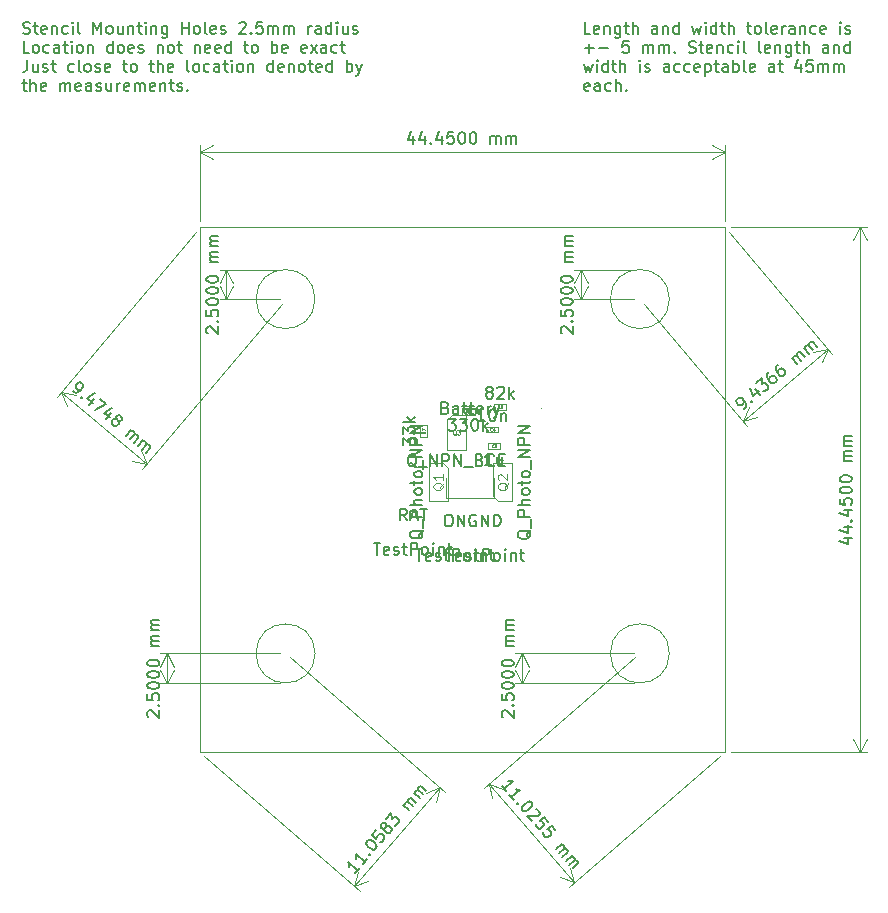
<source format=gbr>
%TF.GenerationSoftware,KiCad,Pcbnew,7.0.7*%
%TF.CreationDate,2023-12-15T10:30:33-05:00*%
%TF.ProjectId,Original Circle FES Device,4f726967-696e-4616-9c20-436972636c65,rev?*%
%TF.SameCoordinates,Original*%
%TF.FileFunction,AssemblyDrawing,Top*%
%FSLAX46Y46*%
G04 Gerber Fmt 4.6, Leading zero omitted, Abs format (unit mm)*
G04 Created by KiCad (PCBNEW 7.0.7) date 2023-12-15 10:30:33*
%MOMM*%
%LPD*%
G01*
G04 APERTURE LIST*
%ADD10C,0.150000*%
%ADD11C,0.100000*%
%ADD12C,0.040000*%
%ADD13C,0.120000*%
%ADD14C,0.060000*%
%ADD15C,0.025400*%
G04 APERTURE END LIST*
D10*
X128312969Y-72539819D02*
X127836779Y-72539819D01*
X127836779Y-72539819D02*
X127836779Y-71539819D01*
X129027255Y-72492200D02*
X128932017Y-72539819D01*
X128932017Y-72539819D02*
X128741541Y-72539819D01*
X128741541Y-72539819D02*
X128646303Y-72492200D01*
X128646303Y-72492200D02*
X128598684Y-72396961D01*
X128598684Y-72396961D02*
X128598684Y-72016009D01*
X128598684Y-72016009D02*
X128646303Y-71920771D01*
X128646303Y-71920771D02*
X128741541Y-71873152D01*
X128741541Y-71873152D02*
X128932017Y-71873152D01*
X128932017Y-71873152D02*
X129027255Y-71920771D01*
X129027255Y-71920771D02*
X129074874Y-72016009D01*
X129074874Y-72016009D02*
X129074874Y-72111247D01*
X129074874Y-72111247D02*
X128598684Y-72206485D01*
X129503446Y-71873152D02*
X129503446Y-72539819D01*
X129503446Y-71968390D02*
X129551065Y-71920771D01*
X129551065Y-71920771D02*
X129646303Y-71873152D01*
X129646303Y-71873152D02*
X129789160Y-71873152D01*
X129789160Y-71873152D02*
X129884398Y-71920771D01*
X129884398Y-71920771D02*
X129932017Y-72016009D01*
X129932017Y-72016009D02*
X129932017Y-72539819D01*
X130836779Y-71873152D02*
X130836779Y-72682676D01*
X130836779Y-72682676D02*
X130789160Y-72777914D01*
X130789160Y-72777914D02*
X130741541Y-72825533D01*
X130741541Y-72825533D02*
X130646303Y-72873152D01*
X130646303Y-72873152D02*
X130503446Y-72873152D01*
X130503446Y-72873152D02*
X130408208Y-72825533D01*
X130836779Y-72492200D02*
X130741541Y-72539819D01*
X130741541Y-72539819D02*
X130551065Y-72539819D01*
X130551065Y-72539819D02*
X130455827Y-72492200D01*
X130455827Y-72492200D02*
X130408208Y-72444580D01*
X130408208Y-72444580D02*
X130360589Y-72349342D01*
X130360589Y-72349342D02*
X130360589Y-72063628D01*
X130360589Y-72063628D02*
X130408208Y-71968390D01*
X130408208Y-71968390D02*
X130455827Y-71920771D01*
X130455827Y-71920771D02*
X130551065Y-71873152D01*
X130551065Y-71873152D02*
X130741541Y-71873152D01*
X130741541Y-71873152D02*
X130836779Y-71920771D01*
X131170113Y-71873152D02*
X131551065Y-71873152D01*
X131312970Y-71539819D02*
X131312970Y-72396961D01*
X131312970Y-72396961D02*
X131360589Y-72492200D01*
X131360589Y-72492200D02*
X131455827Y-72539819D01*
X131455827Y-72539819D02*
X131551065Y-72539819D01*
X131884399Y-72539819D02*
X131884399Y-71539819D01*
X132312970Y-72539819D02*
X132312970Y-72016009D01*
X132312970Y-72016009D02*
X132265351Y-71920771D01*
X132265351Y-71920771D02*
X132170113Y-71873152D01*
X132170113Y-71873152D02*
X132027256Y-71873152D01*
X132027256Y-71873152D02*
X131932018Y-71920771D01*
X131932018Y-71920771D02*
X131884399Y-71968390D01*
X133979637Y-72539819D02*
X133979637Y-72016009D01*
X133979637Y-72016009D02*
X133932018Y-71920771D01*
X133932018Y-71920771D02*
X133836780Y-71873152D01*
X133836780Y-71873152D02*
X133646304Y-71873152D01*
X133646304Y-71873152D02*
X133551066Y-71920771D01*
X133979637Y-72492200D02*
X133884399Y-72539819D01*
X133884399Y-72539819D02*
X133646304Y-72539819D01*
X133646304Y-72539819D02*
X133551066Y-72492200D01*
X133551066Y-72492200D02*
X133503447Y-72396961D01*
X133503447Y-72396961D02*
X133503447Y-72301723D01*
X133503447Y-72301723D02*
X133551066Y-72206485D01*
X133551066Y-72206485D02*
X133646304Y-72158866D01*
X133646304Y-72158866D02*
X133884399Y-72158866D01*
X133884399Y-72158866D02*
X133979637Y-72111247D01*
X134455828Y-71873152D02*
X134455828Y-72539819D01*
X134455828Y-71968390D02*
X134503447Y-71920771D01*
X134503447Y-71920771D02*
X134598685Y-71873152D01*
X134598685Y-71873152D02*
X134741542Y-71873152D01*
X134741542Y-71873152D02*
X134836780Y-71920771D01*
X134836780Y-71920771D02*
X134884399Y-72016009D01*
X134884399Y-72016009D02*
X134884399Y-72539819D01*
X135789161Y-72539819D02*
X135789161Y-71539819D01*
X135789161Y-72492200D02*
X135693923Y-72539819D01*
X135693923Y-72539819D02*
X135503447Y-72539819D01*
X135503447Y-72539819D02*
X135408209Y-72492200D01*
X135408209Y-72492200D02*
X135360590Y-72444580D01*
X135360590Y-72444580D02*
X135312971Y-72349342D01*
X135312971Y-72349342D02*
X135312971Y-72063628D01*
X135312971Y-72063628D02*
X135360590Y-71968390D01*
X135360590Y-71968390D02*
X135408209Y-71920771D01*
X135408209Y-71920771D02*
X135503447Y-71873152D01*
X135503447Y-71873152D02*
X135693923Y-71873152D01*
X135693923Y-71873152D02*
X135789161Y-71920771D01*
X136932019Y-71873152D02*
X137122495Y-72539819D01*
X137122495Y-72539819D02*
X137312971Y-72063628D01*
X137312971Y-72063628D02*
X137503447Y-72539819D01*
X137503447Y-72539819D02*
X137693923Y-71873152D01*
X138074876Y-72539819D02*
X138074876Y-71873152D01*
X138074876Y-71539819D02*
X138027257Y-71587438D01*
X138027257Y-71587438D02*
X138074876Y-71635057D01*
X138074876Y-71635057D02*
X138122495Y-71587438D01*
X138122495Y-71587438D02*
X138074876Y-71539819D01*
X138074876Y-71539819D02*
X138074876Y-71635057D01*
X138979637Y-72539819D02*
X138979637Y-71539819D01*
X138979637Y-72492200D02*
X138884399Y-72539819D01*
X138884399Y-72539819D02*
X138693923Y-72539819D01*
X138693923Y-72539819D02*
X138598685Y-72492200D01*
X138598685Y-72492200D02*
X138551066Y-72444580D01*
X138551066Y-72444580D02*
X138503447Y-72349342D01*
X138503447Y-72349342D02*
X138503447Y-72063628D01*
X138503447Y-72063628D02*
X138551066Y-71968390D01*
X138551066Y-71968390D02*
X138598685Y-71920771D01*
X138598685Y-71920771D02*
X138693923Y-71873152D01*
X138693923Y-71873152D02*
X138884399Y-71873152D01*
X138884399Y-71873152D02*
X138979637Y-71920771D01*
X139312971Y-71873152D02*
X139693923Y-71873152D01*
X139455828Y-71539819D02*
X139455828Y-72396961D01*
X139455828Y-72396961D02*
X139503447Y-72492200D01*
X139503447Y-72492200D02*
X139598685Y-72539819D01*
X139598685Y-72539819D02*
X139693923Y-72539819D01*
X140027257Y-72539819D02*
X140027257Y-71539819D01*
X140455828Y-72539819D02*
X140455828Y-72016009D01*
X140455828Y-72016009D02*
X140408209Y-71920771D01*
X140408209Y-71920771D02*
X140312971Y-71873152D01*
X140312971Y-71873152D02*
X140170114Y-71873152D01*
X140170114Y-71873152D02*
X140074876Y-71920771D01*
X140074876Y-71920771D02*
X140027257Y-71968390D01*
X141551067Y-71873152D02*
X141932019Y-71873152D01*
X141693924Y-71539819D02*
X141693924Y-72396961D01*
X141693924Y-72396961D02*
X141741543Y-72492200D01*
X141741543Y-72492200D02*
X141836781Y-72539819D01*
X141836781Y-72539819D02*
X141932019Y-72539819D01*
X142408210Y-72539819D02*
X142312972Y-72492200D01*
X142312972Y-72492200D02*
X142265353Y-72444580D01*
X142265353Y-72444580D02*
X142217734Y-72349342D01*
X142217734Y-72349342D02*
X142217734Y-72063628D01*
X142217734Y-72063628D02*
X142265353Y-71968390D01*
X142265353Y-71968390D02*
X142312972Y-71920771D01*
X142312972Y-71920771D02*
X142408210Y-71873152D01*
X142408210Y-71873152D02*
X142551067Y-71873152D01*
X142551067Y-71873152D02*
X142646305Y-71920771D01*
X142646305Y-71920771D02*
X142693924Y-71968390D01*
X142693924Y-71968390D02*
X142741543Y-72063628D01*
X142741543Y-72063628D02*
X142741543Y-72349342D01*
X142741543Y-72349342D02*
X142693924Y-72444580D01*
X142693924Y-72444580D02*
X142646305Y-72492200D01*
X142646305Y-72492200D02*
X142551067Y-72539819D01*
X142551067Y-72539819D02*
X142408210Y-72539819D01*
X143312972Y-72539819D02*
X143217734Y-72492200D01*
X143217734Y-72492200D02*
X143170115Y-72396961D01*
X143170115Y-72396961D02*
X143170115Y-71539819D01*
X144074877Y-72492200D02*
X143979639Y-72539819D01*
X143979639Y-72539819D02*
X143789163Y-72539819D01*
X143789163Y-72539819D02*
X143693925Y-72492200D01*
X143693925Y-72492200D02*
X143646306Y-72396961D01*
X143646306Y-72396961D02*
X143646306Y-72016009D01*
X143646306Y-72016009D02*
X143693925Y-71920771D01*
X143693925Y-71920771D02*
X143789163Y-71873152D01*
X143789163Y-71873152D02*
X143979639Y-71873152D01*
X143979639Y-71873152D02*
X144074877Y-71920771D01*
X144074877Y-71920771D02*
X144122496Y-72016009D01*
X144122496Y-72016009D02*
X144122496Y-72111247D01*
X144122496Y-72111247D02*
X143646306Y-72206485D01*
X144551068Y-72539819D02*
X144551068Y-71873152D01*
X144551068Y-72063628D02*
X144598687Y-71968390D01*
X144598687Y-71968390D02*
X144646306Y-71920771D01*
X144646306Y-71920771D02*
X144741544Y-71873152D01*
X144741544Y-71873152D02*
X144836782Y-71873152D01*
X145598687Y-72539819D02*
X145598687Y-72016009D01*
X145598687Y-72016009D02*
X145551068Y-71920771D01*
X145551068Y-71920771D02*
X145455830Y-71873152D01*
X145455830Y-71873152D02*
X145265354Y-71873152D01*
X145265354Y-71873152D02*
X145170116Y-71920771D01*
X145598687Y-72492200D02*
X145503449Y-72539819D01*
X145503449Y-72539819D02*
X145265354Y-72539819D01*
X145265354Y-72539819D02*
X145170116Y-72492200D01*
X145170116Y-72492200D02*
X145122497Y-72396961D01*
X145122497Y-72396961D02*
X145122497Y-72301723D01*
X145122497Y-72301723D02*
X145170116Y-72206485D01*
X145170116Y-72206485D02*
X145265354Y-72158866D01*
X145265354Y-72158866D02*
X145503449Y-72158866D01*
X145503449Y-72158866D02*
X145598687Y-72111247D01*
X146074878Y-71873152D02*
X146074878Y-72539819D01*
X146074878Y-71968390D02*
X146122497Y-71920771D01*
X146122497Y-71920771D02*
X146217735Y-71873152D01*
X146217735Y-71873152D02*
X146360592Y-71873152D01*
X146360592Y-71873152D02*
X146455830Y-71920771D01*
X146455830Y-71920771D02*
X146503449Y-72016009D01*
X146503449Y-72016009D02*
X146503449Y-72539819D01*
X147408211Y-72492200D02*
X147312973Y-72539819D01*
X147312973Y-72539819D02*
X147122497Y-72539819D01*
X147122497Y-72539819D02*
X147027259Y-72492200D01*
X147027259Y-72492200D02*
X146979640Y-72444580D01*
X146979640Y-72444580D02*
X146932021Y-72349342D01*
X146932021Y-72349342D02*
X146932021Y-72063628D01*
X146932021Y-72063628D02*
X146979640Y-71968390D01*
X146979640Y-71968390D02*
X147027259Y-71920771D01*
X147027259Y-71920771D02*
X147122497Y-71873152D01*
X147122497Y-71873152D02*
X147312973Y-71873152D01*
X147312973Y-71873152D02*
X147408211Y-71920771D01*
X148217735Y-72492200D02*
X148122497Y-72539819D01*
X148122497Y-72539819D02*
X147932021Y-72539819D01*
X147932021Y-72539819D02*
X147836783Y-72492200D01*
X147836783Y-72492200D02*
X147789164Y-72396961D01*
X147789164Y-72396961D02*
X147789164Y-72016009D01*
X147789164Y-72016009D02*
X147836783Y-71920771D01*
X147836783Y-71920771D02*
X147932021Y-71873152D01*
X147932021Y-71873152D02*
X148122497Y-71873152D01*
X148122497Y-71873152D02*
X148217735Y-71920771D01*
X148217735Y-71920771D02*
X148265354Y-72016009D01*
X148265354Y-72016009D02*
X148265354Y-72111247D01*
X148265354Y-72111247D02*
X147789164Y-72206485D01*
X149455831Y-72539819D02*
X149455831Y-71873152D01*
X149455831Y-71539819D02*
X149408212Y-71587438D01*
X149408212Y-71587438D02*
X149455831Y-71635057D01*
X149455831Y-71635057D02*
X149503450Y-71587438D01*
X149503450Y-71587438D02*
X149455831Y-71539819D01*
X149455831Y-71539819D02*
X149455831Y-71635057D01*
X149884402Y-72492200D02*
X149979640Y-72539819D01*
X149979640Y-72539819D02*
X150170116Y-72539819D01*
X150170116Y-72539819D02*
X150265354Y-72492200D01*
X150265354Y-72492200D02*
X150312973Y-72396961D01*
X150312973Y-72396961D02*
X150312973Y-72349342D01*
X150312973Y-72349342D02*
X150265354Y-72254104D01*
X150265354Y-72254104D02*
X150170116Y-72206485D01*
X150170116Y-72206485D02*
X150027259Y-72206485D01*
X150027259Y-72206485D02*
X149932021Y-72158866D01*
X149932021Y-72158866D02*
X149884402Y-72063628D01*
X149884402Y-72063628D02*
X149884402Y-72016009D01*
X149884402Y-72016009D02*
X149932021Y-71920771D01*
X149932021Y-71920771D02*
X150027259Y-71873152D01*
X150027259Y-71873152D02*
X150170116Y-71873152D01*
X150170116Y-71873152D02*
X150265354Y-71920771D01*
X127836779Y-73768866D02*
X128598684Y-73768866D01*
X128217731Y-74149819D02*
X128217731Y-73387914D01*
X129074874Y-73768866D02*
X129836779Y-73768866D01*
X131551064Y-73149819D02*
X131074874Y-73149819D01*
X131074874Y-73149819D02*
X131027255Y-73626009D01*
X131027255Y-73626009D02*
X131074874Y-73578390D01*
X131074874Y-73578390D02*
X131170112Y-73530771D01*
X131170112Y-73530771D02*
X131408207Y-73530771D01*
X131408207Y-73530771D02*
X131503445Y-73578390D01*
X131503445Y-73578390D02*
X131551064Y-73626009D01*
X131551064Y-73626009D02*
X131598683Y-73721247D01*
X131598683Y-73721247D02*
X131598683Y-73959342D01*
X131598683Y-73959342D02*
X131551064Y-74054580D01*
X131551064Y-74054580D02*
X131503445Y-74102200D01*
X131503445Y-74102200D02*
X131408207Y-74149819D01*
X131408207Y-74149819D02*
X131170112Y-74149819D01*
X131170112Y-74149819D02*
X131074874Y-74102200D01*
X131074874Y-74102200D02*
X131027255Y-74054580D01*
X132789160Y-74149819D02*
X132789160Y-73483152D01*
X132789160Y-73578390D02*
X132836779Y-73530771D01*
X132836779Y-73530771D02*
X132932017Y-73483152D01*
X132932017Y-73483152D02*
X133074874Y-73483152D01*
X133074874Y-73483152D02*
X133170112Y-73530771D01*
X133170112Y-73530771D02*
X133217731Y-73626009D01*
X133217731Y-73626009D02*
X133217731Y-74149819D01*
X133217731Y-73626009D02*
X133265350Y-73530771D01*
X133265350Y-73530771D02*
X133360588Y-73483152D01*
X133360588Y-73483152D02*
X133503445Y-73483152D01*
X133503445Y-73483152D02*
X133598684Y-73530771D01*
X133598684Y-73530771D02*
X133646303Y-73626009D01*
X133646303Y-73626009D02*
X133646303Y-74149819D01*
X134122493Y-74149819D02*
X134122493Y-73483152D01*
X134122493Y-73578390D02*
X134170112Y-73530771D01*
X134170112Y-73530771D02*
X134265350Y-73483152D01*
X134265350Y-73483152D02*
X134408207Y-73483152D01*
X134408207Y-73483152D02*
X134503445Y-73530771D01*
X134503445Y-73530771D02*
X134551064Y-73626009D01*
X134551064Y-73626009D02*
X134551064Y-74149819D01*
X134551064Y-73626009D02*
X134598683Y-73530771D01*
X134598683Y-73530771D02*
X134693921Y-73483152D01*
X134693921Y-73483152D02*
X134836778Y-73483152D01*
X134836778Y-73483152D02*
X134932017Y-73530771D01*
X134932017Y-73530771D02*
X134979636Y-73626009D01*
X134979636Y-73626009D02*
X134979636Y-74149819D01*
X135455826Y-74054580D02*
X135503445Y-74102200D01*
X135503445Y-74102200D02*
X135455826Y-74149819D01*
X135455826Y-74149819D02*
X135408207Y-74102200D01*
X135408207Y-74102200D02*
X135455826Y-74054580D01*
X135455826Y-74054580D02*
X135455826Y-74149819D01*
X136646302Y-74102200D02*
X136789159Y-74149819D01*
X136789159Y-74149819D02*
X137027254Y-74149819D01*
X137027254Y-74149819D02*
X137122492Y-74102200D01*
X137122492Y-74102200D02*
X137170111Y-74054580D01*
X137170111Y-74054580D02*
X137217730Y-73959342D01*
X137217730Y-73959342D02*
X137217730Y-73864104D01*
X137217730Y-73864104D02*
X137170111Y-73768866D01*
X137170111Y-73768866D02*
X137122492Y-73721247D01*
X137122492Y-73721247D02*
X137027254Y-73673628D01*
X137027254Y-73673628D02*
X136836778Y-73626009D01*
X136836778Y-73626009D02*
X136741540Y-73578390D01*
X136741540Y-73578390D02*
X136693921Y-73530771D01*
X136693921Y-73530771D02*
X136646302Y-73435533D01*
X136646302Y-73435533D02*
X136646302Y-73340295D01*
X136646302Y-73340295D02*
X136693921Y-73245057D01*
X136693921Y-73245057D02*
X136741540Y-73197438D01*
X136741540Y-73197438D02*
X136836778Y-73149819D01*
X136836778Y-73149819D02*
X137074873Y-73149819D01*
X137074873Y-73149819D02*
X137217730Y-73197438D01*
X137503445Y-73483152D02*
X137884397Y-73483152D01*
X137646302Y-73149819D02*
X137646302Y-74006961D01*
X137646302Y-74006961D02*
X137693921Y-74102200D01*
X137693921Y-74102200D02*
X137789159Y-74149819D01*
X137789159Y-74149819D02*
X137884397Y-74149819D01*
X138598683Y-74102200D02*
X138503445Y-74149819D01*
X138503445Y-74149819D02*
X138312969Y-74149819D01*
X138312969Y-74149819D02*
X138217731Y-74102200D01*
X138217731Y-74102200D02*
X138170112Y-74006961D01*
X138170112Y-74006961D02*
X138170112Y-73626009D01*
X138170112Y-73626009D02*
X138217731Y-73530771D01*
X138217731Y-73530771D02*
X138312969Y-73483152D01*
X138312969Y-73483152D02*
X138503445Y-73483152D01*
X138503445Y-73483152D02*
X138598683Y-73530771D01*
X138598683Y-73530771D02*
X138646302Y-73626009D01*
X138646302Y-73626009D02*
X138646302Y-73721247D01*
X138646302Y-73721247D02*
X138170112Y-73816485D01*
X139074874Y-73483152D02*
X139074874Y-74149819D01*
X139074874Y-73578390D02*
X139122493Y-73530771D01*
X139122493Y-73530771D02*
X139217731Y-73483152D01*
X139217731Y-73483152D02*
X139360588Y-73483152D01*
X139360588Y-73483152D02*
X139455826Y-73530771D01*
X139455826Y-73530771D02*
X139503445Y-73626009D01*
X139503445Y-73626009D02*
X139503445Y-74149819D01*
X140408207Y-74102200D02*
X140312969Y-74149819D01*
X140312969Y-74149819D02*
X140122493Y-74149819D01*
X140122493Y-74149819D02*
X140027255Y-74102200D01*
X140027255Y-74102200D02*
X139979636Y-74054580D01*
X139979636Y-74054580D02*
X139932017Y-73959342D01*
X139932017Y-73959342D02*
X139932017Y-73673628D01*
X139932017Y-73673628D02*
X139979636Y-73578390D01*
X139979636Y-73578390D02*
X140027255Y-73530771D01*
X140027255Y-73530771D02*
X140122493Y-73483152D01*
X140122493Y-73483152D02*
X140312969Y-73483152D01*
X140312969Y-73483152D02*
X140408207Y-73530771D01*
X140836779Y-74149819D02*
X140836779Y-73483152D01*
X140836779Y-73149819D02*
X140789160Y-73197438D01*
X140789160Y-73197438D02*
X140836779Y-73245057D01*
X140836779Y-73245057D02*
X140884398Y-73197438D01*
X140884398Y-73197438D02*
X140836779Y-73149819D01*
X140836779Y-73149819D02*
X140836779Y-73245057D01*
X141455826Y-74149819D02*
X141360588Y-74102200D01*
X141360588Y-74102200D02*
X141312969Y-74006961D01*
X141312969Y-74006961D02*
X141312969Y-73149819D01*
X142741541Y-74149819D02*
X142646303Y-74102200D01*
X142646303Y-74102200D02*
X142598684Y-74006961D01*
X142598684Y-74006961D02*
X142598684Y-73149819D01*
X143503446Y-74102200D02*
X143408208Y-74149819D01*
X143408208Y-74149819D02*
X143217732Y-74149819D01*
X143217732Y-74149819D02*
X143122494Y-74102200D01*
X143122494Y-74102200D02*
X143074875Y-74006961D01*
X143074875Y-74006961D02*
X143074875Y-73626009D01*
X143074875Y-73626009D02*
X143122494Y-73530771D01*
X143122494Y-73530771D02*
X143217732Y-73483152D01*
X143217732Y-73483152D02*
X143408208Y-73483152D01*
X143408208Y-73483152D02*
X143503446Y-73530771D01*
X143503446Y-73530771D02*
X143551065Y-73626009D01*
X143551065Y-73626009D02*
X143551065Y-73721247D01*
X143551065Y-73721247D02*
X143074875Y-73816485D01*
X143979637Y-73483152D02*
X143979637Y-74149819D01*
X143979637Y-73578390D02*
X144027256Y-73530771D01*
X144027256Y-73530771D02*
X144122494Y-73483152D01*
X144122494Y-73483152D02*
X144265351Y-73483152D01*
X144265351Y-73483152D02*
X144360589Y-73530771D01*
X144360589Y-73530771D02*
X144408208Y-73626009D01*
X144408208Y-73626009D02*
X144408208Y-74149819D01*
X145312970Y-73483152D02*
X145312970Y-74292676D01*
X145312970Y-74292676D02*
X145265351Y-74387914D01*
X145265351Y-74387914D02*
X145217732Y-74435533D01*
X145217732Y-74435533D02*
X145122494Y-74483152D01*
X145122494Y-74483152D02*
X144979637Y-74483152D01*
X144979637Y-74483152D02*
X144884399Y-74435533D01*
X145312970Y-74102200D02*
X145217732Y-74149819D01*
X145217732Y-74149819D02*
X145027256Y-74149819D01*
X145027256Y-74149819D02*
X144932018Y-74102200D01*
X144932018Y-74102200D02*
X144884399Y-74054580D01*
X144884399Y-74054580D02*
X144836780Y-73959342D01*
X144836780Y-73959342D02*
X144836780Y-73673628D01*
X144836780Y-73673628D02*
X144884399Y-73578390D01*
X144884399Y-73578390D02*
X144932018Y-73530771D01*
X144932018Y-73530771D02*
X145027256Y-73483152D01*
X145027256Y-73483152D02*
X145217732Y-73483152D01*
X145217732Y-73483152D02*
X145312970Y-73530771D01*
X145646304Y-73483152D02*
X146027256Y-73483152D01*
X145789161Y-73149819D02*
X145789161Y-74006961D01*
X145789161Y-74006961D02*
X145836780Y-74102200D01*
X145836780Y-74102200D02*
X145932018Y-74149819D01*
X145932018Y-74149819D02*
X146027256Y-74149819D01*
X146360590Y-74149819D02*
X146360590Y-73149819D01*
X146789161Y-74149819D02*
X146789161Y-73626009D01*
X146789161Y-73626009D02*
X146741542Y-73530771D01*
X146741542Y-73530771D02*
X146646304Y-73483152D01*
X146646304Y-73483152D02*
X146503447Y-73483152D01*
X146503447Y-73483152D02*
X146408209Y-73530771D01*
X146408209Y-73530771D02*
X146360590Y-73578390D01*
X148455828Y-74149819D02*
X148455828Y-73626009D01*
X148455828Y-73626009D02*
X148408209Y-73530771D01*
X148408209Y-73530771D02*
X148312971Y-73483152D01*
X148312971Y-73483152D02*
X148122495Y-73483152D01*
X148122495Y-73483152D02*
X148027257Y-73530771D01*
X148455828Y-74102200D02*
X148360590Y-74149819D01*
X148360590Y-74149819D02*
X148122495Y-74149819D01*
X148122495Y-74149819D02*
X148027257Y-74102200D01*
X148027257Y-74102200D02*
X147979638Y-74006961D01*
X147979638Y-74006961D02*
X147979638Y-73911723D01*
X147979638Y-73911723D02*
X148027257Y-73816485D01*
X148027257Y-73816485D02*
X148122495Y-73768866D01*
X148122495Y-73768866D02*
X148360590Y-73768866D01*
X148360590Y-73768866D02*
X148455828Y-73721247D01*
X148932019Y-73483152D02*
X148932019Y-74149819D01*
X148932019Y-73578390D02*
X148979638Y-73530771D01*
X148979638Y-73530771D02*
X149074876Y-73483152D01*
X149074876Y-73483152D02*
X149217733Y-73483152D01*
X149217733Y-73483152D02*
X149312971Y-73530771D01*
X149312971Y-73530771D02*
X149360590Y-73626009D01*
X149360590Y-73626009D02*
X149360590Y-74149819D01*
X150265352Y-74149819D02*
X150265352Y-73149819D01*
X150265352Y-74102200D02*
X150170114Y-74149819D01*
X150170114Y-74149819D02*
X149979638Y-74149819D01*
X149979638Y-74149819D02*
X149884400Y-74102200D01*
X149884400Y-74102200D02*
X149836781Y-74054580D01*
X149836781Y-74054580D02*
X149789162Y-73959342D01*
X149789162Y-73959342D02*
X149789162Y-73673628D01*
X149789162Y-73673628D02*
X149836781Y-73578390D01*
X149836781Y-73578390D02*
X149884400Y-73530771D01*
X149884400Y-73530771D02*
X149979638Y-73483152D01*
X149979638Y-73483152D02*
X150170114Y-73483152D01*
X150170114Y-73483152D02*
X150265352Y-73530771D01*
X127741541Y-75093152D02*
X127932017Y-75759819D01*
X127932017Y-75759819D02*
X128122493Y-75283628D01*
X128122493Y-75283628D02*
X128312969Y-75759819D01*
X128312969Y-75759819D02*
X128503445Y-75093152D01*
X128884398Y-75759819D02*
X128884398Y-75093152D01*
X128884398Y-74759819D02*
X128836779Y-74807438D01*
X128836779Y-74807438D02*
X128884398Y-74855057D01*
X128884398Y-74855057D02*
X128932017Y-74807438D01*
X128932017Y-74807438D02*
X128884398Y-74759819D01*
X128884398Y-74759819D02*
X128884398Y-74855057D01*
X129789159Y-75759819D02*
X129789159Y-74759819D01*
X129789159Y-75712200D02*
X129693921Y-75759819D01*
X129693921Y-75759819D02*
X129503445Y-75759819D01*
X129503445Y-75759819D02*
X129408207Y-75712200D01*
X129408207Y-75712200D02*
X129360588Y-75664580D01*
X129360588Y-75664580D02*
X129312969Y-75569342D01*
X129312969Y-75569342D02*
X129312969Y-75283628D01*
X129312969Y-75283628D02*
X129360588Y-75188390D01*
X129360588Y-75188390D02*
X129408207Y-75140771D01*
X129408207Y-75140771D02*
X129503445Y-75093152D01*
X129503445Y-75093152D02*
X129693921Y-75093152D01*
X129693921Y-75093152D02*
X129789159Y-75140771D01*
X130122493Y-75093152D02*
X130503445Y-75093152D01*
X130265350Y-74759819D02*
X130265350Y-75616961D01*
X130265350Y-75616961D02*
X130312969Y-75712200D01*
X130312969Y-75712200D02*
X130408207Y-75759819D01*
X130408207Y-75759819D02*
X130503445Y-75759819D01*
X130836779Y-75759819D02*
X130836779Y-74759819D01*
X131265350Y-75759819D02*
X131265350Y-75236009D01*
X131265350Y-75236009D02*
X131217731Y-75140771D01*
X131217731Y-75140771D02*
X131122493Y-75093152D01*
X131122493Y-75093152D02*
X130979636Y-75093152D01*
X130979636Y-75093152D02*
X130884398Y-75140771D01*
X130884398Y-75140771D02*
X130836779Y-75188390D01*
X132503446Y-75759819D02*
X132503446Y-75093152D01*
X132503446Y-74759819D02*
X132455827Y-74807438D01*
X132455827Y-74807438D02*
X132503446Y-74855057D01*
X132503446Y-74855057D02*
X132551065Y-74807438D01*
X132551065Y-74807438D02*
X132503446Y-74759819D01*
X132503446Y-74759819D02*
X132503446Y-74855057D01*
X132932017Y-75712200D02*
X133027255Y-75759819D01*
X133027255Y-75759819D02*
X133217731Y-75759819D01*
X133217731Y-75759819D02*
X133312969Y-75712200D01*
X133312969Y-75712200D02*
X133360588Y-75616961D01*
X133360588Y-75616961D02*
X133360588Y-75569342D01*
X133360588Y-75569342D02*
X133312969Y-75474104D01*
X133312969Y-75474104D02*
X133217731Y-75426485D01*
X133217731Y-75426485D02*
X133074874Y-75426485D01*
X133074874Y-75426485D02*
X132979636Y-75378866D01*
X132979636Y-75378866D02*
X132932017Y-75283628D01*
X132932017Y-75283628D02*
X132932017Y-75236009D01*
X132932017Y-75236009D02*
X132979636Y-75140771D01*
X132979636Y-75140771D02*
X133074874Y-75093152D01*
X133074874Y-75093152D02*
X133217731Y-75093152D01*
X133217731Y-75093152D02*
X133312969Y-75140771D01*
X134979636Y-75759819D02*
X134979636Y-75236009D01*
X134979636Y-75236009D02*
X134932017Y-75140771D01*
X134932017Y-75140771D02*
X134836779Y-75093152D01*
X134836779Y-75093152D02*
X134646303Y-75093152D01*
X134646303Y-75093152D02*
X134551065Y-75140771D01*
X134979636Y-75712200D02*
X134884398Y-75759819D01*
X134884398Y-75759819D02*
X134646303Y-75759819D01*
X134646303Y-75759819D02*
X134551065Y-75712200D01*
X134551065Y-75712200D02*
X134503446Y-75616961D01*
X134503446Y-75616961D02*
X134503446Y-75521723D01*
X134503446Y-75521723D02*
X134551065Y-75426485D01*
X134551065Y-75426485D02*
X134646303Y-75378866D01*
X134646303Y-75378866D02*
X134884398Y-75378866D01*
X134884398Y-75378866D02*
X134979636Y-75331247D01*
X135884398Y-75712200D02*
X135789160Y-75759819D01*
X135789160Y-75759819D02*
X135598684Y-75759819D01*
X135598684Y-75759819D02*
X135503446Y-75712200D01*
X135503446Y-75712200D02*
X135455827Y-75664580D01*
X135455827Y-75664580D02*
X135408208Y-75569342D01*
X135408208Y-75569342D02*
X135408208Y-75283628D01*
X135408208Y-75283628D02*
X135455827Y-75188390D01*
X135455827Y-75188390D02*
X135503446Y-75140771D01*
X135503446Y-75140771D02*
X135598684Y-75093152D01*
X135598684Y-75093152D02*
X135789160Y-75093152D01*
X135789160Y-75093152D02*
X135884398Y-75140771D01*
X136741541Y-75712200D02*
X136646303Y-75759819D01*
X136646303Y-75759819D02*
X136455827Y-75759819D01*
X136455827Y-75759819D02*
X136360589Y-75712200D01*
X136360589Y-75712200D02*
X136312970Y-75664580D01*
X136312970Y-75664580D02*
X136265351Y-75569342D01*
X136265351Y-75569342D02*
X136265351Y-75283628D01*
X136265351Y-75283628D02*
X136312970Y-75188390D01*
X136312970Y-75188390D02*
X136360589Y-75140771D01*
X136360589Y-75140771D02*
X136455827Y-75093152D01*
X136455827Y-75093152D02*
X136646303Y-75093152D01*
X136646303Y-75093152D02*
X136741541Y-75140771D01*
X137551065Y-75712200D02*
X137455827Y-75759819D01*
X137455827Y-75759819D02*
X137265351Y-75759819D01*
X137265351Y-75759819D02*
X137170113Y-75712200D01*
X137170113Y-75712200D02*
X137122494Y-75616961D01*
X137122494Y-75616961D02*
X137122494Y-75236009D01*
X137122494Y-75236009D02*
X137170113Y-75140771D01*
X137170113Y-75140771D02*
X137265351Y-75093152D01*
X137265351Y-75093152D02*
X137455827Y-75093152D01*
X137455827Y-75093152D02*
X137551065Y-75140771D01*
X137551065Y-75140771D02*
X137598684Y-75236009D01*
X137598684Y-75236009D02*
X137598684Y-75331247D01*
X137598684Y-75331247D02*
X137122494Y-75426485D01*
X138027256Y-75093152D02*
X138027256Y-76093152D01*
X138027256Y-75140771D02*
X138122494Y-75093152D01*
X138122494Y-75093152D02*
X138312970Y-75093152D01*
X138312970Y-75093152D02*
X138408208Y-75140771D01*
X138408208Y-75140771D02*
X138455827Y-75188390D01*
X138455827Y-75188390D02*
X138503446Y-75283628D01*
X138503446Y-75283628D02*
X138503446Y-75569342D01*
X138503446Y-75569342D02*
X138455827Y-75664580D01*
X138455827Y-75664580D02*
X138408208Y-75712200D01*
X138408208Y-75712200D02*
X138312970Y-75759819D01*
X138312970Y-75759819D02*
X138122494Y-75759819D01*
X138122494Y-75759819D02*
X138027256Y-75712200D01*
X138789161Y-75093152D02*
X139170113Y-75093152D01*
X138932018Y-74759819D02*
X138932018Y-75616961D01*
X138932018Y-75616961D02*
X138979637Y-75712200D01*
X138979637Y-75712200D02*
X139074875Y-75759819D01*
X139074875Y-75759819D02*
X139170113Y-75759819D01*
X139932018Y-75759819D02*
X139932018Y-75236009D01*
X139932018Y-75236009D02*
X139884399Y-75140771D01*
X139884399Y-75140771D02*
X139789161Y-75093152D01*
X139789161Y-75093152D02*
X139598685Y-75093152D01*
X139598685Y-75093152D02*
X139503447Y-75140771D01*
X139932018Y-75712200D02*
X139836780Y-75759819D01*
X139836780Y-75759819D02*
X139598685Y-75759819D01*
X139598685Y-75759819D02*
X139503447Y-75712200D01*
X139503447Y-75712200D02*
X139455828Y-75616961D01*
X139455828Y-75616961D02*
X139455828Y-75521723D01*
X139455828Y-75521723D02*
X139503447Y-75426485D01*
X139503447Y-75426485D02*
X139598685Y-75378866D01*
X139598685Y-75378866D02*
X139836780Y-75378866D01*
X139836780Y-75378866D02*
X139932018Y-75331247D01*
X140408209Y-75759819D02*
X140408209Y-74759819D01*
X140408209Y-75140771D02*
X140503447Y-75093152D01*
X140503447Y-75093152D02*
X140693923Y-75093152D01*
X140693923Y-75093152D02*
X140789161Y-75140771D01*
X140789161Y-75140771D02*
X140836780Y-75188390D01*
X140836780Y-75188390D02*
X140884399Y-75283628D01*
X140884399Y-75283628D02*
X140884399Y-75569342D01*
X140884399Y-75569342D02*
X140836780Y-75664580D01*
X140836780Y-75664580D02*
X140789161Y-75712200D01*
X140789161Y-75712200D02*
X140693923Y-75759819D01*
X140693923Y-75759819D02*
X140503447Y-75759819D01*
X140503447Y-75759819D02*
X140408209Y-75712200D01*
X141455828Y-75759819D02*
X141360590Y-75712200D01*
X141360590Y-75712200D02*
X141312971Y-75616961D01*
X141312971Y-75616961D02*
X141312971Y-74759819D01*
X142217733Y-75712200D02*
X142122495Y-75759819D01*
X142122495Y-75759819D02*
X141932019Y-75759819D01*
X141932019Y-75759819D02*
X141836781Y-75712200D01*
X141836781Y-75712200D02*
X141789162Y-75616961D01*
X141789162Y-75616961D02*
X141789162Y-75236009D01*
X141789162Y-75236009D02*
X141836781Y-75140771D01*
X141836781Y-75140771D02*
X141932019Y-75093152D01*
X141932019Y-75093152D02*
X142122495Y-75093152D01*
X142122495Y-75093152D02*
X142217733Y-75140771D01*
X142217733Y-75140771D02*
X142265352Y-75236009D01*
X142265352Y-75236009D02*
X142265352Y-75331247D01*
X142265352Y-75331247D02*
X141789162Y-75426485D01*
X143884400Y-75759819D02*
X143884400Y-75236009D01*
X143884400Y-75236009D02*
X143836781Y-75140771D01*
X143836781Y-75140771D02*
X143741543Y-75093152D01*
X143741543Y-75093152D02*
X143551067Y-75093152D01*
X143551067Y-75093152D02*
X143455829Y-75140771D01*
X143884400Y-75712200D02*
X143789162Y-75759819D01*
X143789162Y-75759819D02*
X143551067Y-75759819D01*
X143551067Y-75759819D02*
X143455829Y-75712200D01*
X143455829Y-75712200D02*
X143408210Y-75616961D01*
X143408210Y-75616961D02*
X143408210Y-75521723D01*
X143408210Y-75521723D02*
X143455829Y-75426485D01*
X143455829Y-75426485D02*
X143551067Y-75378866D01*
X143551067Y-75378866D02*
X143789162Y-75378866D01*
X143789162Y-75378866D02*
X143884400Y-75331247D01*
X144217734Y-75093152D02*
X144598686Y-75093152D01*
X144360591Y-74759819D02*
X144360591Y-75616961D01*
X144360591Y-75616961D02*
X144408210Y-75712200D01*
X144408210Y-75712200D02*
X144503448Y-75759819D01*
X144503448Y-75759819D02*
X144598686Y-75759819D01*
X146122496Y-75093152D02*
X146122496Y-75759819D01*
X145884401Y-74712200D02*
X145646306Y-75426485D01*
X145646306Y-75426485D02*
X146265353Y-75426485D01*
X147122496Y-74759819D02*
X146646306Y-74759819D01*
X146646306Y-74759819D02*
X146598687Y-75236009D01*
X146598687Y-75236009D02*
X146646306Y-75188390D01*
X146646306Y-75188390D02*
X146741544Y-75140771D01*
X146741544Y-75140771D02*
X146979639Y-75140771D01*
X146979639Y-75140771D02*
X147074877Y-75188390D01*
X147074877Y-75188390D02*
X147122496Y-75236009D01*
X147122496Y-75236009D02*
X147170115Y-75331247D01*
X147170115Y-75331247D02*
X147170115Y-75569342D01*
X147170115Y-75569342D02*
X147122496Y-75664580D01*
X147122496Y-75664580D02*
X147074877Y-75712200D01*
X147074877Y-75712200D02*
X146979639Y-75759819D01*
X146979639Y-75759819D02*
X146741544Y-75759819D01*
X146741544Y-75759819D02*
X146646306Y-75712200D01*
X146646306Y-75712200D02*
X146598687Y-75664580D01*
X147598687Y-75759819D02*
X147598687Y-75093152D01*
X147598687Y-75188390D02*
X147646306Y-75140771D01*
X147646306Y-75140771D02*
X147741544Y-75093152D01*
X147741544Y-75093152D02*
X147884401Y-75093152D01*
X147884401Y-75093152D02*
X147979639Y-75140771D01*
X147979639Y-75140771D02*
X148027258Y-75236009D01*
X148027258Y-75236009D02*
X148027258Y-75759819D01*
X148027258Y-75236009D02*
X148074877Y-75140771D01*
X148074877Y-75140771D02*
X148170115Y-75093152D01*
X148170115Y-75093152D02*
X148312972Y-75093152D01*
X148312972Y-75093152D02*
X148408211Y-75140771D01*
X148408211Y-75140771D02*
X148455830Y-75236009D01*
X148455830Y-75236009D02*
X148455830Y-75759819D01*
X148932020Y-75759819D02*
X148932020Y-75093152D01*
X148932020Y-75188390D02*
X148979639Y-75140771D01*
X148979639Y-75140771D02*
X149074877Y-75093152D01*
X149074877Y-75093152D02*
X149217734Y-75093152D01*
X149217734Y-75093152D02*
X149312972Y-75140771D01*
X149312972Y-75140771D02*
X149360591Y-75236009D01*
X149360591Y-75236009D02*
X149360591Y-75759819D01*
X149360591Y-75236009D02*
X149408210Y-75140771D01*
X149408210Y-75140771D02*
X149503448Y-75093152D01*
X149503448Y-75093152D02*
X149646305Y-75093152D01*
X149646305Y-75093152D02*
X149741544Y-75140771D01*
X149741544Y-75140771D02*
X149789163Y-75236009D01*
X149789163Y-75236009D02*
X149789163Y-75759819D01*
X128217731Y-77322200D02*
X128122493Y-77369819D01*
X128122493Y-77369819D02*
X127932017Y-77369819D01*
X127932017Y-77369819D02*
X127836779Y-77322200D01*
X127836779Y-77322200D02*
X127789160Y-77226961D01*
X127789160Y-77226961D02*
X127789160Y-76846009D01*
X127789160Y-76846009D02*
X127836779Y-76750771D01*
X127836779Y-76750771D02*
X127932017Y-76703152D01*
X127932017Y-76703152D02*
X128122493Y-76703152D01*
X128122493Y-76703152D02*
X128217731Y-76750771D01*
X128217731Y-76750771D02*
X128265350Y-76846009D01*
X128265350Y-76846009D02*
X128265350Y-76941247D01*
X128265350Y-76941247D02*
X127789160Y-77036485D01*
X129122493Y-77369819D02*
X129122493Y-76846009D01*
X129122493Y-76846009D02*
X129074874Y-76750771D01*
X129074874Y-76750771D02*
X128979636Y-76703152D01*
X128979636Y-76703152D02*
X128789160Y-76703152D01*
X128789160Y-76703152D02*
X128693922Y-76750771D01*
X129122493Y-77322200D02*
X129027255Y-77369819D01*
X129027255Y-77369819D02*
X128789160Y-77369819D01*
X128789160Y-77369819D02*
X128693922Y-77322200D01*
X128693922Y-77322200D02*
X128646303Y-77226961D01*
X128646303Y-77226961D02*
X128646303Y-77131723D01*
X128646303Y-77131723D02*
X128693922Y-77036485D01*
X128693922Y-77036485D02*
X128789160Y-76988866D01*
X128789160Y-76988866D02*
X129027255Y-76988866D01*
X129027255Y-76988866D02*
X129122493Y-76941247D01*
X130027255Y-77322200D02*
X129932017Y-77369819D01*
X129932017Y-77369819D02*
X129741541Y-77369819D01*
X129741541Y-77369819D02*
X129646303Y-77322200D01*
X129646303Y-77322200D02*
X129598684Y-77274580D01*
X129598684Y-77274580D02*
X129551065Y-77179342D01*
X129551065Y-77179342D02*
X129551065Y-76893628D01*
X129551065Y-76893628D02*
X129598684Y-76798390D01*
X129598684Y-76798390D02*
X129646303Y-76750771D01*
X129646303Y-76750771D02*
X129741541Y-76703152D01*
X129741541Y-76703152D02*
X129932017Y-76703152D01*
X129932017Y-76703152D02*
X130027255Y-76750771D01*
X130455827Y-77369819D02*
X130455827Y-76369819D01*
X130884398Y-77369819D02*
X130884398Y-76846009D01*
X130884398Y-76846009D02*
X130836779Y-76750771D01*
X130836779Y-76750771D02*
X130741541Y-76703152D01*
X130741541Y-76703152D02*
X130598684Y-76703152D01*
X130598684Y-76703152D02*
X130503446Y-76750771D01*
X130503446Y-76750771D02*
X130455827Y-76798390D01*
X131360589Y-77274580D02*
X131408208Y-77322200D01*
X131408208Y-77322200D02*
X131360589Y-77369819D01*
X131360589Y-77369819D02*
X131312970Y-77322200D01*
X131312970Y-77322200D02*
X131360589Y-77274580D01*
X131360589Y-77274580D02*
X131360589Y-77369819D01*
X80289160Y-72492200D02*
X80432017Y-72539819D01*
X80432017Y-72539819D02*
X80670112Y-72539819D01*
X80670112Y-72539819D02*
X80765350Y-72492200D01*
X80765350Y-72492200D02*
X80812969Y-72444580D01*
X80812969Y-72444580D02*
X80860588Y-72349342D01*
X80860588Y-72349342D02*
X80860588Y-72254104D01*
X80860588Y-72254104D02*
X80812969Y-72158866D01*
X80812969Y-72158866D02*
X80765350Y-72111247D01*
X80765350Y-72111247D02*
X80670112Y-72063628D01*
X80670112Y-72063628D02*
X80479636Y-72016009D01*
X80479636Y-72016009D02*
X80384398Y-71968390D01*
X80384398Y-71968390D02*
X80336779Y-71920771D01*
X80336779Y-71920771D02*
X80289160Y-71825533D01*
X80289160Y-71825533D02*
X80289160Y-71730295D01*
X80289160Y-71730295D02*
X80336779Y-71635057D01*
X80336779Y-71635057D02*
X80384398Y-71587438D01*
X80384398Y-71587438D02*
X80479636Y-71539819D01*
X80479636Y-71539819D02*
X80717731Y-71539819D01*
X80717731Y-71539819D02*
X80860588Y-71587438D01*
X81146303Y-71873152D02*
X81527255Y-71873152D01*
X81289160Y-71539819D02*
X81289160Y-72396961D01*
X81289160Y-72396961D02*
X81336779Y-72492200D01*
X81336779Y-72492200D02*
X81432017Y-72539819D01*
X81432017Y-72539819D02*
X81527255Y-72539819D01*
X82241541Y-72492200D02*
X82146303Y-72539819D01*
X82146303Y-72539819D02*
X81955827Y-72539819D01*
X81955827Y-72539819D02*
X81860589Y-72492200D01*
X81860589Y-72492200D02*
X81812970Y-72396961D01*
X81812970Y-72396961D02*
X81812970Y-72016009D01*
X81812970Y-72016009D02*
X81860589Y-71920771D01*
X81860589Y-71920771D02*
X81955827Y-71873152D01*
X81955827Y-71873152D02*
X82146303Y-71873152D01*
X82146303Y-71873152D02*
X82241541Y-71920771D01*
X82241541Y-71920771D02*
X82289160Y-72016009D01*
X82289160Y-72016009D02*
X82289160Y-72111247D01*
X82289160Y-72111247D02*
X81812970Y-72206485D01*
X82717732Y-71873152D02*
X82717732Y-72539819D01*
X82717732Y-71968390D02*
X82765351Y-71920771D01*
X82765351Y-71920771D02*
X82860589Y-71873152D01*
X82860589Y-71873152D02*
X83003446Y-71873152D01*
X83003446Y-71873152D02*
X83098684Y-71920771D01*
X83098684Y-71920771D02*
X83146303Y-72016009D01*
X83146303Y-72016009D02*
X83146303Y-72539819D01*
X84051065Y-72492200D02*
X83955827Y-72539819D01*
X83955827Y-72539819D02*
X83765351Y-72539819D01*
X83765351Y-72539819D02*
X83670113Y-72492200D01*
X83670113Y-72492200D02*
X83622494Y-72444580D01*
X83622494Y-72444580D02*
X83574875Y-72349342D01*
X83574875Y-72349342D02*
X83574875Y-72063628D01*
X83574875Y-72063628D02*
X83622494Y-71968390D01*
X83622494Y-71968390D02*
X83670113Y-71920771D01*
X83670113Y-71920771D02*
X83765351Y-71873152D01*
X83765351Y-71873152D02*
X83955827Y-71873152D01*
X83955827Y-71873152D02*
X84051065Y-71920771D01*
X84479637Y-72539819D02*
X84479637Y-71873152D01*
X84479637Y-71539819D02*
X84432018Y-71587438D01*
X84432018Y-71587438D02*
X84479637Y-71635057D01*
X84479637Y-71635057D02*
X84527256Y-71587438D01*
X84527256Y-71587438D02*
X84479637Y-71539819D01*
X84479637Y-71539819D02*
X84479637Y-71635057D01*
X85098684Y-72539819D02*
X85003446Y-72492200D01*
X85003446Y-72492200D02*
X84955827Y-72396961D01*
X84955827Y-72396961D02*
X84955827Y-71539819D01*
X86241542Y-72539819D02*
X86241542Y-71539819D01*
X86241542Y-71539819D02*
X86574875Y-72254104D01*
X86574875Y-72254104D02*
X86908208Y-71539819D01*
X86908208Y-71539819D02*
X86908208Y-72539819D01*
X87527256Y-72539819D02*
X87432018Y-72492200D01*
X87432018Y-72492200D02*
X87384399Y-72444580D01*
X87384399Y-72444580D02*
X87336780Y-72349342D01*
X87336780Y-72349342D02*
X87336780Y-72063628D01*
X87336780Y-72063628D02*
X87384399Y-71968390D01*
X87384399Y-71968390D02*
X87432018Y-71920771D01*
X87432018Y-71920771D02*
X87527256Y-71873152D01*
X87527256Y-71873152D02*
X87670113Y-71873152D01*
X87670113Y-71873152D02*
X87765351Y-71920771D01*
X87765351Y-71920771D02*
X87812970Y-71968390D01*
X87812970Y-71968390D02*
X87860589Y-72063628D01*
X87860589Y-72063628D02*
X87860589Y-72349342D01*
X87860589Y-72349342D02*
X87812970Y-72444580D01*
X87812970Y-72444580D02*
X87765351Y-72492200D01*
X87765351Y-72492200D02*
X87670113Y-72539819D01*
X87670113Y-72539819D02*
X87527256Y-72539819D01*
X88717732Y-71873152D02*
X88717732Y-72539819D01*
X88289161Y-71873152D02*
X88289161Y-72396961D01*
X88289161Y-72396961D02*
X88336780Y-72492200D01*
X88336780Y-72492200D02*
X88432018Y-72539819D01*
X88432018Y-72539819D02*
X88574875Y-72539819D01*
X88574875Y-72539819D02*
X88670113Y-72492200D01*
X88670113Y-72492200D02*
X88717732Y-72444580D01*
X89193923Y-71873152D02*
X89193923Y-72539819D01*
X89193923Y-71968390D02*
X89241542Y-71920771D01*
X89241542Y-71920771D02*
X89336780Y-71873152D01*
X89336780Y-71873152D02*
X89479637Y-71873152D01*
X89479637Y-71873152D02*
X89574875Y-71920771D01*
X89574875Y-71920771D02*
X89622494Y-72016009D01*
X89622494Y-72016009D02*
X89622494Y-72539819D01*
X89955828Y-71873152D02*
X90336780Y-71873152D01*
X90098685Y-71539819D02*
X90098685Y-72396961D01*
X90098685Y-72396961D02*
X90146304Y-72492200D01*
X90146304Y-72492200D02*
X90241542Y-72539819D01*
X90241542Y-72539819D02*
X90336780Y-72539819D01*
X90670114Y-72539819D02*
X90670114Y-71873152D01*
X90670114Y-71539819D02*
X90622495Y-71587438D01*
X90622495Y-71587438D02*
X90670114Y-71635057D01*
X90670114Y-71635057D02*
X90717733Y-71587438D01*
X90717733Y-71587438D02*
X90670114Y-71539819D01*
X90670114Y-71539819D02*
X90670114Y-71635057D01*
X91146304Y-71873152D02*
X91146304Y-72539819D01*
X91146304Y-71968390D02*
X91193923Y-71920771D01*
X91193923Y-71920771D02*
X91289161Y-71873152D01*
X91289161Y-71873152D02*
X91432018Y-71873152D01*
X91432018Y-71873152D02*
X91527256Y-71920771D01*
X91527256Y-71920771D02*
X91574875Y-72016009D01*
X91574875Y-72016009D02*
X91574875Y-72539819D01*
X92479637Y-71873152D02*
X92479637Y-72682676D01*
X92479637Y-72682676D02*
X92432018Y-72777914D01*
X92432018Y-72777914D02*
X92384399Y-72825533D01*
X92384399Y-72825533D02*
X92289161Y-72873152D01*
X92289161Y-72873152D02*
X92146304Y-72873152D01*
X92146304Y-72873152D02*
X92051066Y-72825533D01*
X92479637Y-72492200D02*
X92384399Y-72539819D01*
X92384399Y-72539819D02*
X92193923Y-72539819D01*
X92193923Y-72539819D02*
X92098685Y-72492200D01*
X92098685Y-72492200D02*
X92051066Y-72444580D01*
X92051066Y-72444580D02*
X92003447Y-72349342D01*
X92003447Y-72349342D02*
X92003447Y-72063628D01*
X92003447Y-72063628D02*
X92051066Y-71968390D01*
X92051066Y-71968390D02*
X92098685Y-71920771D01*
X92098685Y-71920771D02*
X92193923Y-71873152D01*
X92193923Y-71873152D02*
X92384399Y-71873152D01*
X92384399Y-71873152D02*
X92479637Y-71920771D01*
X93717733Y-72539819D02*
X93717733Y-71539819D01*
X93717733Y-72016009D02*
X94289161Y-72016009D01*
X94289161Y-72539819D02*
X94289161Y-71539819D01*
X94908209Y-72539819D02*
X94812971Y-72492200D01*
X94812971Y-72492200D02*
X94765352Y-72444580D01*
X94765352Y-72444580D02*
X94717733Y-72349342D01*
X94717733Y-72349342D02*
X94717733Y-72063628D01*
X94717733Y-72063628D02*
X94765352Y-71968390D01*
X94765352Y-71968390D02*
X94812971Y-71920771D01*
X94812971Y-71920771D02*
X94908209Y-71873152D01*
X94908209Y-71873152D02*
X95051066Y-71873152D01*
X95051066Y-71873152D02*
X95146304Y-71920771D01*
X95146304Y-71920771D02*
X95193923Y-71968390D01*
X95193923Y-71968390D02*
X95241542Y-72063628D01*
X95241542Y-72063628D02*
X95241542Y-72349342D01*
X95241542Y-72349342D02*
X95193923Y-72444580D01*
X95193923Y-72444580D02*
X95146304Y-72492200D01*
X95146304Y-72492200D02*
X95051066Y-72539819D01*
X95051066Y-72539819D02*
X94908209Y-72539819D01*
X95812971Y-72539819D02*
X95717733Y-72492200D01*
X95717733Y-72492200D02*
X95670114Y-72396961D01*
X95670114Y-72396961D02*
X95670114Y-71539819D01*
X96574876Y-72492200D02*
X96479638Y-72539819D01*
X96479638Y-72539819D02*
X96289162Y-72539819D01*
X96289162Y-72539819D02*
X96193924Y-72492200D01*
X96193924Y-72492200D02*
X96146305Y-72396961D01*
X96146305Y-72396961D02*
X96146305Y-72016009D01*
X96146305Y-72016009D02*
X96193924Y-71920771D01*
X96193924Y-71920771D02*
X96289162Y-71873152D01*
X96289162Y-71873152D02*
X96479638Y-71873152D01*
X96479638Y-71873152D02*
X96574876Y-71920771D01*
X96574876Y-71920771D02*
X96622495Y-72016009D01*
X96622495Y-72016009D02*
X96622495Y-72111247D01*
X96622495Y-72111247D02*
X96146305Y-72206485D01*
X97003448Y-72492200D02*
X97098686Y-72539819D01*
X97098686Y-72539819D02*
X97289162Y-72539819D01*
X97289162Y-72539819D02*
X97384400Y-72492200D01*
X97384400Y-72492200D02*
X97432019Y-72396961D01*
X97432019Y-72396961D02*
X97432019Y-72349342D01*
X97432019Y-72349342D02*
X97384400Y-72254104D01*
X97384400Y-72254104D02*
X97289162Y-72206485D01*
X97289162Y-72206485D02*
X97146305Y-72206485D01*
X97146305Y-72206485D02*
X97051067Y-72158866D01*
X97051067Y-72158866D02*
X97003448Y-72063628D01*
X97003448Y-72063628D02*
X97003448Y-72016009D01*
X97003448Y-72016009D02*
X97051067Y-71920771D01*
X97051067Y-71920771D02*
X97146305Y-71873152D01*
X97146305Y-71873152D02*
X97289162Y-71873152D01*
X97289162Y-71873152D02*
X97384400Y-71920771D01*
X98574877Y-71635057D02*
X98622496Y-71587438D01*
X98622496Y-71587438D02*
X98717734Y-71539819D01*
X98717734Y-71539819D02*
X98955829Y-71539819D01*
X98955829Y-71539819D02*
X99051067Y-71587438D01*
X99051067Y-71587438D02*
X99098686Y-71635057D01*
X99098686Y-71635057D02*
X99146305Y-71730295D01*
X99146305Y-71730295D02*
X99146305Y-71825533D01*
X99146305Y-71825533D02*
X99098686Y-71968390D01*
X99098686Y-71968390D02*
X98527258Y-72539819D01*
X98527258Y-72539819D02*
X99146305Y-72539819D01*
X99574877Y-72444580D02*
X99622496Y-72492200D01*
X99622496Y-72492200D02*
X99574877Y-72539819D01*
X99574877Y-72539819D02*
X99527258Y-72492200D01*
X99527258Y-72492200D02*
X99574877Y-72444580D01*
X99574877Y-72444580D02*
X99574877Y-72539819D01*
X100527257Y-71539819D02*
X100051067Y-71539819D01*
X100051067Y-71539819D02*
X100003448Y-72016009D01*
X100003448Y-72016009D02*
X100051067Y-71968390D01*
X100051067Y-71968390D02*
X100146305Y-71920771D01*
X100146305Y-71920771D02*
X100384400Y-71920771D01*
X100384400Y-71920771D02*
X100479638Y-71968390D01*
X100479638Y-71968390D02*
X100527257Y-72016009D01*
X100527257Y-72016009D02*
X100574876Y-72111247D01*
X100574876Y-72111247D02*
X100574876Y-72349342D01*
X100574876Y-72349342D02*
X100527257Y-72444580D01*
X100527257Y-72444580D02*
X100479638Y-72492200D01*
X100479638Y-72492200D02*
X100384400Y-72539819D01*
X100384400Y-72539819D02*
X100146305Y-72539819D01*
X100146305Y-72539819D02*
X100051067Y-72492200D01*
X100051067Y-72492200D02*
X100003448Y-72444580D01*
X101003448Y-72539819D02*
X101003448Y-71873152D01*
X101003448Y-71968390D02*
X101051067Y-71920771D01*
X101051067Y-71920771D02*
X101146305Y-71873152D01*
X101146305Y-71873152D02*
X101289162Y-71873152D01*
X101289162Y-71873152D02*
X101384400Y-71920771D01*
X101384400Y-71920771D02*
X101432019Y-72016009D01*
X101432019Y-72016009D02*
X101432019Y-72539819D01*
X101432019Y-72016009D02*
X101479638Y-71920771D01*
X101479638Y-71920771D02*
X101574876Y-71873152D01*
X101574876Y-71873152D02*
X101717733Y-71873152D01*
X101717733Y-71873152D02*
X101812972Y-71920771D01*
X101812972Y-71920771D02*
X101860591Y-72016009D01*
X101860591Y-72016009D02*
X101860591Y-72539819D01*
X102336781Y-72539819D02*
X102336781Y-71873152D01*
X102336781Y-71968390D02*
X102384400Y-71920771D01*
X102384400Y-71920771D02*
X102479638Y-71873152D01*
X102479638Y-71873152D02*
X102622495Y-71873152D01*
X102622495Y-71873152D02*
X102717733Y-71920771D01*
X102717733Y-71920771D02*
X102765352Y-72016009D01*
X102765352Y-72016009D02*
X102765352Y-72539819D01*
X102765352Y-72016009D02*
X102812971Y-71920771D01*
X102812971Y-71920771D02*
X102908209Y-71873152D01*
X102908209Y-71873152D02*
X103051066Y-71873152D01*
X103051066Y-71873152D02*
X103146305Y-71920771D01*
X103146305Y-71920771D02*
X103193924Y-72016009D01*
X103193924Y-72016009D02*
X103193924Y-72539819D01*
X104432019Y-72539819D02*
X104432019Y-71873152D01*
X104432019Y-72063628D02*
X104479638Y-71968390D01*
X104479638Y-71968390D02*
X104527257Y-71920771D01*
X104527257Y-71920771D02*
X104622495Y-71873152D01*
X104622495Y-71873152D02*
X104717733Y-71873152D01*
X105479638Y-72539819D02*
X105479638Y-72016009D01*
X105479638Y-72016009D02*
X105432019Y-71920771D01*
X105432019Y-71920771D02*
X105336781Y-71873152D01*
X105336781Y-71873152D02*
X105146305Y-71873152D01*
X105146305Y-71873152D02*
X105051067Y-71920771D01*
X105479638Y-72492200D02*
X105384400Y-72539819D01*
X105384400Y-72539819D02*
X105146305Y-72539819D01*
X105146305Y-72539819D02*
X105051067Y-72492200D01*
X105051067Y-72492200D02*
X105003448Y-72396961D01*
X105003448Y-72396961D02*
X105003448Y-72301723D01*
X105003448Y-72301723D02*
X105051067Y-72206485D01*
X105051067Y-72206485D02*
X105146305Y-72158866D01*
X105146305Y-72158866D02*
X105384400Y-72158866D01*
X105384400Y-72158866D02*
X105479638Y-72111247D01*
X106384400Y-72539819D02*
X106384400Y-71539819D01*
X106384400Y-72492200D02*
X106289162Y-72539819D01*
X106289162Y-72539819D02*
X106098686Y-72539819D01*
X106098686Y-72539819D02*
X106003448Y-72492200D01*
X106003448Y-72492200D02*
X105955829Y-72444580D01*
X105955829Y-72444580D02*
X105908210Y-72349342D01*
X105908210Y-72349342D02*
X105908210Y-72063628D01*
X105908210Y-72063628D02*
X105955829Y-71968390D01*
X105955829Y-71968390D02*
X106003448Y-71920771D01*
X106003448Y-71920771D02*
X106098686Y-71873152D01*
X106098686Y-71873152D02*
X106289162Y-71873152D01*
X106289162Y-71873152D02*
X106384400Y-71920771D01*
X106860591Y-72539819D02*
X106860591Y-71873152D01*
X106860591Y-71539819D02*
X106812972Y-71587438D01*
X106812972Y-71587438D02*
X106860591Y-71635057D01*
X106860591Y-71635057D02*
X106908210Y-71587438D01*
X106908210Y-71587438D02*
X106860591Y-71539819D01*
X106860591Y-71539819D02*
X106860591Y-71635057D01*
X107765352Y-71873152D02*
X107765352Y-72539819D01*
X107336781Y-71873152D02*
X107336781Y-72396961D01*
X107336781Y-72396961D02*
X107384400Y-72492200D01*
X107384400Y-72492200D02*
X107479638Y-72539819D01*
X107479638Y-72539819D02*
X107622495Y-72539819D01*
X107622495Y-72539819D02*
X107717733Y-72492200D01*
X107717733Y-72492200D02*
X107765352Y-72444580D01*
X108193924Y-72492200D02*
X108289162Y-72539819D01*
X108289162Y-72539819D02*
X108479638Y-72539819D01*
X108479638Y-72539819D02*
X108574876Y-72492200D01*
X108574876Y-72492200D02*
X108622495Y-72396961D01*
X108622495Y-72396961D02*
X108622495Y-72349342D01*
X108622495Y-72349342D02*
X108574876Y-72254104D01*
X108574876Y-72254104D02*
X108479638Y-72206485D01*
X108479638Y-72206485D02*
X108336781Y-72206485D01*
X108336781Y-72206485D02*
X108241543Y-72158866D01*
X108241543Y-72158866D02*
X108193924Y-72063628D01*
X108193924Y-72063628D02*
X108193924Y-72016009D01*
X108193924Y-72016009D02*
X108241543Y-71920771D01*
X108241543Y-71920771D02*
X108336781Y-71873152D01*
X108336781Y-71873152D02*
X108479638Y-71873152D01*
X108479638Y-71873152D02*
X108574876Y-71920771D01*
X80812969Y-74149819D02*
X80336779Y-74149819D01*
X80336779Y-74149819D02*
X80336779Y-73149819D01*
X81289160Y-74149819D02*
X81193922Y-74102200D01*
X81193922Y-74102200D02*
X81146303Y-74054580D01*
X81146303Y-74054580D02*
X81098684Y-73959342D01*
X81098684Y-73959342D02*
X81098684Y-73673628D01*
X81098684Y-73673628D02*
X81146303Y-73578390D01*
X81146303Y-73578390D02*
X81193922Y-73530771D01*
X81193922Y-73530771D02*
X81289160Y-73483152D01*
X81289160Y-73483152D02*
X81432017Y-73483152D01*
X81432017Y-73483152D02*
X81527255Y-73530771D01*
X81527255Y-73530771D02*
X81574874Y-73578390D01*
X81574874Y-73578390D02*
X81622493Y-73673628D01*
X81622493Y-73673628D02*
X81622493Y-73959342D01*
X81622493Y-73959342D02*
X81574874Y-74054580D01*
X81574874Y-74054580D02*
X81527255Y-74102200D01*
X81527255Y-74102200D02*
X81432017Y-74149819D01*
X81432017Y-74149819D02*
X81289160Y-74149819D01*
X82479636Y-74102200D02*
X82384398Y-74149819D01*
X82384398Y-74149819D02*
X82193922Y-74149819D01*
X82193922Y-74149819D02*
X82098684Y-74102200D01*
X82098684Y-74102200D02*
X82051065Y-74054580D01*
X82051065Y-74054580D02*
X82003446Y-73959342D01*
X82003446Y-73959342D02*
X82003446Y-73673628D01*
X82003446Y-73673628D02*
X82051065Y-73578390D01*
X82051065Y-73578390D02*
X82098684Y-73530771D01*
X82098684Y-73530771D02*
X82193922Y-73483152D01*
X82193922Y-73483152D02*
X82384398Y-73483152D01*
X82384398Y-73483152D02*
X82479636Y-73530771D01*
X83336779Y-74149819D02*
X83336779Y-73626009D01*
X83336779Y-73626009D02*
X83289160Y-73530771D01*
X83289160Y-73530771D02*
X83193922Y-73483152D01*
X83193922Y-73483152D02*
X83003446Y-73483152D01*
X83003446Y-73483152D02*
X82908208Y-73530771D01*
X83336779Y-74102200D02*
X83241541Y-74149819D01*
X83241541Y-74149819D02*
X83003446Y-74149819D01*
X83003446Y-74149819D02*
X82908208Y-74102200D01*
X82908208Y-74102200D02*
X82860589Y-74006961D01*
X82860589Y-74006961D02*
X82860589Y-73911723D01*
X82860589Y-73911723D02*
X82908208Y-73816485D01*
X82908208Y-73816485D02*
X83003446Y-73768866D01*
X83003446Y-73768866D02*
X83241541Y-73768866D01*
X83241541Y-73768866D02*
X83336779Y-73721247D01*
X83670113Y-73483152D02*
X84051065Y-73483152D01*
X83812970Y-73149819D02*
X83812970Y-74006961D01*
X83812970Y-74006961D02*
X83860589Y-74102200D01*
X83860589Y-74102200D02*
X83955827Y-74149819D01*
X83955827Y-74149819D02*
X84051065Y-74149819D01*
X84384399Y-74149819D02*
X84384399Y-73483152D01*
X84384399Y-73149819D02*
X84336780Y-73197438D01*
X84336780Y-73197438D02*
X84384399Y-73245057D01*
X84384399Y-73245057D02*
X84432018Y-73197438D01*
X84432018Y-73197438D02*
X84384399Y-73149819D01*
X84384399Y-73149819D02*
X84384399Y-73245057D01*
X85003446Y-74149819D02*
X84908208Y-74102200D01*
X84908208Y-74102200D02*
X84860589Y-74054580D01*
X84860589Y-74054580D02*
X84812970Y-73959342D01*
X84812970Y-73959342D02*
X84812970Y-73673628D01*
X84812970Y-73673628D02*
X84860589Y-73578390D01*
X84860589Y-73578390D02*
X84908208Y-73530771D01*
X84908208Y-73530771D02*
X85003446Y-73483152D01*
X85003446Y-73483152D02*
X85146303Y-73483152D01*
X85146303Y-73483152D02*
X85241541Y-73530771D01*
X85241541Y-73530771D02*
X85289160Y-73578390D01*
X85289160Y-73578390D02*
X85336779Y-73673628D01*
X85336779Y-73673628D02*
X85336779Y-73959342D01*
X85336779Y-73959342D02*
X85289160Y-74054580D01*
X85289160Y-74054580D02*
X85241541Y-74102200D01*
X85241541Y-74102200D02*
X85146303Y-74149819D01*
X85146303Y-74149819D02*
X85003446Y-74149819D01*
X85765351Y-73483152D02*
X85765351Y-74149819D01*
X85765351Y-73578390D02*
X85812970Y-73530771D01*
X85812970Y-73530771D02*
X85908208Y-73483152D01*
X85908208Y-73483152D02*
X86051065Y-73483152D01*
X86051065Y-73483152D02*
X86146303Y-73530771D01*
X86146303Y-73530771D02*
X86193922Y-73626009D01*
X86193922Y-73626009D02*
X86193922Y-74149819D01*
X87860589Y-74149819D02*
X87860589Y-73149819D01*
X87860589Y-74102200D02*
X87765351Y-74149819D01*
X87765351Y-74149819D02*
X87574875Y-74149819D01*
X87574875Y-74149819D02*
X87479637Y-74102200D01*
X87479637Y-74102200D02*
X87432018Y-74054580D01*
X87432018Y-74054580D02*
X87384399Y-73959342D01*
X87384399Y-73959342D02*
X87384399Y-73673628D01*
X87384399Y-73673628D02*
X87432018Y-73578390D01*
X87432018Y-73578390D02*
X87479637Y-73530771D01*
X87479637Y-73530771D02*
X87574875Y-73483152D01*
X87574875Y-73483152D02*
X87765351Y-73483152D01*
X87765351Y-73483152D02*
X87860589Y-73530771D01*
X88479637Y-74149819D02*
X88384399Y-74102200D01*
X88384399Y-74102200D02*
X88336780Y-74054580D01*
X88336780Y-74054580D02*
X88289161Y-73959342D01*
X88289161Y-73959342D02*
X88289161Y-73673628D01*
X88289161Y-73673628D02*
X88336780Y-73578390D01*
X88336780Y-73578390D02*
X88384399Y-73530771D01*
X88384399Y-73530771D02*
X88479637Y-73483152D01*
X88479637Y-73483152D02*
X88622494Y-73483152D01*
X88622494Y-73483152D02*
X88717732Y-73530771D01*
X88717732Y-73530771D02*
X88765351Y-73578390D01*
X88765351Y-73578390D02*
X88812970Y-73673628D01*
X88812970Y-73673628D02*
X88812970Y-73959342D01*
X88812970Y-73959342D02*
X88765351Y-74054580D01*
X88765351Y-74054580D02*
X88717732Y-74102200D01*
X88717732Y-74102200D02*
X88622494Y-74149819D01*
X88622494Y-74149819D02*
X88479637Y-74149819D01*
X89622494Y-74102200D02*
X89527256Y-74149819D01*
X89527256Y-74149819D02*
X89336780Y-74149819D01*
X89336780Y-74149819D02*
X89241542Y-74102200D01*
X89241542Y-74102200D02*
X89193923Y-74006961D01*
X89193923Y-74006961D02*
X89193923Y-73626009D01*
X89193923Y-73626009D02*
X89241542Y-73530771D01*
X89241542Y-73530771D02*
X89336780Y-73483152D01*
X89336780Y-73483152D02*
X89527256Y-73483152D01*
X89527256Y-73483152D02*
X89622494Y-73530771D01*
X89622494Y-73530771D02*
X89670113Y-73626009D01*
X89670113Y-73626009D02*
X89670113Y-73721247D01*
X89670113Y-73721247D02*
X89193923Y-73816485D01*
X90051066Y-74102200D02*
X90146304Y-74149819D01*
X90146304Y-74149819D02*
X90336780Y-74149819D01*
X90336780Y-74149819D02*
X90432018Y-74102200D01*
X90432018Y-74102200D02*
X90479637Y-74006961D01*
X90479637Y-74006961D02*
X90479637Y-73959342D01*
X90479637Y-73959342D02*
X90432018Y-73864104D01*
X90432018Y-73864104D02*
X90336780Y-73816485D01*
X90336780Y-73816485D02*
X90193923Y-73816485D01*
X90193923Y-73816485D02*
X90098685Y-73768866D01*
X90098685Y-73768866D02*
X90051066Y-73673628D01*
X90051066Y-73673628D02*
X90051066Y-73626009D01*
X90051066Y-73626009D02*
X90098685Y-73530771D01*
X90098685Y-73530771D02*
X90193923Y-73483152D01*
X90193923Y-73483152D02*
X90336780Y-73483152D01*
X90336780Y-73483152D02*
X90432018Y-73530771D01*
X91670114Y-73483152D02*
X91670114Y-74149819D01*
X91670114Y-73578390D02*
X91717733Y-73530771D01*
X91717733Y-73530771D02*
X91812971Y-73483152D01*
X91812971Y-73483152D02*
X91955828Y-73483152D01*
X91955828Y-73483152D02*
X92051066Y-73530771D01*
X92051066Y-73530771D02*
X92098685Y-73626009D01*
X92098685Y-73626009D02*
X92098685Y-74149819D01*
X92717733Y-74149819D02*
X92622495Y-74102200D01*
X92622495Y-74102200D02*
X92574876Y-74054580D01*
X92574876Y-74054580D02*
X92527257Y-73959342D01*
X92527257Y-73959342D02*
X92527257Y-73673628D01*
X92527257Y-73673628D02*
X92574876Y-73578390D01*
X92574876Y-73578390D02*
X92622495Y-73530771D01*
X92622495Y-73530771D02*
X92717733Y-73483152D01*
X92717733Y-73483152D02*
X92860590Y-73483152D01*
X92860590Y-73483152D02*
X92955828Y-73530771D01*
X92955828Y-73530771D02*
X93003447Y-73578390D01*
X93003447Y-73578390D02*
X93051066Y-73673628D01*
X93051066Y-73673628D02*
X93051066Y-73959342D01*
X93051066Y-73959342D02*
X93003447Y-74054580D01*
X93003447Y-74054580D02*
X92955828Y-74102200D01*
X92955828Y-74102200D02*
X92860590Y-74149819D01*
X92860590Y-74149819D02*
X92717733Y-74149819D01*
X93336781Y-73483152D02*
X93717733Y-73483152D01*
X93479638Y-73149819D02*
X93479638Y-74006961D01*
X93479638Y-74006961D02*
X93527257Y-74102200D01*
X93527257Y-74102200D02*
X93622495Y-74149819D01*
X93622495Y-74149819D02*
X93717733Y-74149819D01*
X94812972Y-73483152D02*
X94812972Y-74149819D01*
X94812972Y-73578390D02*
X94860591Y-73530771D01*
X94860591Y-73530771D02*
X94955829Y-73483152D01*
X94955829Y-73483152D02*
X95098686Y-73483152D01*
X95098686Y-73483152D02*
X95193924Y-73530771D01*
X95193924Y-73530771D02*
X95241543Y-73626009D01*
X95241543Y-73626009D02*
X95241543Y-74149819D01*
X96098686Y-74102200D02*
X96003448Y-74149819D01*
X96003448Y-74149819D02*
X95812972Y-74149819D01*
X95812972Y-74149819D02*
X95717734Y-74102200D01*
X95717734Y-74102200D02*
X95670115Y-74006961D01*
X95670115Y-74006961D02*
X95670115Y-73626009D01*
X95670115Y-73626009D02*
X95717734Y-73530771D01*
X95717734Y-73530771D02*
X95812972Y-73483152D01*
X95812972Y-73483152D02*
X96003448Y-73483152D01*
X96003448Y-73483152D02*
X96098686Y-73530771D01*
X96098686Y-73530771D02*
X96146305Y-73626009D01*
X96146305Y-73626009D02*
X96146305Y-73721247D01*
X96146305Y-73721247D02*
X95670115Y-73816485D01*
X96955829Y-74102200D02*
X96860591Y-74149819D01*
X96860591Y-74149819D02*
X96670115Y-74149819D01*
X96670115Y-74149819D02*
X96574877Y-74102200D01*
X96574877Y-74102200D02*
X96527258Y-74006961D01*
X96527258Y-74006961D02*
X96527258Y-73626009D01*
X96527258Y-73626009D02*
X96574877Y-73530771D01*
X96574877Y-73530771D02*
X96670115Y-73483152D01*
X96670115Y-73483152D02*
X96860591Y-73483152D01*
X96860591Y-73483152D02*
X96955829Y-73530771D01*
X96955829Y-73530771D02*
X97003448Y-73626009D01*
X97003448Y-73626009D02*
X97003448Y-73721247D01*
X97003448Y-73721247D02*
X96527258Y-73816485D01*
X97860591Y-74149819D02*
X97860591Y-73149819D01*
X97860591Y-74102200D02*
X97765353Y-74149819D01*
X97765353Y-74149819D02*
X97574877Y-74149819D01*
X97574877Y-74149819D02*
X97479639Y-74102200D01*
X97479639Y-74102200D02*
X97432020Y-74054580D01*
X97432020Y-74054580D02*
X97384401Y-73959342D01*
X97384401Y-73959342D02*
X97384401Y-73673628D01*
X97384401Y-73673628D02*
X97432020Y-73578390D01*
X97432020Y-73578390D02*
X97479639Y-73530771D01*
X97479639Y-73530771D02*
X97574877Y-73483152D01*
X97574877Y-73483152D02*
X97765353Y-73483152D01*
X97765353Y-73483152D02*
X97860591Y-73530771D01*
X98955830Y-73483152D02*
X99336782Y-73483152D01*
X99098687Y-73149819D02*
X99098687Y-74006961D01*
X99098687Y-74006961D02*
X99146306Y-74102200D01*
X99146306Y-74102200D02*
X99241544Y-74149819D01*
X99241544Y-74149819D02*
X99336782Y-74149819D01*
X99812973Y-74149819D02*
X99717735Y-74102200D01*
X99717735Y-74102200D02*
X99670116Y-74054580D01*
X99670116Y-74054580D02*
X99622497Y-73959342D01*
X99622497Y-73959342D02*
X99622497Y-73673628D01*
X99622497Y-73673628D02*
X99670116Y-73578390D01*
X99670116Y-73578390D02*
X99717735Y-73530771D01*
X99717735Y-73530771D02*
X99812973Y-73483152D01*
X99812973Y-73483152D02*
X99955830Y-73483152D01*
X99955830Y-73483152D02*
X100051068Y-73530771D01*
X100051068Y-73530771D02*
X100098687Y-73578390D01*
X100098687Y-73578390D02*
X100146306Y-73673628D01*
X100146306Y-73673628D02*
X100146306Y-73959342D01*
X100146306Y-73959342D02*
X100098687Y-74054580D01*
X100098687Y-74054580D02*
X100051068Y-74102200D01*
X100051068Y-74102200D02*
X99955830Y-74149819D01*
X99955830Y-74149819D02*
X99812973Y-74149819D01*
X101336783Y-74149819D02*
X101336783Y-73149819D01*
X101336783Y-73530771D02*
X101432021Y-73483152D01*
X101432021Y-73483152D02*
X101622497Y-73483152D01*
X101622497Y-73483152D02*
X101717735Y-73530771D01*
X101717735Y-73530771D02*
X101765354Y-73578390D01*
X101765354Y-73578390D02*
X101812973Y-73673628D01*
X101812973Y-73673628D02*
X101812973Y-73959342D01*
X101812973Y-73959342D02*
X101765354Y-74054580D01*
X101765354Y-74054580D02*
X101717735Y-74102200D01*
X101717735Y-74102200D02*
X101622497Y-74149819D01*
X101622497Y-74149819D02*
X101432021Y-74149819D01*
X101432021Y-74149819D02*
X101336783Y-74102200D01*
X102622497Y-74102200D02*
X102527259Y-74149819D01*
X102527259Y-74149819D02*
X102336783Y-74149819D01*
X102336783Y-74149819D02*
X102241545Y-74102200D01*
X102241545Y-74102200D02*
X102193926Y-74006961D01*
X102193926Y-74006961D02*
X102193926Y-73626009D01*
X102193926Y-73626009D02*
X102241545Y-73530771D01*
X102241545Y-73530771D02*
X102336783Y-73483152D01*
X102336783Y-73483152D02*
X102527259Y-73483152D01*
X102527259Y-73483152D02*
X102622497Y-73530771D01*
X102622497Y-73530771D02*
X102670116Y-73626009D01*
X102670116Y-73626009D02*
X102670116Y-73721247D01*
X102670116Y-73721247D02*
X102193926Y-73816485D01*
X104241545Y-74102200D02*
X104146307Y-74149819D01*
X104146307Y-74149819D02*
X103955831Y-74149819D01*
X103955831Y-74149819D02*
X103860593Y-74102200D01*
X103860593Y-74102200D02*
X103812974Y-74006961D01*
X103812974Y-74006961D02*
X103812974Y-73626009D01*
X103812974Y-73626009D02*
X103860593Y-73530771D01*
X103860593Y-73530771D02*
X103955831Y-73483152D01*
X103955831Y-73483152D02*
X104146307Y-73483152D01*
X104146307Y-73483152D02*
X104241545Y-73530771D01*
X104241545Y-73530771D02*
X104289164Y-73626009D01*
X104289164Y-73626009D02*
X104289164Y-73721247D01*
X104289164Y-73721247D02*
X103812974Y-73816485D01*
X104622498Y-74149819D02*
X105146307Y-73483152D01*
X104622498Y-73483152D02*
X105146307Y-74149819D01*
X105955831Y-74149819D02*
X105955831Y-73626009D01*
X105955831Y-73626009D02*
X105908212Y-73530771D01*
X105908212Y-73530771D02*
X105812974Y-73483152D01*
X105812974Y-73483152D02*
X105622498Y-73483152D01*
X105622498Y-73483152D02*
X105527260Y-73530771D01*
X105955831Y-74102200D02*
X105860593Y-74149819D01*
X105860593Y-74149819D02*
X105622498Y-74149819D01*
X105622498Y-74149819D02*
X105527260Y-74102200D01*
X105527260Y-74102200D02*
X105479641Y-74006961D01*
X105479641Y-74006961D02*
X105479641Y-73911723D01*
X105479641Y-73911723D02*
X105527260Y-73816485D01*
X105527260Y-73816485D02*
X105622498Y-73768866D01*
X105622498Y-73768866D02*
X105860593Y-73768866D01*
X105860593Y-73768866D02*
X105955831Y-73721247D01*
X106860593Y-74102200D02*
X106765355Y-74149819D01*
X106765355Y-74149819D02*
X106574879Y-74149819D01*
X106574879Y-74149819D02*
X106479641Y-74102200D01*
X106479641Y-74102200D02*
X106432022Y-74054580D01*
X106432022Y-74054580D02*
X106384403Y-73959342D01*
X106384403Y-73959342D02*
X106384403Y-73673628D01*
X106384403Y-73673628D02*
X106432022Y-73578390D01*
X106432022Y-73578390D02*
X106479641Y-73530771D01*
X106479641Y-73530771D02*
X106574879Y-73483152D01*
X106574879Y-73483152D02*
X106765355Y-73483152D01*
X106765355Y-73483152D02*
X106860593Y-73530771D01*
X107146308Y-73483152D02*
X107527260Y-73483152D01*
X107289165Y-73149819D02*
X107289165Y-74006961D01*
X107289165Y-74006961D02*
X107336784Y-74102200D01*
X107336784Y-74102200D02*
X107432022Y-74149819D01*
X107432022Y-74149819D02*
X107527260Y-74149819D01*
X80622493Y-74759819D02*
X80622493Y-75474104D01*
X80622493Y-75474104D02*
X80574874Y-75616961D01*
X80574874Y-75616961D02*
X80479636Y-75712200D01*
X80479636Y-75712200D02*
X80336779Y-75759819D01*
X80336779Y-75759819D02*
X80241541Y-75759819D01*
X81527255Y-75093152D02*
X81527255Y-75759819D01*
X81098684Y-75093152D02*
X81098684Y-75616961D01*
X81098684Y-75616961D02*
X81146303Y-75712200D01*
X81146303Y-75712200D02*
X81241541Y-75759819D01*
X81241541Y-75759819D02*
X81384398Y-75759819D01*
X81384398Y-75759819D02*
X81479636Y-75712200D01*
X81479636Y-75712200D02*
X81527255Y-75664580D01*
X81955827Y-75712200D02*
X82051065Y-75759819D01*
X82051065Y-75759819D02*
X82241541Y-75759819D01*
X82241541Y-75759819D02*
X82336779Y-75712200D01*
X82336779Y-75712200D02*
X82384398Y-75616961D01*
X82384398Y-75616961D02*
X82384398Y-75569342D01*
X82384398Y-75569342D02*
X82336779Y-75474104D01*
X82336779Y-75474104D02*
X82241541Y-75426485D01*
X82241541Y-75426485D02*
X82098684Y-75426485D01*
X82098684Y-75426485D02*
X82003446Y-75378866D01*
X82003446Y-75378866D02*
X81955827Y-75283628D01*
X81955827Y-75283628D02*
X81955827Y-75236009D01*
X81955827Y-75236009D02*
X82003446Y-75140771D01*
X82003446Y-75140771D02*
X82098684Y-75093152D01*
X82098684Y-75093152D02*
X82241541Y-75093152D01*
X82241541Y-75093152D02*
X82336779Y-75140771D01*
X82670113Y-75093152D02*
X83051065Y-75093152D01*
X82812970Y-74759819D02*
X82812970Y-75616961D01*
X82812970Y-75616961D02*
X82860589Y-75712200D01*
X82860589Y-75712200D02*
X82955827Y-75759819D01*
X82955827Y-75759819D02*
X83051065Y-75759819D01*
X84574875Y-75712200D02*
X84479637Y-75759819D01*
X84479637Y-75759819D02*
X84289161Y-75759819D01*
X84289161Y-75759819D02*
X84193923Y-75712200D01*
X84193923Y-75712200D02*
X84146304Y-75664580D01*
X84146304Y-75664580D02*
X84098685Y-75569342D01*
X84098685Y-75569342D02*
X84098685Y-75283628D01*
X84098685Y-75283628D02*
X84146304Y-75188390D01*
X84146304Y-75188390D02*
X84193923Y-75140771D01*
X84193923Y-75140771D02*
X84289161Y-75093152D01*
X84289161Y-75093152D02*
X84479637Y-75093152D01*
X84479637Y-75093152D02*
X84574875Y-75140771D01*
X85146304Y-75759819D02*
X85051066Y-75712200D01*
X85051066Y-75712200D02*
X85003447Y-75616961D01*
X85003447Y-75616961D02*
X85003447Y-74759819D01*
X85670114Y-75759819D02*
X85574876Y-75712200D01*
X85574876Y-75712200D02*
X85527257Y-75664580D01*
X85527257Y-75664580D02*
X85479638Y-75569342D01*
X85479638Y-75569342D02*
X85479638Y-75283628D01*
X85479638Y-75283628D02*
X85527257Y-75188390D01*
X85527257Y-75188390D02*
X85574876Y-75140771D01*
X85574876Y-75140771D02*
X85670114Y-75093152D01*
X85670114Y-75093152D02*
X85812971Y-75093152D01*
X85812971Y-75093152D02*
X85908209Y-75140771D01*
X85908209Y-75140771D02*
X85955828Y-75188390D01*
X85955828Y-75188390D02*
X86003447Y-75283628D01*
X86003447Y-75283628D02*
X86003447Y-75569342D01*
X86003447Y-75569342D02*
X85955828Y-75664580D01*
X85955828Y-75664580D02*
X85908209Y-75712200D01*
X85908209Y-75712200D02*
X85812971Y-75759819D01*
X85812971Y-75759819D02*
X85670114Y-75759819D01*
X86384400Y-75712200D02*
X86479638Y-75759819D01*
X86479638Y-75759819D02*
X86670114Y-75759819D01*
X86670114Y-75759819D02*
X86765352Y-75712200D01*
X86765352Y-75712200D02*
X86812971Y-75616961D01*
X86812971Y-75616961D02*
X86812971Y-75569342D01*
X86812971Y-75569342D02*
X86765352Y-75474104D01*
X86765352Y-75474104D02*
X86670114Y-75426485D01*
X86670114Y-75426485D02*
X86527257Y-75426485D01*
X86527257Y-75426485D02*
X86432019Y-75378866D01*
X86432019Y-75378866D02*
X86384400Y-75283628D01*
X86384400Y-75283628D02*
X86384400Y-75236009D01*
X86384400Y-75236009D02*
X86432019Y-75140771D01*
X86432019Y-75140771D02*
X86527257Y-75093152D01*
X86527257Y-75093152D02*
X86670114Y-75093152D01*
X86670114Y-75093152D02*
X86765352Y-75140771D01*
X87622495Y-75712200D02*
X87527257Y-75759819D01*
X87527257Y-75759819D02*
X87336781Y-75759819D01*
X87336781Y-75759819D02*
X87241543Y-75712200D01*
X87241543Y-75712200D02*
X87193924Y-75616961D01*
X87193924Y-75616961D02*
X87193924Y-75236009D01*
X87193924Y-75236009D02*
X87241543Y-75140771D01*
X87241543Y-75140771D02*
X87336781Y-75093152D01*
X87336781Y-75093152D02*
X87527257Y-75093152D01*
X87527257Y-75093152D02*
X87622495Y-75140771D01*
X87622495Y-75140771D02*
X87670114Y-75236009D01*
X87670114Y-75236009D02*
X87670114Y-75331247D01*
X87670114Y-75331247D02*
X87193924Y-75426485D01*
X88717734Y-75093152D02*
X89098686Y-75093152D01*
X88860591Y-74759819D02*
X88860591Y-75616961D01*
X88860591Y-75616961D02*
X88908210Y-75712200D01*
X88908210Y-75712200D02*
X89003448Y-75759819D01*
X89003448Y-75759819D02*
X89098686Y-75759819D01*
X89574877Y-75759819D02*
X89479639Y-75712200D01*
X89479639Y-75712200D02*
X89432020Y-75664580D01*
X89432020Y-75664580D02*
X89384401Y-75569342D01*
X89384401Y-75569342D02*
X89384401Y-75283628D01*
X89384401Y-75283628D02*
X89432020Y-75188390D01*
X89432020Y-75188390D02*
X89479639Y-75140771D01*
X89479639Y-75140771D02*
X89574877Y-75093152D01*
X89574877Y-75093152D02*
X89717734Y-75093152D01*
X89717734Y-75093152D02*
X89812972Y-75140771D01*
X89812972Y-75140771D02*
X89860591Y-75188390D01*
X89860591Y-75188390D02*
X89908210Y-75283628D01*
X89908210Y-75283628D02*
X89908210Y-75569342D01*
X89908210Y-75569342D02*
X89860591Y-75664580D01*
X89860591Y-75664580D02*
X89812972Y-75712200D01*
X89812972Y-75712200D02*
X89717734Y-75759819D01*
X89717734Y-75759819D02*
X89574877Y-75759819D01*
X90955830Y-75093152D02*
X91336782Y-75093152D01*
X91098687Y-74759819D02*
X91098687Y-75616961D01*
X91098687Y-75616961D02*
X91146306Y-75712200D01*
X91146306Y-75712200D02*
X91241544Y-75759819D01*
X91241544Y-75759819D02*
X91336782Y-75759819D01*
X91670116Y-75759819D02*
X91670116Y-74759819D01*
X92098687Y-75759819D02*
X92098687Y-75236009D01*
X92098687Y-75236009D02*
X92051068Y-75140771D01*
X92051068Y-75140771D02*
X91955830Y-75093152D01*
X91955830Y-75093152D02*
X91812973Y-75093152D01*
X91812973Y-75093152D02*
X91717735Y-75140771D01*
X91717735Y-75140771D02*
X91670116Y-75188390D01*
X92955830Y-75712200D02*
X92860592Y-75759819D01*
X92860592Y-75759819D02*
X92670116Y-75759819D01*
X92670116Y-75759819D02*
X92574878Y-75712200D01*
X92574878Y-75712200D02*
X92527259Y-75616961D01*
X92527259Y-75616961D02*
X92527259Y-75236009D01*
X92527259Y-75236009D02*
X92574878Y-75140771D01*
X92574878Y-75140771D02*
X92670116Y-75093152D01*
X92670116Y-75093152D02*
X92860592Y-75093152D01*
X92860592Y-75093152D02*
X92955830Y-75140771D01*
X92955830Y-75140771D02*
X93003449Y-75236009D01*
X93003449Y-75236009D02*
X93003449Y-75331247D01*
X93003449Y-75331247D02*
X92527259Y-75426485D01*
X94336783Y-75759819D02*
X94241545Y-75712200D01*
X94241545Y-75712200D02*
X94193926Y-75616961D01*
X94193926Y-75616961D02*
X94193926Y-74759819D01*
X94860593Y-75759819D02*
X94765355Y-75712200D01*
X94765355Y-75712200D02*
X94717736Y-75664580D01*
X94717736Y-75664580D02*
X94670117Y-75569342D01*
X94670117Y-75569342D02*
X94670117Y-75283628D01*
X94670117Y-75283628D02*
X94717736Y-75188390D01*
X94717736Y-75188390D02*
X94765355Y-75140771D01*
X94765355Y-75140771D02*
X94860593Y-75093152D01*
X94860593Y-75093152D02*
X95003450Y-75093152D01*
X95003450Y-75093152D02*
X95098688Y-75140771D01*
X95098688Y-75140771D02*
X95146307Y-75188390D01*
X95146307Y-75188390D02*
X95193926Y-75283628D01*
X95193926Y-75283628D02*
X95193926Y-75569342D01*
X95193926Y-75569342D02*
X95146307Y-75664580D01*
X95146307Y-75664580D02*
X95098688Y-75712200D01*
X95098688Y-75712200D02*
X95003450Y-75759819D01*
X95003450Y-75759819D02*
X94860593Y-75759819D01*
X96051069Y-75712200D02*
X95955831Y-75759819D01*
X95955831Y-75759819D02*
X95765355Y-75759819D01*
X95765355Y-75759819D02*
X95670117Y-75712200D01*
X95670117Y-75712200D02*
X95622498Y-75664580D01*
X95622498Y-75664580D02*
X95574879Y-75569342D01*
X95574879Y-75569342D02*
X95574879Y-75283628D01*
X95574879Y-75283628D02*
X95622498Y-75188390D01*
X95622498Y-75188390D02*
X95670117Y-75140771D01*
X95670117Y-75140771D02*
X95765355Y-75093152D01*
X95765355Y-75093152D02*
X95955831Y-75093152D01*
X95955831Y-75093152D02*
X96051069Y-75140771D01*
X96908212Y-75759819D02*
X96908212Y-75236009D01*
X96908212Y-75236009D02*
X96860593Y-75140771D01*
X96860593Y-75140771D02*
X96765355Y-75093152D01*
X96765355Y-75093152D02*
X96574879Y-75093152D01*
X96574879Y-75093152D02*
X96479641Y-75140771D01*
X96908212Y-75712200D02*
X96812974Y-75759819D01*
X96812974Y-75759819D02*
X96574879Y-75759819D01*
X96574879Y-75759819D02*
X96479641Y-75712200D01*
X96479641Y-75712200D02*
X96432022Y-75616961D01*
X96432022Y-75616961D02*
X96432022Y-75521723D01*
X96432022Y-75521723D02*
X96479641Y-75426485D01*
X96479641Y-75426485D02*
X96574879Y-75378866D01*
X96574879Y-75378866D02*
X96812974Y-75378866D01*
X96812974Y-75378866D02*
X96908212Y-75331247D01*
X97241546Y-75093152D02*
X97622498Y-75093152D01*
X97384403Y-74759819D02*
X97384403Y-75616961D01*
X97384403Y-75616961D02*
X97432022Y-75712200D01*
X97432022Y-75712200D02*
X97527260Y-75759819D01*
X97527260Y-75759819D02*
X97622498Y-75759819D01*
X97955832Y-75759819D02*
X97955832Y-75093152D01*
X97955832Y-74759819D02*
X97908213Y-74807438D01*
X97908213Y-74807438D02*
X97955832Y-74855057D01*
X97955832Y-74855057D02*
X98003451Y-74807438D01*
X98003451Y-74807438D02*
X97955832Y-74759819D01*
X97955832Y-74759819D02*
X97955832Y-74855057D01*
X98574879Y-75759819D02*
X98479641Y-75712200D01*
X98479641Y-75712200D02*
X98432022Y-75664580D01*
X98432022Y-75664580D02*
X98384403Y-75569342D01*
X98384403Y-75569342D02*
X98384403Y-75283628D01*
X98384403Y-75283628D02*
X98432022Y-75188390D01*
X98432022Y-75188390D02*
X98479641Y-75140771D01*
X98479641Y-75140771D02*
X98574879Y-75093152D01*
X98574879Y-75093152D02*
X98717736Y-75093152D01*
X98717736Y-75093152D02*
X98812974Y-75140771D01*
X98812974Y-75140771D02*
X98860593Y-75188390D01*
X98860593Y-75188390D02*
X98908212Y-75283628D01*
X98908212Y-75283628D02*
X98908212Y-75569342D01*
X98908212Y-75569342D02*
X98860593Y-75664580D01*
X98860593Y-75664580D02*
X98812974Y-75712200D01*
X98812974Y-75712200D02*
X98717736Y-75759819D01*
X98717736Y-75759819D02*
X98574879Y-75759819D01*
X99336784Y-75093152D02*
X99336784Y-75759819D01*
X99336784Y-75188390D02*
X99384403Y-75140771D01*
X99384403Y-75140771D02*
X99479641Y-75093152D01*
X99479641Y-75093152D02*
X99622498Y-75093152D01*
X99622498Y-75093152D02*
X99717736Y-75140771D01*
X99717736Y-75140771D02*
X99765355Y-75236009D01*
X99765355Y-75236009D02*
X99765355Y-75759819D01*
X101432022Y-75759819D02*
X101432022Y-74759819D01*
X101432022Y-75712200D02*
X101336784Y-75759819D01*
X101336784Y-75759819D02*
X101146308Y-75759819D01*
X101146308Y-75759819D02*
X101051070Y-75712200D01*
X101051070Y-75712200D02*
X101003451Y-75664580D01*
X101003451Y-75664580D02*
X100955832Y-75569342D01*
X100955832Y-75569342D02*
X100955832Y-75283628D01*
X100955832Y-75283628D02*
X101003451Y-75188390D01*
X101003451Y-75188390D02*
X101051070Y-75140771D01*
X101051070Y-75140771D02*
X101146308Y-75093152D01*
X101146308Y-75093152D02*
X101336784Y-75093152D01*
X101336784Y-75093152D02*
X101432022Y-75140771D01*
X102289165Y-75712200D02*
X102193927Y-75759819D01*
X102193927Y-75759819D02*
X102003451Y-75759819D01*
X102003451Y-75759819D02*
X101908213Y-75712200D01*
X101908213Y-75712200D02*
X101860594Y-75616961D01*
X101860594Y-75616961D02*
X101860594Y-75236009D01*
X101860594Y-75236009D02*
X101908213Y-75140771D01*
X101908213Y-75140771D02*
X102003451Y-75093152D01*
X102003451Y-75093152D02*
X102193927Y-75093152D01*
X102193927Y-75093152D02*
X102289165Y-75140771D01*
X102289165Y-75140771D02*
X102336784Y-75236009D01*
X102336784Y-75236009D02*
X102336784Y-75331247D01*
X102336784Y-75331247D02*
X101860594Y-75426485D01*
X102765356Y-75093152D02*
X102765356Y-75759819D01*
X102765356Y-75188390D02*
X102812975Y-75140771D01*
X102812975Y-75140771D02*
X102908213Y-75093152D01*
X102908213Y-75093152D02*
X103051070Y-75093152D01*
X103051070Y-75093152D02*
X103146308Y-75140771D01*
X103146308Y-75140771D02*
X103193927Y-75236009D01*
X103193927Y-75236009D02*
X103193927Y-75759819D01*
X103812975Y-75759819D02*
X103717737Y-75712200D01*
X103717737Y-75712200D02*
X103670118Y-75664580D01*
X103670118Y-75664580D02*
X103622499Y-75569342D01*
X103622499Y-75569342D02*
X103622499Y-75283628D01*
X103622499Y-75283628D02*
X103670118Y-75188390D01*
X103670118Y-75188390D02*
X103717737Y-75140771D01*
X103717737Y-75140771D02*
X103812975Y-75093152D01*
X103812975Y-75093152D02*
X103955832Y-75093152D01*
X103955832Y-75093152D02*
X104051070Y-75140771D01*
X104051070Y-75140771D02*
X104098689Y-75188390D01*
X104098689Y-75188390D02*
X104146308Y-75283628D01*
X104146308Y-75283628D02*
X104146308Y-75569342D01*
X104146308Y-75569342D02*
X104098689Y-75664580D01*
X104098689Y-75664580D02*
X104051070Y-75712200D01*
X104051070Y-75712200D02*
X103955832Y-75759819D01*
X103955832Y-75759819D02*
X103812975Y-75759819D01*
X104432023Y-75093152D02*
X104812975Y-75093152D01*
X104574880Y-74759819D02*
X104574880Y-75616961D01*
X104574880Y-75616961D02*
X104622499Y-75712200D01*
X104622499Y-75712200D02*
X104717737Y-75759819D01*
X104717737Y-75759819D02*
X104812975Y-75759819D01*
X105527261Y-75712200D02*
X105432023Y-75759819D01*
X105432023Y-75759819D02*
X105241547Y-75759819D01*
X105241547Y-75759819D02*
X105146309Y-75712200D01*
X105146309Y-75712200D02*
X105098690Y-75616961D01*
X105098690Y-75616961D02*
X105098690Y-75236009D01*
X105098690Y-75236009D02*
X105146309Y-75140771D01*
X105146309Y-75140771D02*
X105241547Y-75093152D01*
X105241547Y-75093152D02*
X105432023Y-75093152D01*
X105432023Y-75093152D02*
X105527261Y-75140771D01*
X105527261Y-75140771D02*
X105574880Y-75236009D01*
X105574880Y-75236009D02*
X105574880Y-75331247D01*
X105574880Y-75331247D02*
X105098690Y-75426485D01*
X106432023Y-75759819D02*
X106432023Y-74759819D01*
X106432023Y-75712200D02*
X106336785Y-75759819D01*
X106336785Y-75759819D02*
X106146309Y-75759819D01*
X106146309Y-75759819D02*
X106051071Y-75712200D01*
X106051071Y-75712200D02*
X106003452Y-75664580D01*
X106003452Y-75664580D02*
X105955833Y-75569342D01*
X105955833Y-75569342D02*
X105955833Y-75283628D01*
X105955833Y-75283628D02*
X106003452Y-75188390D01*
X106003452Y-75188390D02*
X106051071Y-75140771D01*
X106051071Y-75140771D02*
X106146309Y-75093152D01*
X106146309Y-75093152D02*
X106336785Y-75093152D01*
X106336785Y-75093152D02*
X106432023Y-75140771D01*
X107670119Y-75759819D02*
X107670119Y-74759819D01*
X107670119Y-75140771D02*
X107765357Y-75093152D01*
X107765357Y-75093152D02*
X107955833Y-75093152D01*
X107955833Y-75093152D02*
X108051071Y-75140771D01*
X108051071Y-75140771D02*
X108098690Y-75188390D01*
X108098690Y-75188390D02*
X108146309Y-75283628D01*
X108146309Y-75283628D02*
X108146309Y-75569342D01*
X108146309Y-75569342D02*
X108098690Y-75664580D01*
X108098690Y-75664580D02*
X108051071Y-75712200D01*
X108051071Y-75712200D02*
X107955833Y-75759819D01*
X107955833Y-75759819D02*
X107765357Y-75759819D01*
X107765357Y-75759819D02*
X107670119Y-75712200D01*
X108479643Y-75093152D02*
X108717738Y-75759819D01*
X108955833Y-75093152D02*
X108717738Y-75759819D01*
X108717738Y-75759819D02*
X108622500Y-75997914D01*
X108622500Y-75997914D02*
X108574881Y-76045533D01*
X108574881Y-76045533D02*
X108479643Y-76093152D01*
X80193922Y-76703152D02*
X80574874Y-76703152D01*
X80336779Y-76369819D02*
X80336779Y-77226961D01*
X80336779Y-77226961D02*
X80384398Y-77322200D01*
X80384398Y-77322200D02*
X80479636Y-77369819D01*
X80479636Y-77369819D02*
X80574874Y-77369819D01*
X80908208Y-77369819D02*
X80908208Y-76369819D01*
X81336779Y-77369819D02*
X81336779Y-76846009D01*
X81336779Y-76846009D02*
X81289160Y-76750771D01*
X81289160Y-76750771D02*
X81193922Y-76703152D01*
X81193922Y-76703152D02*
X81051065Y-76703152D01*
X81051065Y-76703152D02*
X80955827Y-76750771D01*
X80955827Y-76750771D02*
X80908208Y-76798390D01*
X82193922Y-77322200D02*
X82098684Y-77369819D01*
X82098684Y-77369819D02*
X81908208Y-77369819D01*
X81908208Y-77369819D02*
X81812970Y-77322200D01*
X81812970Y-77322200D02*
X81765351Y-77226961D01*
X81765351Y-77226961D02*
X81765351Y-76846009D01*
X81765351Y-76846009D02*
X81812970Y-76750771D01*
X81812970Y-76750771D02*
X81908208Y-76703152D01*
X81908208Y-76703152D02*
X82098684Y-76703152D01*
X82098684Y-76703152D02*
X82193922Y-76750771D01*
X82193922Y-76750771D02*
X82241541Y-76846009D01*
X82241541Y-76846009D02*
X82241541Y-76941247D01*
X82241541Y-76941247D02*
X81765351Y-77036485D01*
X83432018Y-77369819D02*
X83432018Y-76703152D01*
X83432018Y-76798390D02*
X83479637Y-76750771D01*
X83479637Y-76750771D02*
X83574875Y-76703152D01*
X83574875Y-76703152D02*
X83717732Y-76703152D01*
X83717732Y-76703152D02*
X83812970Y-76750771D01*
X83812970Y-76750771D02*
X83860589Y-76846009D01*
X83860589Y-76846009D02*
X83860589Y-77369819D01*
X83860589Y-76846009D02*
X83908208Y-76750771D01*
X83908208Y-76750771D02*
X84003446Y-76703152D01*
X84003446Y-76703152D02*
X84146303Y-76703152D01*
X84146303Y-76703152D02*
X84241542Y-76750771D01*
X84241542Y-76750771D02*
X84289161Y-76846009D01*
X84289161Y-76846009D02*
X84289161Y-77369819D01*
X85146303Y-77322200D02*
X85051065Y-77369819D01*
X85051065Y-77369819D02*
X84860589Y-77369819D01*
X84860589Y-77369819D02*
X84765351Y-77322200D01*
X84765351Y-77322200D02*
X84717732Y-77226961D01*
X84717732Y-77226961D02*
X84717732Y-76846009D01*
X84717732Y-76846009D02*
X84765351Y-76750771D01*
X84765351Y-76750771D02*
X84860589Y-76703152D01*
X84860589Y-76703152D02*
X85051065Y-76703152D01*
X85051065Y-76703152D02*
X85146303Y-76750771D01*
X85146303Y-76750771D02*
X85193922Y-76846009D01*
X85193922Y-76846009D02*
X85193922Y-76941247D01*
X85193922Y-76941247D02*
X84717732Y-77036485D01*
X86051065Y-77369819D02*
X86051065Y-76846009D01*
X86051065Y-76846009D02*
X86003446Y-76750771D01*
X86003446Y-76750771D02*
X85908208Y-76703152D01*
X85908208Y-76703152D02*
X85717732Y-76703152D01*
X85717732Y-76703152D02*
X85622494Y-76750771D01*
X86051065Y-77322200D02*
X85955827Y-77369819D01*
X85955827Y-77369819D02*
X85717732Y-77369819D01*
X85717732Y-77369819D02*
X85622494Y-77322200D01*
X85622494Y-77322200D02*
X85574875Y-77226961D01*
X85574875Y-77226961D02*
X85574875Y-77131723D01*
X85574875Y-77131723D02*
X85622494Y-77036485D01*
X85622494Y-77036485D02*
X85717732Y-76988866D01*
X85717732Y-76988866D02*
X85955827Y-76988866D01*
X85955827Y-76988866D02*
X86051065Y-76941247D01*
X86479637Y-77322200D02*
X86574875Y-77369819D01*
X86574875Y-77369819D02*
X86765351Y-77369819D01*
X86765351Y-77369819D02*
X86860589Y-77322200D01*
X86860589Y-77322200D02*
X86908208Y-77226961D01*
X86908208Y-77226961D02*
X86908208Y-77179342D01*
X86908208Y-77179342D02*
X86860589Y-77084104D01*
X86860589Y-77084104D02*
X86765351Y-77036485D01*
X86765351Y-77036485D02*
X86622494Y-77036485D01*
X86622494Y-77036485D02*
X86527256Y-76988866D01*
X86527256Y-76988866D02*
X86479637Y-76893628D01*
X86479637Y-76893628D02*
X86479637Y-76846009D01*
X86479637Y-76846009D02*
X86527256Y-76750771D01*
X86527256Y-76750771D02*
X86622494Y-76703152D01*
X86622494Y-76703152D02*
X86765351Y-76703152D01*
X86765351Y-76703152D02*
X86860589Y-76750771D01*
X87765351Y-76703152D02*
X87765351Y-77369819D01*
X87336780Y-76703152D02*
X87336780Y-77226961D01*
X87336780Y-77226961D02*
X87384399Y-77322200D01*
X87384399Y-77322200D02*
X87479637Y-77369819D01*
X87479637Y-77369819D02*
X87622494Y-77369819D01*
X87622494Y-77369819D02*
X87717732Y-77322200D01*
X87717732Y-77322200D02*
X87765351Y-77274580D01*
X88241542Y-77369819D02*
X88241542Y-76703152D01*
X88241542Y-76893628D02*
X88289161Y-76798390D01*
X88289161Y-76798390D02*
X88336780Y-76750771D01*
X88336780Y-76750771D02*
X88432018Y-76703152D01*
X88432018Y-76703152D02*
X88527256Y-76703152D01*
X89241542Y-77322200D02*
X89146304Y-77369819D01*
X89146304Y-77369819D02*
X88955828Y-77369819D01*
X88955828Y-77369819D02*
X88860590Y-77322200D01*
X88860590Y-77322200D02*
X88812971Y-77226961D01*
X88812971Y-77226961D02*
X88812971Y-76846009D01*
X88812971Y-76846009D02*
X88860590Y-76750771D01*
X88860590Y-76750771D02*
X88955828Y-76703152D01*
X88955828Y-76703152D02*
X89146304Y-76703152D01*
X89146304Y-76703152D02*
X89241542Y-76750771D01*
X89241542Y-76750771D02*
X89289161Y-76846009D01*
X89289161Y-76846009D02*
X89289161Y-76941247D01*
X89289161Y-76941247D02*
X88812971Y-77036485D01*
X89717733Y-77369819D02*
X89717733Y-76703152D01*
X89717733Y-76798390D02*
X89765352Y-76750771D01*
X89765352Y-76750771D02*
X89860590Y-76703152D01*
X89860590Y-76703152D02*
X90003447Y-76703152D01*
X90003447Y-76703152D02*
X90098685Y-76750771D01*
X90098685Y-76750771D02*
X90146304Y-76846009D01*
X90146304Y-76846009D02*
X90146304Y-77369819D01*
X90146304Y-76846009D02*
X90193923Y-76750771D01*
X90193923Y-76750771D02*
X90289161Y-76703152D01*
X90289161Y-76703152D02*
X90432018Y-76703152D01*
X90432018Y-76703152D02*
X90527257Y-76750771D01*
X90527257Y-76750771D02*
X90574876Y-76846009D01*
X90574876Y-76846009D02*
X90574876Y-77369819D01*
X91432018Y-77322200D02*
X91336780Y-77369819D01*
X91336780Y-77369819D02*
X91146304Y-77369819D01*
X91146304Y-77369819D02*
X91051066Y-77322200D01*
X91051066Y-77322200D02*
X91003447Y-77226961D01*
X91003447Y-77226961D02*
X91003447Y-76846009D01*
X91003447Y-76846009D02*
X91051066Y-76750771D01*
X91051066Y-76750771D02*
X91146304Y-76703152D01*
X91146304Y-76703152D02*
X91336780Y-76703152D01*
X91336780Y-76703152D02*
X91432018Y-76750771D01*
X91432018Y-76750771D02*
X91479637Y-76846009D01*
X91479637Y-76846009D02*
X91479637Y-76941247D01*
X91479637Y-76941247D02*
X91003447Y-77036485D01*
X91908209Y-76703152D02*
X91908209Y-77369819D01*
X91908209Y-76798390D02*
X91955828Y-76750771D01*
X91955828Y-76750771D02*
X92051066Y-76703152D01*
X92051066Y-76703152D02*
X92193923Y-76703152D01*
X92193923Y-76703152D02*
X92289161Y-76750771D01*
X92289161Y-76750771D02*
X92336780Y-76846009D01*
X92336780Y-76846009D02*
X92336780Y-77369819D01*
X92670114Y-76703152D02*
X93051066Y-76703152D01*
X92812971Y-76369819D02*
X92812971Y-77226961D01*
X92812971Y-77226961D02*
X92860590Y-77322200D01*
X92860590Y-77322200D02*
X92955828Y-77369819D01*
X92955828Y-77369819D02*
X93051066Y-77369819D01*
X93336781Y-77322200D02*
X93432019Y-77369819D01*
X93432019Y-77369819D02*
X93622495Y-77369819D01*
X93622495Y-77369819D02*
X93717733Y-77322200D01*
X93717733Y-77322200D02*
X93765352Y-77226961D01*
X93765352Y-77226961D02*
X93765352Y-77179342D01*
X93765352Y-77179342D02*
X93717733Y-77084104D01*
X93717733Y-77084104D02*
X93622495Y-77036485D01*
X93622495Y-77036485D02*
X93479638Y-77036485D01*
X93479638Y-77036485D02*
X93384400Y-76988866D01*
X93384400Y-76988866D02*
X93336781Y-76893628D01*
X93336781Y-76893628D02*
X93336781Y-76846009D01*
X93336781Y-76846009D02*
X93384400Y-76750771D01*
X93384400Y-76750771D02*
X93479638Y-76703152D01*
X93479638Y-76703152D02*
X93622495Y-76703152D01*
X93622495Y-76703152D02*
X93717733Y-76750771D01*
X94193924Y-77274580D02*
X94241543Y-77322200D01*
X94241543Y-77322200D02*
X94193924Y-77369819D01*
X94193924Y-77369819D02*
X94146305Y-77322200D01*
X94146305Y-77322200D02*
X94193924Y-77274580D01*
X94193924Y-77274580D02*
X94193924Y-77369819D01*
X95900057Y-97892856D02*
X95852438Y-97845237D01*
X95852438Y-97845237D02*
X95804819Y-97749999D01*
X95804819Y-97749999D02*
X95804819Y-97511904D01*
X95804819Y-97511904D02*
X95852438Y-97416666D01*
X95852438Y-97416666D02*
X95900057Y-97369047D01*
X95900057Y-97369047D02*
X95995295Y-97321428D01*
X95995295Y-97321428D02*
X96090533Y-97321428D01*
X96090533Y-97321428D02*
X96233390Y-97369047D01*
X96233390Y-97369047D02*
X96804819Y-97940475D01*
X96804819Y-97940475D02*
X96804819Y-97321428D01*
X96709580Y-96892856D02*
X96757200Y-96845237D01*
X96757200Y-96845237D02*
X96804819Y-96892856D01*
X96804819Y-96892856D02*
X96757200Y-96940475D01*
X96757200Y-96940475D02*
X96709580Y-96892856D01*
X96709580Y-96892856D02*
X96804819Y-96892856D01*
X95804819Y-95940476D02*
X95804819Y-96416666D01*
X95804819Y-96416666D02*
X96281009Y-96464285D01*
X96281009Y-96464285D02*
X96233390Y-96416666D01*
X96233390Y-96416666D02*
X96185771Y-96321428D01*
X96185771Y-96321428D02*
X96185771Y-96083333D01*
X96185771Y-96083333D02*
X96233390Y-95988095D01*
X96233390Y-95988095D02*
X96281009Y-95940476D01*
X96281009Y-95940476D02*
X96376247Y-95892857D01*
X96376247Y-95892857D02*
X96614342Y-95892857D01*
X96614342Y-95892857D02*
X96709580Y-95940476D01*
X96709580Y-95940476D02*
X96757200Y-95988095D01*
X96757200Y-95988095D02*
X96804819Y-96083333D01*
X96804819Y-96083333D02*
X96804819Y-96321428D01*
X96804819Y-96321428D02*
X96757200Y-96416666D01*
X96757200Y-96416666D02*
X96709580Y-96464285D01*
X95804819Y-95273809D02*
X95804819Y-95178571D01*
X95804819Y-95178571D02*
X95852438Y-95083333D01*
X95852438Y-95083333D02*
X95900057Y-95035714D01*
X95900057Y-95035714D02*
X95995295Y-94988095D01*
X95995295Y-94988095D02*
X96185771Y-94940476D01*
X96185771Y-94940476D02*
X96423866Y-94940476D01*
X96423866Y-94940476D02*
X96614342Y-94988095D01*
X96614342Y-94988095D02*
X96709580Y-95035714D01*
X96709580Y-95035714D02*
X96757200Y-95083333D01*
X96757200Y-95083333D02*
X96804819Y-95178571D01*
X96804819Y-95178571D02*
X96804819Y-95273809D01*
X96804819Y-95273809D02*
X96757200Y-95369047D01*
X96757200Y-95369047D02*
X96709580Y-95416666D01*
X96709580Y-95416666D02*
X96614342Y-95464285D01*
X96614342Y-95464285D02*
X96423866Y-95511904D01*
X96423866Y-95511904D02*
X96185771Y-95511904D01*
X96185771Y-95511904D02*
X95995295Y-95464285D01*
X95995295Y-95464285D02*
X95900057Y-95416666D01*
X95900057Y-95416666D02*
X95852438Y-95369047D01*
X95852438Y-95369047D02*
X95804819Y-95273809D01*
X95804819Y-94321428D02*
X95804819Y-94226190D01*
X95804819Y-94226190D02*
X95852438Y-94130952D01*
X95852438Y-94130952D02*
X95900057Y-94083333D01*
X95900057Y-94083333D02*
X95995295Y-94035714D01*
X95995295Y-94035714D02*
X96185771Y-93988095D01*
X96185771Y-93988095D02*
X96423866Y-93988095D01*
X96423866Y-93988095D02*
X96614342Y-94035714D01*
X96614342Y-94035714D02*
X96709580Y-94083333D01*
X96709580Y-94083333D02*
X96757200Y-94130952D01*
X96757200Y-94130952D02*
X96804819Y-94226190D01*
X96804819Y-94226190D02*
X96804819Y-94321428D01*
X96804819Y-94321428D02*
X96757200Y-94416666D01*
X96757200Y-94416666D02*
X96709580Y-94464285D01*
X96709580Y-94464285D02*
X96614342Y-94511904D01*
X96614342Y-94511904D02*
X96423866Y-94559523D01*
X96423866Y-94559523D02*
X96185771Y-94559523D01*
X96185771Y-94559523D02*
X95995295Y-94511904D01*
X95995295Y-94511904D02*
X95900057Y-94464285D01*
X95900057Y-94464285D02*
X95852438Y-94416666D01*
X95852438Y-94416666D02*
X95804819Y-94321428D01*
X95804819Y-93369047D02*
X95804819Y-93273809D01*
X95804819Y-93273809D02*
X95852438Y-93178571D01*
X95852438Y-93178571D02*
X95900057Y-93130952D01*
X95900057Y-93130952D02*
X95995295Y-93083333D01*
X95995295Y-93083333D02*
X96185771Y-93035714D01*
X96185771Y-93035714D02*
X96423866Y-93035714D01*
X96423866Y-93035714D02*
X96614342Y-93083333D01*
X96614342Y-93083333D02*
X96709580Y-93130952D01*
X96709580Y-93130952D02*
X96757200Y-93178571D01*
X96757200Y-93178571D02*
X96804819Y-93273809D01*
X96804819Y-93273809D02*
X96804819Y-93369047D01*
X96804819Y-93369047D02*
X96757200Y-93464285D01*
X96757200Y-93464285D02*
X96709580Y-93511904D01*
X96709580Y-93511904D02*
X96614342Y-93559523D01*
X96614342Y-93559523D02*
X96423866Y-93607142D01*
X96423866Y-93607142D02*
X96185771Y-93607142D01*
X96185771Y-93607142D02*
X95995295Y-93559523D01*
X95995295Y-93559523D02*
X95900057Y-93511904D01*
X95900057Y-93511904D02*
X95852438Y-93464285D01*
X95852438Y-93464285D02*
X95804819Y-93369047D01*
X96804819Y-91845237D02*
X96138152Y-91845237D01*
X96233390Y-91845237D02*
X96185771Y-91797618D01*
X96185771Y-91797618D02*
X96138152Y-91702380D01*
X96138152Y-91702380D02*
X96138152Y-91559523D01*
X96138152Y-91559523D02*
X96185771Y-91464285D01*
X96185771Y-91464285D02*
X96281009Y-91416666D01*
X96281009Y-91416666D02*
X96804819Y-91416666D01*
X96281009Y-91416666D02*
X96185771Y-91369047D01*
X96185771Y-91369047D02*
X96138152Y-91273809D01*
X96138152Y-91273809D02*
X96138152Y-91130952D01*
X96138152Y-91130952D02*
X96185771Y-91035713D01*
X96185771Y-91035713D02*
X96281009Y-90988094D01*
X96281009Y-90988094D02*
X96804819Y-90988094D01*
X96804819Y-90511904D02*
X96138152Y-90511904D01*
X96233390Y-90511904D02*
X96185771Y-90464285D01*
X96185771Y-90464285D02*
X96138152Y-90369047D01*
X96138152Y-90369047D02*
X96138152Y-90226190D01*
X96138152Y-90226190D02*
X96185771Y-90130952D01*
X96185771Y-90130952D02*
X96281009Y-90083333D01*
X96281009Y-90083333D02*
X96804819Y-90083333D01*
X96281009Y-90083333D02*
X96185771Y-90035714D01*
X96185771Y-90035714D02*
X96138152Y-89940476D01*
X96138152Y-89940476D02*
X96138152Y-89797619D01*
X96138152Y-89797619D02*
X96185771Y-89702380D01*
X96185771Y-89702380D02*
X96281009Y-89654761D01*
X96281009Y-89654761D02*
X96804819Y-89654761D01*
D11*
X102000000Y-95000000D02*
X96913580Y-95000000D01*
X102000000Y-92500000D02*
X96913580Y-92500000D01*
X97500000Y-95000000D02*
X97500000Y-92500000D01*
X97500000Y-95000000D02*
X97500000Y-92500000D01*
X97500000Y-95000000D02*
X96913579Y-93873496D01*
X97500000Y-95000000D02*
X98086421Y-93873496D01*
X97500000Y-92500000D02*
X98086421Y-93626504D01*
X97500000Y-92500000D02*
X96913579Y-93626504D01*
D10*
X84471817Y-102781565D02*
X84617566Y-102904196D01*
X84617566Y-102904196D02*
X84721099Y-102929074D01*
X84721099Y-102929074D02*
X84788194Y-102923294D01*
X84788194Y-102923294D02*
X84953041Y-102875297D01*
X84953041Y-102875297D02*
X85112109Y-102760205D01*
X85112109Y-102760205D02*
X85357371Y-102468706D01*
X85357371Y-102468706D02*
X85382248Y-102365174D01*
X85382248Y-102365174D02*
X85376469Y-102298079D01*
X85376469Y-102298079D02*
X85334252Y-102200326D01*
X85334252Y-102200326D02*
X85188502Y-102077695D01*
X85188502Y-102077695D02*
X85084970Y-102052818D01*
X85084970Y-102052818D02*
X85017875Y-102058597D01*
X85017875Y-102058597D02*
X84920122Y-102100814D01*
X84920122Y-102100814D02*
X84766834Y-102283001D01*
X84766834Y-102283001D02*
X84741956Y-102386534D01*
X84741956Y-102386534D02*
X84747736Y-102453629D01*
X84747736Y-102453629D02*
X84789953Y-102551381D01*
X84789953Y-102551381D02*
X84935702Y-102674012D01*
X84935702Y-102674012D02*
X85039235Y-102698890D01*
X85039235Y-102698890D02*
X85106330Y-102693110D01*
X85106330Y-102693110D02*
X85204082Y-102650893D01*
X85225442Y-103291186D02*
X85231222Y-103358281D01*
X85231222Y-103358281D02*
X85164127Y-103364060D01*
X85164127Y-103364060D02*
X85158347Y-103296965D01*
X85158347Y-103296965D02*
X85225442Y-103291186D01*
X85225442Y-103291186D02*
X85164127Y-103364060D01*
X86285644Y-103436432D02*
X85856437Y-103946555D01*
X86348718Y-102991645D02*
X85706666Y-103384917D01*
X85706666Y-103384917D02*
X86180352Y-103783467D01*
X86828184Y-103457290D02*
X87338307Y-103886497D01*
X87338307Y-103886497D02*
X86366560Y-104375763D01*
X87743139Y-104662738D02*
X87313932Y-105172862D01*
X87806213Y-104217951D02*
X87164161Y-104611223D01*
X87164161Y-104611223D02*
X87637847Y-105009773D01*
X88191947Y-105164820D02*
X88149730Y-105067068D01*
X88149730Y-105067068D02*
X88143950Y-104999973D01*
X88143950Y-104999973D02*
X88168828Y-104896440D01*
X88168828Y-104896440D02*
X88199485Y-104860003D01*
X88199485Y-104860003D02*
X88297238Y-104817786D01*
X88297238Y-104817786D02*
X88364333Y-104812006D01*
X88364333Y-104812006D02*
X88467865Y-104836884D01*
X88467865Y-104836884D02*
X88613615Y-104959515D01*
X88613615Y-104959515D02*
X88655832Y-105057267D01*
X88655832Y-105057267D02*
X88661612Y-105124362D01*
X88661612Y-105124362D02*
X88636734Y-105227895D01*
X88636734Y-105227895D02*
X88606076Y-105264332D01*
X88606076Y-105264332D02*
X88508324Y-105306549D01*
X88508324Y-105306549D02*
X88441228Y-105312329D01*
X88441228Y-105312329D02*
X88337696Y-105287451D01*
X88337696Y-105287451D02*
X88191947Y-105164820D01*
X88191947Y-105164820D02*
X88088414Y-105139942D01*
X88088414Y-105139942D02*
X88021319Y-105145722D01*
X88021319Y-105145722D02*
X87923567Y-105187939D01*
X87923567Y-105187939D02*
X87800936Y-105333689D01*
X87800936Y-105333689D02*
X87776058Y-105437221D01*
X87776058Y-105437221D02*
X87781838Y-105504316D01*
X87781838Y-105504316D02*
X87824055Y-105602069D01*
X87824055Y-105602069D02*
X87969804Y-105724699D01*
X87969804Y-105724699D02*
X88073337Y-105749577D01*
X88073337Y-105749577D02*
X88140432Y-105743798D01*
X88140432Y-105743798D02*
X88238184Y-105701580D01*
X88238184Y-105701580D02*
X88360815Y-105555831D01*
X88360815Y-105555831D02*
X88385693Y-105452299D01*
X88385693Y-105452299D02*
X88379913Y-105385204D01*
X88379913Y-105385204D02*
X88337696Y-105287451D01*
X89026488Y-106613771D02*
X89455695Y-106103648D01*
X89394380Y-106176523D02*
X89461475Y-106170743D01*
X89461475Y-106170743D02*
X89565008Y-106195621D01*
X89565008Y-106195621D02*
X89674320Y-106287594D01*
X89674320Y-106287594D02*
X89716537Y-106385347D01*
X89716537Y-106385347D02*
X89691659Y-106488879D01*
X89691659Y-106488879D02*
X89354425Y-106889690D01*
X89691659Y-106488879D02*
X89789411Y-106446662D01*
X89789411Y-106446662D02*
X89892944Y-106471540D01*
X89892944Y-106471540D02*
X90002256Y-106563513D01*
X90002256Y-106563513D02*
X90044473Y-106661266D01*
X90044473Y-106661266D02*
X90019595Y-106764798D01*
X90019595Y-106764798D02*
X89682361Y-107165609D01*
X90046734Y-107472185D02*
X90475942Y-106962062D01*
X90414626Y-107034937D02*
X90481721Y-107029157D01*
X90481721Y-107029157D02*
X90585254Y-107054035D01*
X90585254Y-107054035D02*
X90694566Y-107146008D01*
X90694566Y-107146008D02*
X90736783Y-107243761D01*
X90736783Y-107243761D02*
X90711905Y-107347293D01*
X90711905Y-107347293D02*
X90374671Y-107748104D01*
X90711905Y-107347293D02*
X90809658Y-107305076D01*
X90809658Y-107305076D02*
X90913190Y-107329954D01*
X90913190Y-107329954D02*
X91022502Y-107421927D01*
X91022502Y-107421927D02*
X91064719Y-107519680D01*
X91064719Y-107519680D02*
X91039841Y-107623212D01*
X91039841Y-107623212D02*
X90702607Y-108024023D01*
D11*
X102178095Y-95382592D02*
X90368886Y-109418128D01*
X94928095Y-89282592D02*
X83118886Y-103318128D01*
X90746429Y-108969408D02*
X83496429Y-102869408D01*
X90746429Y-108969408D02*
X83496429Y-102869408D01*
X90746429Y-108969408D02*
X89506901Y-108692873D01*
X90746429Y-108969408D02*
X90261989Y-107795433D01*
X83496429Y-102869408D02*
X84735957Y-103145943D01*
X83496429Y-102869408D02*
X83980869Y-104043383D01*
D10*
X108773165Y-143129646D02*
X108398526Y-143561127D01*
X108585845Y-143345386D02*
X107830753Y-142689767D01*
X107830753Y-142689767D02*
X107876184Y-142855341D01*
X107876184Y-142855341D02*
X107885657Y-142989694D01*
X107885657Y-142989694D02*
X107859174Y-143092828D01*
X109397564Y-142410510D02*
X109022925Y-142841992D01*
X109210244Y-142626251D02*
X108455152Y-141970632D01*
X108455152Y-141970632D02*
X108500583Y-142136205D01*
X108500583Y-142136205D02*
X108510056Y-142270559D01*
X108510056Y-142270559D02*
X108483573Y-142373692D01*
X109606630Y-142024460D02*
X109673807Y-142019723D01*
X109673807Y-142019723D02*
X109678543Y-142086899D01*
X109678543Y-142086899D02*
X109611367Y-142091636D01*
X109611367Y-142091636D02*
X109606630Y-142024460D01*
X109606630Y-142024460D02*
X109678543Y-142086899D01*
X109360530Y-140927886D02*
X109422970Y-140855973D01*
X109422970Y-140855973D02*
X109521367Y-140815279D01*
X109521367Y-140815279D02*
X109588544Y-140810542D01*
X109588544Y-140810542D02*
X109691677Y-140837026D01*
X109691677Y-140837026D02*
X109866724Y-140925949D01*
X109866724Y-140925949D02*
X110046508Y-141082048D01*
X110046508Y-141082048D02*
X110159115Y-141242885D01*
X110159115Y-141242885D02*
X110199809Y-141341281D01*
X110199809Y-141341281D02*
X110204545Y-141408458D01*
X110204545Y-141408458D02*
X110178062Y-141511592D01*
X110178062Y-141511592D02*
X110115622Y-141583505D01*
X110115622Y-141583505D02*
X110017226Y-141624199D01*
X110017226Y-141624199D02*
X109950049Y-141628936D01*
X109950049Y-141628936D02*
X109846916Y-141602452D01*
X109846916Y-141602452D02*
X109671869Y-141513529D01*
X109671869Y-141513529D02*
X109492085Y-141357430D01*
X109492085Y-141357430D02*
X109379478Y-141196593D01*
X109379478Y-141196593D02*
X109338784Y-141098197D01*
X109338784Y-141098197D02*
X109334047Y-141031020D01*
X109334047Y-141031020D02*
X109360530Y-140927886D01*
X110172249Y-139993010D02*
X109860049Y-140352578D01*
X109860049Y-140352578D02*
X110188397Y-140700734D01*
X110188397Y-140700734D02*
X110183660Y-140633558D01*
X110183660Y-140633558D02*
X110210143Y-140530424D01*
X110210143Y-140530424D02*
X110366243Y-140350640D01*
X110366243Y-140350640D02*
X110464640Y-140309947D01*
X110464640Y-140309947D02*
X110531817Y-140305210D01*
X110531817Y-140305210D02*
X110634950Y-140331693D01*
X110634950Y-140331693D02*
X110814734Y-140487793D01*
X110814734Y-140487793D02*
X110855427Y-140586189D01*
X110855427Y-140586189D02*
X110860164Y-140653366D01*
X110860164Y-140653366D02*
X110833681Y-140756500D01*
X110833681Y-140756500D02*
X110677581Y-140936283D01*
X110677581Y-140936283D02*
X110579185Y-140976977D01*
X110579185Y-140976977D02*
X110512008Y-140981714D01*
X110901719Y-139806552D02*
X110803322Y-139847246D01*
X110803322Y-139847246D02*
X110736146Y-139851982D01*
X110736146Y-139851982D02*
X110633012Y-139825499D01*
X110633012Y-139825499D02*
X110597056Y-139794279D01*
X110597056Y-139794279D02*
X110556362Y-139695883D01*
X110556362Y-139695883D02*
X110551625Y-139628706D01*
X110551625Y-139628706D02*
X110578108Y-139525572D01*
X110578108Y-139525572D02*
X110702988Y-139381745D01*
X110702988Y-139381745D02*
X110801385Y-139341052D01*
X110801385Y-139341052D02*
X110868561Y-139336315D01*
X110868561Y-139336315D02*
X110971695Y-139362798D01*
X110971695Y-139362798D02*
X111007652Y-139394018D01*
X111007652Y-139394018D02*
X111048345Y-139492415D01*
X111048345Y-139492415D02*
X111053082Y-139559591D01*
X111053082Y-139559591D02*
X111026599Y-139662725D01*
X111026599Y-139662725D02*
X110901719Y-139806552D01*
X110901719Y-139806552D02*
X110875236Y-139909685D01*
X110875236Y-139909685D02*
X110879973Y-139976862D01*
X110879973Y-139976862D02*
X110920666Y-140075259D01*
X110920666Y-140075259D02*
X111064493Y-140200139D01*
X111064493Y-140200139D02*
X111167627Y-140226622D01*
X111167627Y-140226622D02*
X111234804Y-140221885D01*
X111234804Y-140221885D02*
X111333200Y-140181191D01*
X111333200Y-140181191D02*
X111458080Y-140037364D01*
X111458080Y-140037364D02*
X111484563Y-139934231D01*
X111484563Y-139934231D02*
X111479826Y-139867054D01*
X111479826Y-139867054D02*
X111439133Y-139768657D01*
X111439133Y-139768657D02*
X111295306Y-139643778D01*
X111295306Y-139643778D02*
X111192172Y-139617295D01*
X111192172Y-139617295D02*
X111124996Y-139622031D01*
X111124996Y-139622031D02*
X111026599Y-139662725D01*
X111046407Y-138986221D02*
X111452267Y-138518783D01*
X111452267Y-138518783D02*
X111521381Y-139020240D01*
X111521381Y-139020240D02*
X111615041Y-138912370D01*
X111615041Y-138912370D02*
X111713438Y-138871676D01*
X111713438Y-138871676D02*
X111780614Y-138866939D01*
X111780614Y-138866939D02*
X111883748Y-138893422D01*
X111883748Y-138893422D02*
X112063532Y-139049522D01*
X112063532Y-139049522D02*
X112104225Y-139147919D01*
X112104225Y-139147919D02*
X112108962Y-139215096D01*
X112108962Y-139215096D02*
X112082479Y-139318229D01*
X112082479Y-139318229D02*
X111895159Y-139533970D01*
X111895159Y-139533970D02*
X111796763Y-139574663D01*
X111796763Y-139574663D02*
X111729586Y-139579400D01*
X112987857Y-138275483D02*
X112484463Y-137838403D01*
X112556376Y-137900843D02*
X112551640Y-137833667D01*
X112551640Y-137833667D02*
X112578123Y-137730533D01*
X112578123Y-137730533D02*
X112671782Y-137622663D01*
X112671782Y-137622663D02*
X112770179Y-137581969D01*
X112770179Y-137581969D02*
X112873313Y-137608452D01*
X112873313Y-137608452D02*
X113268837Y-137951872D01*
X112873313Y-137608452D02*
X112832619Y-137510056D01*
X112832619Y-137510056D02*
X112859102Y-137406922D01*
X112859102Y-137406922D02*
X112952762Y-137299052D01*
X112952762Y-137299052D02*
X113051159Y-137258358D01*
X113051159Y-137258358D02*
X113154292Y-137284842D01*
X113154292Y-137284842D02*
X113549816Y-137628261D01*
X113862016Y-137268694D02*
X113358621Y-136831614D01*
X113430535Y-136894054D02*
X113425798Y-136826877D01*
X113425798Y-136826877D02*
X113452281Y-136723744D01*
X113452281Y-136723744D02*
X113545941Y-136615874D01*
X113545941Y-136615874D02*
X113644337Y-136575180D01*
X113644337Y-136575180D02*
X113747471Y-136601663D01*
X113747471Y-136601663D02*
X114142995Y-136945083D01*
X113747471Y-136601663D02*
X113706777Y-136503267D01*
X113706777Y-136503267D02*
X113733260Y-136400133D01*
X113733260Y-136400133D02*
X113826920Y-136292263D01*
X113826920Y-136292263D02*
X113925317Y-136251569D01*
X113925317Y-136251569D02*
X114028450Y-136278052D01*
X114028450Y-136278052D02*
X114423975Y-136621472D01*
D11*
X102877546Y-125327809D02*
X116019587Y-136738563D01*
X95627546Y-133677809D02*
X108769587Y-145088563D01*
X115576786Y-136354096D02*
X108326786Y-144704096D01*
X115576786Y-136354096D02*
X108326786Y-144704096D01*
X115576786Y-136354096D02*
X115281031Y-137589178D01*
X115576786Y-136354096D02*
X114395427Y-136820242D01*
X108326786Y-144704096D02*
X108622541Y-143469014D01*
X108326786Y-144704096D02*
X109508145Y-144237950D01*
D10*
X90900057Y-130392856D02*
X90852438Y-130345237D01*
X90852438Y-130345237D02*
X90804819Y-130249999D01*
X90804819Y-130249999D02*
X90804819Y-130011904D01*
X90804819Y-130011904D02*
X90852438Y-129916666D01*
X90852438Y-129916666D02*
X90900057Y-129869047D01*
X90900057Y-129869047D02*
X90995295Y-129821428D01*
X90995295Y-129821428D02*
X91090533Y-129821428D01*
X91090533Y-129821428D02*
X91233390Y-129869047D01*
X91233390Y-129869047D02*
X91804819Y-130440475D01*
X91804819Y-130440475D02*
X91804819Y-129821428D01*
X91709580Y-129392856D02*
X91757200Y-129345237D01*
X91757200Y-129345237D02*
X91804819Y-129392856D01*
X91804819Y-129392856D02*
X91757200Y-129440475D01*
X91757200Y-129440475D02*
X91709580Y-129392856D01*
X91709580Y-129392856D02*
X91804819Y-129392856D01*
X90804819Y-128440476D02*
X90804819Y-128916666D01*
X90804819Y-128916666D02*
X91281009Y-128964285D01*
X91281009Y-128964285D02*
X91233390Y-128916666D01*
X91233390Y-128916666D02*
X91185771Y-128821428D01*
X91185771Y-128821428D02*
X91185771Y-128583333D01*
X91185771Y-128583333D02*
X91233390Y-128488095D01*
X91233390Y-128488095D02*
X91281009Y-128440476D01*
X91281009Y-128440476D02*
X91376247Y-128392857D01*
X91376247Y-128392857D02*
X91614342Y-128392857D01*
X91614342Y-128392857D02*
X91709580Y-128440476D01*
X91709580Y-128440476D02*
X91757200Y-128488095D01*
X91757200Y-128488095D02*
X91804819Y-128583333D01*
X91804819Y-128583333D02*
X91804819Y-128821428D01*
X91804819Y-128821428D02*
X91757200Y-128916666D01*
X91757200Y-128916666D02*
X91709580Y-128964285D01*
X90804819Y-127773809D02*
X90804819Y-127678571D01*
X90804819Y-127678571D02*
X90852438Y-127583333D01*
X90852438Y-127583333D02*
X90900057Y-127535714D01*
X90900057Y-127535714D02*
X90995295Y-127488095D01*
X90995295Y-127488095D02*
X91185771Y-127440476D01*
X91185771Y-127440476D02*
X91423866Y-127440476D01*
X91423866Y-127440476D02*
X91614342Y-127488095D01*
X91614342Y-127488095D02*
X91709580Y-127535714D01*
X91709580Y-127535714D02*
X91757200Y-127583333D01*
X91757200Y-127583333D02*
X91804819Y-127678571D01*
X91804819Y-127678571D02*
X91804819Y-127773809D01*
X91804819Y-127773809D02*
X91757200Y-127869047D01*
X91757200Y-127869047D02*
X91709580Y-127916666D01*
X91709580Y-127916666D02*
X91614342Y-127964285D01*
X91614342Y-127964285D02*
X91423866Y-128011904D01*
X91423866Y-128011904D02*
X91185771Y-128011904D01*
X91185771Y-128011904D02*
X90995295Y-127964285D01*
X90995295Y-127964285D02*
X90900057Y-127916666D01*
X90900057Y-127916666D02*
X90852438Y-127869047D01*
X90852438Y-127869047D02*
X90804819Y-127773809D01*
X90804819Y-126821428D02*
X90804819Y-126726190D01*
X90804819Y-126726190D02*
X90852438Y-126630952D01*
X90852438Y-126630952D02*
X90900057Y-126583333D01*
X90900057Y-126583333D02*
X90995295Y-126535714D01*
X90995295Y-126535714D02*
X91185771Y-126488095D01*
X91185771Y-126488095D02*
X91423866Y-126488095D01*
X91423866Y-126488095D02*
X91614342Y-126535714D01*
X91614342Y-126535714D02*
X91709580Y-126583333D01*
X91709580Y-126583333D02*
X91757200Y-126630952D01*
X91757200Y-126630952D02*
X91804819Y-126726190D01*
X91804819Y-126726190D02*
X91804819Y-126821428D01*
X91804819Y-126821428D02*
X91757200Y-126916666D01*
X91757200Y-126916666D02*
X91709580Y-126964285D01*
X91709580Y-126964285D02*
X91614342Y-127011904D01*
X91614342Y-127011904D02*
X91423866Y-127059523D01*
X91423866Y-127059523D02*
X91185771Y-127059523D01*
X91185771Y-127059523D02*
X90995295Y-127011904D01*
X90995295Y-127011904D02*
X90900057Y-126964285D01*
X90900057Y-126964285D02*
X90852438Y-126916666D01*
X90852438Y-126916666D02*
X90804819Y-126821428D01*
X90804819Y-125869047D02*
X90804819Y-125773809D01*
X90804819Y-125773809D02*
X90852438Y-125678571D01*
X90852438Y-125678571D02*
X90900057Y-125630952D01*
X90900057Y-125630952D02*
X90995295Y-125583333D01*
X90995295Y-125583333D02*
X91185771Y-125535714D01*
X91185771Y-125535714D02*
X91423866Y-125535714D01*
X91423866Y-125535714D02*
X91614342Y-125583333D01*
X91614342Y-125583333D02*
X91709580Y-125630952D01*
X91709580Y-125630952D02*
X91757200Y-125678571D01*
X91757200Y-125678571D02*
X91804819Y-125773809D01*
X91804819Y-125773809D02*
X91804819Y-125869047D01*
X91804819Y-125869047D02*
X91757200Y-125964285D01*
X91757200Y-125964285D02*
X91709580Y-126011904D01*
X91709580Y-126011904D02*
X91614342Y-126059523D01*
X91614342Y-126059523D02*
X91423866Y-126107142D01*
X91423866Y-126107142D02*
X91185771Y-126107142D01*
X91185771Y-126107142D02*
X90995295Y-126059523D01*
X90995295Y-126059523D02*
X90900057Y-126011904D01*
X90900057Y-126011904D02*
X90852438Y-125964285D01*
X90852438Y-125964285D02*
X90804819Y-125869047D01*
X91804819Y-124345237D02*
X91138152Y-124345237D01*
X91233390Y-124345237D02*
X91185771Y-124297618D01*
X91185771Y-124297618D02*
X91138152Y-124202380D01*
X91138152Y-124202380D02*
X91138152Y-124059523D01*
X91138152Y-124059523D02*
X91185771Y-123964285D01*
X91185771Y-123964285D02*
X91281009Y-123916666D01*
X91281009Y-123916666D02*
X91804819Y-123916666D01*
X91281009Y-123916666D02*
X91185771Y-123869047D01*
X91185771Y-123869047D02*
X91138152Y-123773809D01*
X91138152Y-123773809D02*
X91138152Y-123630952D01*
X91138152Y-123630952D02*
X91185771Y-123535713D01*
X91185771Y-123535713D02*
X91281009Y-123488094D01*
X91281009Y-123488094D02*
X91804819Y-123488094D01*
X91804819Y-123011904D02*
X91138152Y-123011904D01*
X91233390Y-123011904D02*
X91185771Y-122964285D01*
X91185771Y-122964285D02*
X91138152Y-122869047D01*
X91138152Y-122869047D02*
X91138152Y-122726190D01*
X91138152Y-122726190D02*
X91185771Y-122630952D01*
X91185771Y-122630952D02*
X91281009Y-122583333D01*
X91281009Y-122583333D02*
X91804819Y-122583333D01*
X91281009Y-122583333D02*
X91185771Y-122535714D01*
X91185771Y-122535714D02*
X91138152Y-122440476D01*
X91138152Y-122440476D02*
X91138152Y-122297619D01*
X91138152Y-122297619D02*
X91185771Y-122202380D01*
X91185771Y-122202380D02*
X91281009Y-122154761D01*
X91281009Y-122154761D02*
X91804819Y-122154761D01*
D11*
X102000000Y-125000000D02*
X91913580Y-125000000D01*
X102000000Y-127500000D02*
X91913580Y-127500000D01*
X92500000Y-125000000D02*
X92500000Y-127500000D01*
X92500000Y-125000000D02*
X92500000Y-127500000D01*
X92500000Y-125000000D02*
X93086421Y-126126504D01*
X92500000Y-125000000D02*
X91913579Y-126126504D01*
X92500000Y-127500000D02*
X91913579Y-126373496D01*
X92500000Y-127500000D02*
X93086421Y-126373496D01*
D10*
X120900057Y-130392856D02*
X120852438Y-130345237D01*
X120852438Y-130345237D02*
X120804819Y-130249999D01*
X120804819Y-130249999D02*
X120804819Y-130011904D01*
X120804819Y-130011904D02*
X120852438Y-129916666D01*
X120852438Y-129916666D02*
X120900057Y-129869047D01*
X120900057Y-129869047D02*
X120995295Y-129821428D01*
X120995295Y-129821428D02*
X121090533Y-129821428D01*
X121090533Y-129821428D02*
X121233390Y-129869047D01*
X121233390Y-129869047D02*
X121804819Y-130440475D01*
X121804819Y-130440475D02*
X121804819Y-129821428D01*
X121709580Y-129392856D02*
X121757200Y-129345237D01*
X121757200Y-129345237D02*
X121804819Y-129392856D01*
X121804819Y-129392856D02*
X121757200Y-129440475D01*
X121757200Y-129440475D02*
X121709580Y-129392856D01*
X121709580Y-129392856D02*
X121804819Y-129392856D01*
X120804819Y-128440476D02*
X120804819Y-128916666D01*
X120804819Y-128916666D02*
X121281009Y-128964285D01*
X121281009Y-128964285D02*
X121233390Y-128916666D01*
X121233390Y-128916666D02*
X121185771Y-128821428D01*
X121185771Y-128821428D02*
X121185771Y-128583333D01*
X121185771Y-128583333D02*
X121233390Y-128488095D01*
X121233390Y-128488095D02*
X121281009Y-128440476D01*
X121281009Y-128440476D02*
X121376247Y-128392857D01*
X121376247Y-128392857D02*
X121614342Y-128392857D01*
X121614342Y-128392857D02*
X121709580Y-128440476D01*
X121709580Y-128440476D02*
X121757200Y-128488095D01*
X121757200Y-128488095D02*
X121804819Y-128583333D01*
X121804819Y-128583333D02*
X121804819Y-128821428D01*
X121804819Y-128821428D02*
X121757200Y-128916666D01*
X121757200Y-128916666D02*
X121709580Y-128964285D01*
X120804819Y-127773809D02*
X120804819Y-127678571D01*
X120804819Y-127678571D02*
X120852438Y-127583333D01*
X120852438Y-127583333D02*
X120900057Y-127535714D01*
X120900057Y-127535714D02*
X120995295Y-127488095D01*
X120995295Y-127488095D02*
X121185771Y-127440476D01*
X121185771Y-127440476D02*
X121423866Y-127440476D01*
X121423866Y-127440476D02*
X121614342Y-127488095D01*
X121614342Y-127488095D02*
X121709580Y-127535714D01*
X121709580Y-127535714D02*
X121757200Y-127583333D01*
X121757200Y-127583333D02*
X121804819Y-127678571D01*
X121804819Y-127678571D02*
X121804819Y-127773809D01*
X121804819Y-127773809D02*
X121757200Y-127869047D01*
X121757200Y-127869047D02*
X121709580Y-127916666D01*
X121709580Y-127916666D02*
X121614342Y-127964285D01*
X121614342Y-127964285D02*
X121423866Y-128011904D01*
X121423866Y-128011904D02*
X121185771Y-128011904D01*
X121185771Y-128011904D02*
X120995295Y-127964285D01*
X120995295Y-127964285D02*
X120900057Y-127916666D01*
X120900057Y-127916666D02*
X120852438Y-127869047D01*
X120852438Y-127869047D02*
X120804819Y-127773809D01*
X120804819Y-126821428D02*
X120804819Y-126726190D01*
X120804819Y-126726190D02*
X120852438Y-126630952D01*
X120852438Y-126630952D02*
X120900057Y-126583333D01*
X120900057Y-126583333D02*
X120995295Y-126535714D01*
X120995295Y-126535714D02*
X121185771Y-126488095D01*
X121185771Y-126488095D02*
X121423866Y-126488095D01*
X121423866Y-126488095D02*
X121614342Y-126535714D01*
X121614342Y-126535714D02*
X121709580Y-126583333D01*
X121709580Y-126583333D02*
X121757200Y-126630952D01*
X121757200Y-126630952D02*
X121804819Y-126726190D01*
X121804819Y-126726190D02*
X121804819Y-126821428D01*
X121804819Y-126821428D02*
X121757200Y-126916666D01*
X121757200Y-126916666D02*
X121709580Y-126964285D01*
X121709580Y-126964285D02*
X121614342Y-127011904D01*
X121614342Y-127011904D02*
X121423866Y-127059523D01*
X121423866Y-127059523D02*
X121185771Y-127059523D01*
X121185771Y-127059523D02*
X120995295Y-127011904D01*
X120995295Y-127011904D02*
X120900057Y-126964285D01*
X120900057Y-126964285D02*
X120852438Y-126916666D01*
X120852438Y-126916666D02*
X120804819Y-126821428D01*
X120804819Y-125869047D02*
X120804819Y-125773809D01*
X120804819Y-125773809D02*
X120852438Y-125678571D01*
X120852438Y-125678571D02*
X120900057Y-125630952D01*
X120900057Y-125630952D02*
X120995295Y-125583333D01*
X120995295Y-125583333D02*
X121185771Y-125535714D01*
X121185771Y-125535714D02*
X121423866Y-125535714D01*
X121423866Y-125535714D02*
X121614342Y-125583333D01*
X121614342Y-125583333D02*
X121709580Y-125630952D01*
X121709580Y-125630952D02*
X121757200Y-125678571D01*
X121757200Y-125678571D02*
X121804819Y-125773809D01*
X121804819Y-125773809D02*
X121804819Y-125869047D01*
X121804819Y-125869047D02*
X121757200Y-125964285D01*
X121757200Y-125964285D02*
X121709580Y-126011904D01*
X121709580Y-126011904D02*
X121614342Y-126059523D01*
X121614342Y-126059523D02*
X121423866Y-126107142D01*
X121423866Y-126107142D02*
X121185771Y-126107142D01*
X121185771Y-126107142D02*
X120995295Y-126059523D01*
X120995295Y-126059523D02*
X120900057Y-126011904D01*
X120900057Y-126011904D02*
X120852438Y-125964285D01*
X120852438Y-125964285D02*
X120804819Y-125869047D01*
X121804819Y-124345237D02*
X121138152Y-124345237D01*
X121233390Y-124345237D02*
X121185771Y-124297618D01*
X121185771Y-124297618D02*
X121138152Y-124202380D01*
X121138152Y-124202380D02*
X121138152Y-124059523D01*
X121138152Y-124059523D02*
X121185771Y-123964285D01*
X121185771Y-123964285D02*
X121281009Y-123916666D01*
X121281009Y-123916666D02*
X121804819Y-123916666D01*
X121281009Y-123916666D02*
X121185771Y-123869047D01*
X121185771Y-123869047D02*
X121138152Y-123773809D01*
X121138152Y-123773809D02*
X121138152Y-123630952D01*
X121138152Y-123630952D02*
X121185771Y-123535713D01*
X121185771Y-123535713D02*
X121281009Y-123488094D01*
X121281009Y-123488094D02*
X121804819Y-123488094D01*
X121804819Y-123011904D02*
X121138152Y-123011904D01*
X121233390Y-123011904D02*
X121185771Y-122964285D01*
X121185771Y-122964285D02*
X121138152Y-122869047D01*
X121138152Y-122869047D02*
X121138152Y-122726190D01*
X121138152Y-122726190D02*
X121185771Y-122630952D01*
X121185771Y-122630952D02*
X121281009Y-122583333D01*
X121281009Y-122583333D02*
X121804819Y-122583333D01*
X121281009Y-122583333D02*
X121185771Y-122535714D01*
X121185771Y-122535714D02*
X121138152Y-122440476D01*
X121138152Y-122440476D02*
X121138152Y-122297619D01*
X121138152Y-122297619D02*
X121185771Y-122202380D01*
X121185771Y-122202380D02*
X121281009Y-122154761D01*
X121281009Y-122154761D02*
X121804819Y-122154761D01*
D11*
X132000000Y-125000000D02*
X121913580Y-125000000D01*
X132000000Y-127500000D02*
X121913580Y-127500000D01*
X122500000Y-125000000D02*
X122500000Y-127500000D01*
X122500000Y-125000000D02*
X122500000Y-127500000D01*
X122500000Y-125000000D02*
X123086421Y-126126504D01*
X122500000Y-125000000D02*
X121913579Y-126126504D01*
X122500000Y-127500000D02*
X121913579Y-126373496D01*
X122500000Y-127500000D02*
X123086421Y-126373496D01*
D10*
X121191360Y-136685782D02*
X120818200Y-136253021D01*
X121004780Y-136469402D02*
X121762113Y-135816372D01*
X121762113Y-135816372D02*
X121591729Y-135837535D01*
X121591729Y-135837535D02*
X121457409Y-135827602D01*
X121457409Y-135827602D02*
X121359152Y-135786571D01*
X121813293Y-137407052D02*
X121440133Y-136974290D01*
X121626713Y-137190671D02*
X122384045Y-136537641D01*
X122384045Y-136537641D02*
X122213662Y-136558804D01*
X122213662Y-136558804D02*
X122079341Y-136548871D01*
X122079341Y-136548871D02*
X121981085Y-136507841D01*
X122165289Y-137669429D02*
X122160322Y-137736590D01*
X122160322Y-137736590D02*
X122093162Y-137731623D01*
X122093162Y-137731623D02*
X122098129Y-137664463D01*
X122098129Y-137664463D02*
X122165289Y-137669429D01*
X122165289Y-137669429D02*
X122093162Y-137731623D01*
X123285847Y-137583481D02*
X123348041Y-137655608D01*
X123348041Y-137655608D02*
X123374171Y-137758832D01*
X123374171Y-137758832D02*
X123369204Y-137825992D01*
X123369204Y-137825992D02*
X123328173Y-137924249D01*
X123328173Y-137924249D02*
X123215016Y-138084699D01*
X123215016Y-138084699D02*
X123034699Y-138240182D01*
X123034699Y-138240182D02*
X122859348Y-138328505D01*
X122859348Y-138328505D02*
X122756125Y-138354635D01*
X122756125Y-138354635D02*
X122688965Y-138349668D01*
X122688965Y-138349668D02*
X122590708Y-138308638D01*
X122590708Y-138308638D02*
X122528515Y-138236511D01*
X122528515Y-138236511D02*
X122502385Y-138133287D01*
X122502385Y-138133287D02*
X122507352Y-138066127D01*
X122507352Y-138066127D02*
X122548382Y-137967870D01*
X122548382Y-137967870D02*
X122661539Y-137807420D01*
X122661539Y-137807420D02*
X122841857Y-137651937D01*
X122841857Y-137651937D02*
X123017207Y-137563614D01*
X123017207Y-137563614D02*
X123120431Y-137537484D01*
X123120431Y-137537484D02*
X123187591Y-137542451D01*
X123187591Y-137542451D02*
X123285847Y-137583481D01*
X123680170Y-138186627D02*
X123747330Y-138191593D01*
X123747330Y-138191593D02*
X123845587Y-138232624D01*
X123845587Y-138232624D02*
X124001070Y-138412941D01*
X124001070Y-138412941D02*
X124027200Y-138516165D01*
X124027200Y-138516165D02*
X124022233Y-138583325D01*
X124022233Y-138583325D02*
X123981203Y-138681581D01*
X123981203Y-138681581D02*
X123909076Y-138743775D01*
X123909076Y-138743775D02*
X123769789Y-138801001D01*
X123769789Y-138801001D02*
X122963868Y-138741399D01*
X122963868Y-138741399D02*
X123368124Y-139210224D01*
X124716293Y-139242401D02*
X124405326Y-138881766D01*
X124405326Y-138881766D02*
X124013595Y-139156669D01*
X124013595Y-139156669D02*
X124080755Y-139161636D01*
X124080755Y-139161636D02*
X124179012Y-139202666D01*
X124179012Y-139202666D02*
X124334495Y-139382983D01*
X124334495Y-139382983D02*
X124360625Y-139486207D01*
X124360625Y-139486207D02*
X124355658Y-139553367D01*
X124355658Y-139553367D02*
X124314628Y-139651624D01*
X124314628Y-139651624D02*
X124134311Y-139807107D01*
X124134311Y-139807107D02*
X124031087Y-139833237D01*
X124031087Y-139833237D02*
X123963927Y-139828270D01*
X123963927Y-139828270D02*
X123865670Y-139787240D01*
X123865670Y-139787240D02*
X123710187Y-139606922D01*
X123710187Y-139606922D02*
X123684057Y-139503699D01*
X123684057Y-139503699D02*
X123689024Y-139436539D01*
X125338225Y-139963670D02*
X125027259Y-139603035D01*
X125027259Y-139603035D02*
X124635528Y-139877938D01*
X124635528Y-139877938D02*
X124702688Y-139882905D01*
X124702688Y-139882905D02*
X124800945Y-139923935D01*
X124800945Y-139923935D02*
X124956428Y-140104252D01*
X124956428Y-140104252D02*
X124982558Y-140207476D01*
X124982558Y-140207476D02*
X124977591Y-140274636D01*
X124977591Y-140274636D02*
X124936561Y-140372893D01*
X124936561Y-140372893D02*
X124756243Y-140528376D01*
X124756243Y-140528376D02*
X124653020Y-140554506D01*
X124653020Y-140554506D02*
X124585860Y-140549539D01*
X124585860Y-140549539D02*
X124487603Y-140508509D01*
X124487603Y-140508509D02*
X124332120Y-140328191D01*
X124332120Y-140328191D02*
X124305990Y-140224968D01*
X124305990Y-140224968D02*
X124310957Y-140157808D01*
X125389405Y-141554349D02*
X125894294Y-141118996D01*
X125822167Y-141181190D02*
X125889327Y-141186156D01*
X125889327Y-141186156D02*
X125987584Y-141227187D01*
X125987584Y-141227187D02*
X126080874Y-141335377D01*
X126080874Y-141335377D02*
X126107004Y-141438601D01*
X126107004Y-141438601D02*
X126065973Y-141536857D01*
X126065973Y-141536857D02*
X125669275Y-141878920D01*
X126065973Y-141536857D02*
X126169197Y-141510728D01*
X126169197Y-141510728D02*
X126267454Y-141551758D01*
X126267454Y-141551758D02*
X126360743Y-141659948D01*
X126360743Y-141659948D02*
X126386873Y-141763172D01*
X126386873Y-141763172D02*
X126345843Y-141861428D01*
X126345843Y-141861428D02*
X125949145Y-142203491D01*
X126260111Y-142564126D02*
X126764999Y-142128773D01*
X126692873Y-142190966D02*
X126760033Y-142195933D01*
X126760033Y-142195933D02*
X126858289Y-142236963D01*
X126858289Y-142236963D02*
X126951579Y-142345154D01*
X126951579Y-142345154D02*
X126977709Y-142448377D01*
X126977709Y-142448377D02*
X126936679Y-142546634D01*
X126936679Y-142546634D02*
X126539981Y-142888697D01*
X126936679Y-142546634D02*
X127039902Y-142520504D01*
X127039902Y-142520504D02*
X127138159Y-142561534D01*
X127138159Y-142561534D02*
X127231449Y-142669725D01*
X127231449Y-142669725D02*
X127257579Y-142772948D01*
X127257579Y-142772948D02*
X127216548Y-142871205D01*
X127216548Y-142871205D02*
X126819850Y-143213268D01*
D11*
X132121334Y-125326515D02*
X119263975Y-136413100D01*
X139321334Y-133676515D02*
X126463975Y-144763100D01*
X119708090Y-136030150D02*
X126908090Y-144380150D01*
X119708090Y-136030150D02*
X126908090Y-144380150D01*
X119708090Y-136030150D02*
X120887846Y-136500338D01*
X119708090Y-136030150D02*
X119999614Y-137266238D01*
X126908090Y-144380150D02*
X125728334Y-143909962D01*
X126908090Y-144380150D02*
X126616566Y-143144062D01*
D10*
X125900057Y-97892856D02*
X125852438Y-97845237D01*
X125852438Y-97845237D02*
X125804819Y-97749999D01*
X125804819Y-97749999D02*
X125804819Y-97511904D01*
X125804819Y-97511904D02*
X125852438Y-97416666D01*
X125852438Y-97416666D02*
X125900057Y-97369047D01*
X125900057Y-97369047D02*
X125995295Y-97321428D01*
X125995295Y-97321428D02*
X126090533Y-97321428D01*
X126090533Y-97321428D02*
X126233390Y-97369047D01*
X126233390Y-97369047D02*
X126804819Y-97940475D01*
X126804819Y-97940475D02*
X126804819Y-97321428D01*
X126709580Y-96892856D02*
X126757200Y-96845237D01*
X126757200Y-96845237D02*
X126804819Y-96892856D01*
X126804819Y-96892856D02*
X126757200Y-96940475D01*
X126757200Y-96940475D02*
X126709580Y-96892856D01*
X126709580Y-96892856D02*
X126804819Y-96892856D01*
X125804819Y-95940476D02*
X125804819Y-96416666D01*
X125804819Y-96416666D02*
X126281009Y-96464285D01*
X126281009Y-96464285D02*
X126233390Y-96416666D01*
X126233390Y-96416666D02*
X126185771Y-96321428D01*
X126185771Y-96321428D02*
X126185771Y-96083333D01*
X126185771Y-96083333D02*
X126233390Y-95988095D01*
X126233390Y-95988095D02*
X126281009Y-95940476D01*
X126281009Y-95940476D02*
X126376247Y-95892857D01*
X126376247Y-95892857D02*
X126614342Y-95892857D01*
X126614342Y-95892857D02*
X126709580Y-95940476D01*
X126709580Y-95940476D02*
X126757200Y-95988095D01*
X126757200Y-95988095D02*
X126804819Y-96083333D01*
X126804819Y-96083333D02*
X126804819Y-96321428D01*
X126804819Y-96321428D02*
X126757200Y-96416666D01*
X126757200Y-96416666D02*
X126709580Y-96464285D01*
X125804819Y-95273809D02*
X125804819Y-95178571D01*
X125804819Y-95178571D02*
X125852438Y-95083333D01*
X125852438Y-95083333D02*
X125900057Y-95035714D01*
X125900057Y-95035714D02*
X125995295Y-94988095D01*
X125995295Y-94988095D02*
X126185771Y-94940476D01*
X126185771Y-94940476D02*
X126423866Y-94940476D01*
X126423866Y-94940476D02*
X126614342Y-94988095D01*
X126614342Y-94988095D02*
X126709580Y-95035714D01*
X126709580Y-95035714D02*
X126757200Y-95083333D01*
X126757200Y-95083333D02*
X126804819Y-95178571D01*
X126804819Y-95178571D02*
X126804819Y-95273809D01*
X126804819Y-95273809D02*
X126757200Y-95369047D01*
X126757200Y-95369047D02*
X126709580Y-95416666D01*
X126709580Y-95416666D02*
X126614342Y-95464285D01*
X126614342Y-95464285D02*
X126423866Y-95511904D01*
X126423866Y-95511904D02*
X126185771Y-95511904D01*
X126185771Y-95511904D02*
X125995295Y-95464285D01*
X125995295Y-95464285D02*
X125900057Y-95416666D01*
X125900057Y-95416666D02*
X125852438Y-95369047D01*
X125852438Y-95369047D02*
X125804819Y-95273809D01*
X125804819Y-94321428D02*
X125804819Y-94226190D01*
X125804819Y-94226190D02*
X125852438Y-94130952D01*
X125852438Y-94130952D02*
X125900057Y-94083333D01*
X125900057Y-94083333D02*
X125995295Y-94035714D01*
X125995295Y-94035714D02*
X126185771Y-93988095D01*
X126185771Y-93988095D02*
X126423866Y-93988095D01*
X126423866Y-93988095D02*
X126614342Y-94035714D01*
X126614342Y-94035714D02*
X126709580Y-94083333D01*
X126709580Y-94083333D02*
X126757200Y-94130952D01*
X126757200Y-94130952D02*
X126804819Y-94226190D01*
X126804819Y-94226190D02*
X126804819Y-94321428D01*
X126804819Y-94321428D02*
X126757200Y-94416666D01*
X126757200Y-94416666D02*
X126709580Y-94464285D01*
X126709580Y-94464285D02*
X126614342Y-94511904D01*
X126614342Y-94511904D02*
X126423866Y-94559523D01*
X126423866Y-94559523D02*
X126185771Y-94559523D01*
X126185771Y-94559523D02*
X125995295Y-94511904D01*
X125995295Y-94511904D02*
X125900057Y-94464285D01*
X125900057Y-94464285D02*
X125852438Y-94416666D01*
X125852438Y-94416666D02*
X125804819Y-94321428D01*
X125804819Y-93369047D02*
X125804819Y-93273809D01*
X125804819Y-93273809D02*
X125852438Y-93178571D01*
X125852438Y-93178571D02*
X125900057Y-93130952D01*
X125900057Y-93130952D02*
X125995295Y-93083333D01*
X125995295Y-93083333D02*
X126185771Y-93035714D01*
X126185771Y-93035714D02*
X126423866Y-93035714D01*
X126423866Y-93035714D02*
X126614342Y-93083333D01*
X126614342Y-93083333D02*
X126709580Y-93130952D01*
X126709580Y-93130952D02*
X126757200Y-93178571D01*
X126757200Y-93178571D02*
X126804819Y-93273809D01*
X126804819Y-93273809D02*
X126804819Y-93369047D01*
X126804819Y-93369047D02*
X126757200Y-93464285D01*
X126757200Y-93464285D02*
X126709580Y-93511904D01*
X126709580Y-93511904D02*
X126614342Y-93559523D01*
X126614342Y-93559523D02*
X126423866Y-93607142D01*
X126423866Y-93607142D02*
X126185771Y-93607142D01*
X126185771Y-93607142D02*
X125995295Y-93559523D01*
X125995295Y-93559523D02*
X125900057Y-93511904D01*
X125900057Y-93511904D02*
X125852438Y-93464285D01*
X125852438Y-93464285D02*
X125804819Y-93369047D01*
X126804819Y-91845237D02*
X126138152Y-91845237D01*
X126233390Y-91845237D02*
X126185771Y-91797618D01*
X126185771Y-91797618D02*
X126138152Y-91702380D01*
X126138152Y-91702380D02*
X126138152Y-91559523D01*
X126138152Y-91559523D02*
X126185771Y-91464285D01*
X126185771Y-91464285D02*
X126281009Y-91416666D01*
X126281009Y-91416666D02*
X126804819Y-91416666D01*
X126281009Y-91416666D02*
X126185771Y-91369047D01*
X126185771Y-91369047D02*
X126138152Y-91273809D01*
X126138152Y-91273809D02*
X126138152Y-91130952D01*
X126138152Y-91130952D02*
X126185771Y-91035713D01*
X126185771Y-91035713D02*
X126281009Y-90988094D01*
X126281009Y-90988094D02*
X126804819Y-90988094D01*
X126804819Y-90511904D02*
X126138152Y-90511904D01*
X126233390Y-90511904D02*
X126185771Y-90464285D01*
X126185771Y-90464285D02*
X126138152Y-90369047D01*
X126138152Y-90369047D02*
X126138152Y-90226190D01*
X126138152Y-90226190D02*
X126185771Y-90130952D01*
X126185771Y-90130952D02*
X126281009Y-90083333D01*
X126281009Y-90083333D02*
X126804819Y-90083333D01*
X126281009Y-90083333D02*
X126185771Y-90035714D01*
X126185771Y-90035714D02*
X126138152Y-89940476D01*
X126138152Y-89940476D02*
X126138152Y-89797619D01*
X126138152Y-89797619D02*
X126185771Y-89702380D01*
X126185771Y-89702380D02*
X126281009Y-89654761D01*
X126281009Y-89654761D02*
X126804819Y-89654761D01*
D11*
X132000000Y-95000000D02*
X126913580Y-95000000D01*
X132000000Y-92500000D02*
X126913580Y-92500000D01*
X127500000Y-95000000D02*
X127500000Y-92500000D01*
X127500000Y-95000000D02*
X127500000Y-92500000D01*
X127500000Y-95000000D02*
X126913579Y-93873496D01*
X127500000Y-95000000D02*
X128086421Y-93873496D01*
X127500000Y-92500000D02*
X128086421Y-93626504D01*
X127500000Y-92500000D02*
X126913579Y-93626504D01*
D10*
X141282049Y-104328137D02*
X141427380Y-104205010D01*
X141427380Y-104205010D02*
X141469263Y-104107114D01*
X141469263Y-104107114D02*
X141474814Y-104040000D01*
X141474814Y-104040000D02*
X141455134Y-103869439D01*
X141455134Y-103869439D02*
X141368339Y-103693326D01*
X141368339Y-103693326D02*
X141122085Y-103402666D01*
X141122085Y-103402666D02*
X141024189Y-103360782D01*
X141024189Y-103360782D02*
X140957075Y-103355232D01*
X140957075Y-103355232D02*
X140853628Y-103380463D01*
X140853628Y-103380463D02*
X140708297Y-103503590D01*
X140708297Y-103503590D02*
X140666414Y-103601486D01*
X140666414Y-103601486D02*
X140660863Y-103668600D01*
X140660863Y-103668600D02*
X140686094Y-103772047D01*
X140686094Y-103772047D02*
X140840003Y-103953710D01*
X140840003Y-103953710D02*
X140937899Y-103995593D01*
X140937899Y-103995593D02*
X141005013Y-104001144D01*
X141005013Y-104001144D02*
X141108460Y-103975913D01*
X141108460Y-103975913D02*
X141253791Y-103852786D01*
X141253791Y-103852786D02*
X141295674Y-103754890D01*
X141295674Y-103754890D02*
X141301225Y-103687776D01*
X141301225Y-103687776D02*
X141275994Y-103584329D01*
X141910805Y-103670619D02*
X141977919Y-103676169D01*
X141977919Y-103676169D02*
X141972368Y-103743284D01*
X141972368Y-103743284D02*
X141905254Y-103737733D01*
X141905254Y-103737733D02*
X141910805Y-103670619D01*
X141910805Y-103670619D02*
X141972368Y-103743284D01*
X142231742Y-102649774D02*
X142662687Y-103158430D01*
X141803825Y-102513023D02*
X142083889Y-103211920D01*
X142083889Y-103211920D02*
X142556212Y-102811757D01*
X142343263Y-102118410D02*
X142815587Y-101718247D01*
X142815587Y-101718247D02*
X142807513Y-102224380D01*
X142807513Y-102224380D02*
X142916510Y-102132035D01*
X142916510Y-102132035D02*
X143019957Y-102106804D01*
X143019957Y-102106804D02*
X143087072Y-102112355D01*
X143087072Y-102112355D02*
X143184968Y-102154238D01*
X143184968Y-102154238D02*
X143338877Y-102335901D01*
X143338877Y-102335901D02*
X143364108Y-102439348D01*
X143364108Y-102439348D02*
X143358557Y-102506462D01*
X143358557Y-102506462D02*
X143316673Y-102604359D01*
X143316673Y-102604359D02*
X143098678Y-102789049D01*
X143098678Y-102789049D02*
X142995231Y-102814280D01*
X142995231Y-102814280D02*
X142928117Y-102808729D01*
X143469573Y-101164175D02*
X143324243Y-101287303D01*
X143324243Y-101287303D02*
X143282359Y-101385199D01*
X143282359Y-101385199D02*
X143276809Y-101452313D01*
X143276809Y-101452313D02*
X143296489Y-101622874D01*
X143296489Y-101622874D02*
X143383283Y-101798986D01*
X143383283Y-101798986D02*
X143629537Y-102089647D01*
X143629537Y-102089647D02*
X143727434Y-102131530D01*
X143727434Y-102131530D02*
X143794548Y-102137081D01*
X143794548Y-102137081D02*
X143897995Y-102111850D01*
X143897995Y-102111850D02*
X144043325Y-101988723D01*
X144043325Y-101988723D02*
X144085209Y-101890827D01*
X144085209Y-101890827D02*
X144090759Y-101823713D01*
X144090759Y-101823713D02*
X144065528Y-101720266D01*
X144065528Y-101720266D02*
X143911620Y-101538603D01*
X143911620Y-101538603D02*
X143813723Y-101496719D01*
X143813723Y-101496719D02*
X143746609Y-101491169D01*
X143746609Y-101491169D02*
X143643162Y-101516400D01*
X143643162Y-101516400D02*
X143497832Y-101639527D01*
X143497832Y-101639527D02*
X143455948Y-101737423D01*
X143455948Y-101737423D02*
X143450398Y-101804537D01*
X143450398Y-101804537D02*
X143475629Y-101907984D01*
X144196225Y-100548540D02*
X144050894Y-100671667D01*
X144050894Y-100671667D02*
X144009011Y-100769563D01*
X144009011Y-100769563D02*
X144003460Y-100836678D01*
X144003460Y-100836678D02*
X144023140Y-101007239D01*
X144023140Y-101007239D02*
X144109935Y-101183351D01*
X144109935Y-101183351D02*
X144356189Y-101474012D01*
X144356189Y-101474012D02*
X144454085Y-101515895D01*
X144454085Y-101515895D02*
X144521200Y-101521446D01*
X144521200Y-101521446D02*
X144624646Y-101496215D01*
X144624646Y-101496215D02*
X144769977Y-101373088D01*
X144769977Y-101373088D02*
X144811860Y-101275192D01*
X144811860Y-101275192D02*
X144817411Y-101208077D01*
X144817411Y-101208077D02*
X144792180Y-101104630D01*
X144792180Y-101104630D02*
X144638271Y-100922967D01*
X144638271Y-100922967D02*
X144540375Y-100881084D01*
X144540375Y-100881084D02*
X144473261Y-100875533D01*
X144473261Y-100875533D02*
X144369814Y-100900764D01*
X144369814Y-100900764D02*
X144224483Y-101023891D01*
X144224483Y-101023891D02*
X144182600Y-101121787D01*
X144182600Y-101121787D02*
X144177049Y-101188902D01*
X144177049Y-101188902D02*
X144202280Y-101292349D01*
X145823622Y-100480416D02*
X145392677Y-99971760D01*
X145454241Y-100044425D02*
X145459791Y-99977311D01*
X145459791Y-99977311D02*
X145501675Y-99879415D01*
X145501675Y-99879415D02*
X145610673Y-99787070D01*
X145610673Y-99787070D02*
X145714119Y-99761839D01*
X145714119Y-99761839D02*
X145812016Y-99803722D01*
X145812016Y-99803722D02*
X146150615Y-100203380D01*
X145812016Y-99803722D02*
X145786785Y-99700275D01*
X145786785Y-99700275D02*
X145828668Y-99602379D01*
X145828668Y-99602379D02*
X145937666Y-99510034D01*
X145937666Y-99510034D02*
X146041113Y-99484803D01*
X146041113Y-99484803D02*
X146139009Y-99526686D01*
X146139009Y-99526686D02*
X146477608Y-99926344D01*
X146840934Y-99618527D02*
X146409989Y-99109871D01*
X146471553Y-99182536D02*
X146477103Y-99115422D01*
X146477103Y-99115422D02*
X146518987Y-99017526D01*
X146518987Y-99017526D02*
X146627984Y-98925180D01*
X146627984Y-98925180D02*
X146731431Y-98899949D01*
X146731431Y-98899949D02*
X146829328Y-98941833D01*
X146829328Y-98941833D02*
X147167927Y-99341491D01*
X146829328Y-98941833D02*
X146804097Y-98838386D01*
X146804097Y-98838386D02*
X146845980Y-98740490D01*
X146845980Y-98740490D02*
X146954978Y-98648144D01*
X146954978Y-98648144D02*
X147058425Y-98622913D01*
X147058425Y-98622913D02*
X147156321Y-98664797D01*
X147156321Y-98664797D02*
X147494920Y-99064455D01*
D11*
X132823209Y-95381492D02*
X141598768Y-105739529D01*
X140023209Y-89281492D02*
X148798768Y-99639529D01*
X141219696Y-105292100D02*
X148419696Y-99192100D01*
X141219696Y-105292100D02*
X148419696Y-99192100D01*
X141219696Y-105292100D02*
X141700128Y-104116479D01*
X141219696Y-105292100D02*
X142458273Y-105011338D01*
X148419696Y-99192100D02*
X147939264Y-100367721D01*
X148419696Y-99192100D02*
X147181119Y-99472862D01*
X105000000Y-95000000D02*
G75*
G03*
X105000000Y-95000000I-2500000J0D01*
G01*
X105000000Y-125000000D02*
G75*
G03*
X105000000Y-125000000I-2500000J0D01*
G01*
X135000000Y-125000000D02*
G75*
G03*
X135000000Y-125000000I-2500000J0D01*
G01*
X135000000Y-95000000D02*
G75*
G03*
X135000000Y-95000000I-2500000J0D01*
G01*
D10*
X149768152Y-115267856D02*
X150434819Y-115267856D01*
X149387200Y-115505951D02*
X150101485Y-115744046D01*
X150101485Y-115744046D02*
X150101485Y-115124999D01*
X149768152Y-114315475D02*
X150434819Y-114315475D01*
X149387200Y-114553570D02*
X150101485Y-114791665D01*
X150101485Y-114791665D02*
X150101485Y-114172618D01*
X150339580Y-113791665D02*
X150387200Y-113744046D01*
X150387200Y-113744046D02*
X150434819Y-113791665D01*
X150434819Y-113791665D02*
X150387200Y-113839284D01*
X150387200Y-113839284D02*
X150339580Y-113791665D01*
X150339580Y-113791665D02*
X150434819Y-113791665D01*
X149768152Y-112886904D02*
X150434819Y-112886904D01*
X149387200Y-113124999D02*
X150101485Y-113363094D01*
X150101485Y-113363094D02*
X150101485Y-112744047D01*
X149434819Y-111886904D02*
X149434819Y-112363094D01*
X149434819Y-112363094D02*
X149911009Y-112410713D01*
X149911009Y-112410713D02*
X149863390Y-112363094D01*
X149863390Y-112363094D02*
X149815771Y-112267856D01*
X149815771Y-112267856D02*
X149815771Y-112029761D01*
X149815771Y-112029761D02*
X149863390Y-111934523D01*
X149863390Y-111934523D02*
X149911009Y-111886904D01*
X149911009Y-111886904D02*
X150006247Y-111839285D01*
X150006247Y-111839285D02*
X150244342Y-111839285D01*
X150244342Y-111839285D02*
X150339580Y-111886904D01*
X150339580Y-111886904D02*
X150387200Y-111934523D01*
X150387200Y-111934523D02*
X150434819Y-112029761D01*
X150434819Y-112029761D02*
X150434819Y-112267856D01*
X150434819Y-112267856D02*
X150387200Y-112363094D01*
X150387200Y-112363094D02*
X150339580Y-112410713D01*
X149434819Y-111220237D02*
X149434819Y-111124999D01*
X149434819Y-111124999D02*
X149482438Y-111029761D01*
X149482438Y-111029761D02*
X149530057Y-110982142D01*
X149530057Y-110982142D02*
X149625295Y-110934523D01*
X149625295Y-110934523D02*
X149815771Y-110886904D01*
X149815771Y-110886904D02*
X150053866Y-110886904D01*
X150053866Y-110886904D02*
X150244342Y-110934523D01*
X150244342Y-110934523D02*
X150339580Y-110982142D01*
X150339580Y-110982142D02*
X150387200Y-111029761D01*
X150387200Y-111029761D02*
X150434819Y-111124999D01*
X150434819Y-111124999D02*
X150434819Y-111220237D01*
X150434819Y-111220237D02*
X150387200Y-111315475D01*
X150387200Y-111315475D02*
X150339580Y-111363094D01*
X150339580Y-111363094D02*
X150244342Y-111410713D01*
X150244342Y-111410713D02*
X150053866Y-111458332D01*
X150053866Y-111458332D02*
X149815771Y-111458332D01*
X149815771Y-111458332D02*
X149625295Y-111410713D01*
X149625295Y-111410713D02*
X149530057Y-111363094D01*
X149530057Y-111363094D02*
X149482438Y-111315475D01*
X149482438Y-111315475D02*
X149434819Y-111220237D01*
X149434819Y-110267856D02*
X149434819Y-110172618D01*
X149434819Y-110172618D02*
X149482438Y-110077380D01*
X149482438Y-110077380D02*
X149530057Y-110029761D01*
X149530057Y-110029761D02*
X149625295Y-109982142D01*
X149625295Y-109982142D02*
X149815771Y-109934523D01*
X149815771Y-109934523D02*
X150053866Y-109934523D01*
X150053866Y-109934523D02*
X150244342Y-109982142D01*
X150244342Y-109982142D02*
X150339580Y-110029761D01*
X150339580Y-110029761D02*
X150387200Y-110077380D01*
X150387200Y-110077380D02*
X150434819Y-110172618D01*
X150434819Y-110172618D02*
X150434819Y-110267856D01*
X150434819Y-110267856D02*
X150387200Y-110363094D01*
X150387200Y-110363094D02*
X150339580Y-110410713D01*
X150339580Y-110410713D02*
X150244342Y-110458332D01*
X150244342Y-110458332D02*
X150053866Y-110505951D01*
X150053866Y-110505951D02*
X149815771Y-110505951D01*
X149815771Y-110505951D02*
X149625295Y-110458332D01*
X149625295Y-110458332D02*
X149530057Y-110410713D01*
X149530057Y-110410713D02*
X149482438Y-110363094D01*
X149482438Y-110363094D02*
X149434819Y-110267856D01*
X150434819Y-108744046D02*
X149768152Y-108744046D01*
X149863390Y-108744046D02*
X149815771Y-108696427D01*
X149815771Y-108696427D02*
X149768152Y-108601189D01*
X149768152Y-108601189D02*
X149768152Y-108458332D01*
X149768152Y-108458332D02*
X149815771Y-108363094D01*
X149815771Y-108363094D02*
X149911009Y-108315475D01*
X149911009Y-108315475D02*
X150434819Y-108315475D01*
X149911009Y-108315475D02*
X149815771Y-108267856D01*
X149815771Y-108267856D02*
X149768152Y-108172618D01*
X149768152Y-108172618D02*
X149768152Y-108029761D01*
X149768152Y-108029761D02*
X149815771Y-107934522D01*
X149815771Y-107934522D02*
X149911009Y-107886903D01*
X149911009Y-107886903D02*
X150434819Y-107886903D01*
X150434819Y-107410713D02*
X149768152Y-107410713D01*
X149863390Y-107410713D02*
X149815771Y-107363094D01*
X149815771Y-107363094D02*
X149768152Y-107267856D01*
X149768152Y-107267856D02*
X149768152Y-107124999D01*
X149768152Y-107124999D02*
X149815771Y-107029761D01*
X149815771Y-107029761D02*
X149911009Y-106982142D01*
X149911009Y-106982142D02*
X150434819Y-106982142D01*
X149911009Y-106982142D02*
X149815771Y-106934523D01*
X149815771Y-106934523D02*
X149768152Y-106839285D01*
X149768152Y-106839285D02*
X149768152Y-106696428D01*
X149768152Y-106696428D02*
X149815771Y-106601189D01*
X149815771Y-106601189D02*
X149911009Y-106553570D01*
X149911009Y-106553570D02*
X150434819Y-106553570D01*
D11*
X140200000Y-88900000D02*
X151716420Y-88900000D01*
X140200000Y-133350000D02*
X151716420Y-133350000D01*
X151130000Y-88900000D02*
X151130000Y-133350000D01*
X151130000Y-88900000D02*
X151130000Y-133350000D01*
X151130000Y-88900000D02*
X151716421Y-90026504D01*
X151130000Y-88900000D02*
X150543579Y-90026504D01*
X151130000Y-133350000D02*
X150543579Y-132223496D01*
X151130000Y-133350000D02*
X151716421Y-132223496D01*
D10*
X113332143Y-81188152D02*
X113332143Y-81854819D01*
X113094048Y-80807200D02*
X112855953Y-81521485D01*
X112855953Y-81521485D02*
X113475000Y-81521485D01*
X114284524Y-81188152D02*
X114284524Y-81854819D01*
X114046429Y-80807200D02*
X113808334Y-81521485D01*
X113808334Y-81521485D02*
X114427381Y-81521485D01*
X114808334Y-81759580D02*
X114855953Y-81807200D01*
X114855953Y-81807200D02*
X114808334Y-81854819D01*
X114808334Y-81854819D02*
X114760715Y-81807200D01*
X114760715Y-81807200D02*
X114808334Y-81759580D01*
X114808334Y-81759580D02*
X114808334Y-81854819D01*
X115713095Y-81188152D02*
X115713095Y-81854819D01*
X115475000Y-80807200D02*
X115236905Y-81521485D01*
X115236905Y-81521485D02*
X115855952Y-81521485D01*
X116713095Y-80854819D02*
X116236905Y-80854819D01*
X116236905Y-80854819D02*
X116189286Y-81331009D01*
X116189286Y-81331009D02*
X116236905Y-81283390D01*
X116236905Y-81283390D02*
X116332143Y-81235771D01*
X116332143Y-81235771D02*
X116570238Y-81235771D01*
X116570238Y-81235771D02*
X116665476Y-81283390D01*
X116665476Y-81283390D02*
X116713095Y-81331009D01*
X116713095Y-81331009D02*
X116760714Y-81426247D01*
X116760714Y-81426247D02*
X116760714Y-81664342D01*
X116760714Y-81664342D02*
X116713095Y-81759580D01*
X116713095Y-81759580D02*
X116665476Y-81807200D01*
X116665476Y-81807200D02*
X116570238Y-81854819D01*
X116570238Y-81854819D02*
X116332143Y-81854819D01*
X116332143Y-81854819D02*
X116236905Y-81807200D01*
X116236905Y-81807200D02*
X116189286Y-81759580D01*
X117379762Y-80854819D02*
X117475000Y-80854819D01*
X117475000Y-80854819D02*
X117570238Y-80902438D01*
X117570238Y-80902438D02*
X117617857Y-80950057D01*
X117617857Y-80950057D02*
X117665476Y-81045295D01*
X117665476Y-81045295D02*
X117713095Y-81235771D01*
X117713095Y-81235771D02*
X117713095Y-81473866D01*
X117713095Y-81473866D02*
X117665476Y-81664342D01*
X117665476Y-81664342D02*
X117617857Y-81759580D01*
X117617857Y-81759580D02*
X117570238Y-81807200D01*
X117570238Y-81807200D02*
X117475000Y-81854819D01*
X117475000Y-81854819D02*
X117379762Y-81854819D01*
X117379762Y-81854819D02*
X117284524Y-81807200D01*
X117284524Y-81807200D02*
X117236905Y-81759580D01*
X117236905Y-81759580D02*
X117189286Y-81664342D01*
X117189286Y-81664342D02*
X117141667Y-81473866D01*
X117141667Y-81473866D02*
X117141667Y-81235771D01*
X117141667Y-81235771D02*
X117189286Y-81045295D01*
X117189286Y-81045295D02*
X117236905Y-80950057D01*
X117236905Y-80950057D02*
X117284524Y-80902438D01*
X117284524Y-80902438D02*
X117379762Y-80854819D01*
X118332143Y-80854819D02*
X118427381Y-80854819D01*
X118427381Y-80854819D02*
X118522619Y-80902438D01*
X118522619Y-80902438D02*
X118570238Y-80950057D01*
X118570238Y-80950057D02*
X118617857Y-81045295D01*
X118617857Y-81045295D02*
X118665476Y-81235771D01*
X118665476Y-81235771D02*
X118665476Y-81473866D01*
X118665476Y-81473866D02*
X118617857Y-81664342D01*
X118617857Y-81664342D02*
X118570238Y-81759580D01*
X118570238Y-81759580D02*
X118522619Y-81807200D01*
X118522619Y-81807200D02*
X118427381Y-81854819D01*
X118427381Y-81854819D02*
X118332143Y-81854819D01*
X118332143Y-81854819D02*
X118236905Y-81807200D01*
X118236905Y-81807200D02*
X118189286Y-81759580D01*
X118189286Y-81759580D02*
X118141667Y-81664342D01*
X118141667Y-81664342D02*
X118094048Y-81473866D01*
X118094048Y-81473866D02*
X118094048Y-81235771D01*
X118094048Y-81235771D02*
X118141667Y-81045295D01*
X118141667Y-81045295D02*
X118189286Y-80950057D01*
X118189286Y-80950057D02*
X118236905Y-80902438D01*
X118236905Y-80902438D02*
X118332143Y-80854819D01*
X119855953Y-81854819D02*
X119855953Y-81188152D01*
X119855953Y-81283390D02*
X119903572Y-81235771D01*
X119903572Y-81235771D02*
X119998810Y-81188152D01*
X119998810Y-81188152D02*
X120141667Y-81188152D01*
X120141667Y-81188152D02*
X120236905Y-81235771D01*
X120236905Y-81235771D02*
X120284524Y-81331009D01*
X120284524Y-81331009D02*
X120284524Y-81854819D01*
X120284524Y-81331009D02*
X120332143Y-81235771D01*
X120332143Y-81235771D02*
X120427381Y-81188152D01*
X120427381Y-81188152D02*
X120570238Y-81188152D01*
X120570238Y-81188152D02*
X120665477Y-81235771D01*
X120665477Y-81235771D02*
X120713096Y-81331009D01*
X120713096Y-81331009D02*
X120713096Y-81854819D01*
X121189286Y-81854819D02*
X121189286Y-81188152D01*
X121189286Y-81283390D02*
X121236905Y-81235771D01*
X121236905Y-81235771D02*
X121332143Y-81188152D01*
X121332143Y-81188152D02*
X121475000Y-81188152D01*
X121475000Y-81188152D02*
X121570238Y-81235771D01*
X121570238Y-81235771D02*
X121617857Y-81331009D01*
X121617857Y-81331009D02*
X121617857Y-81854819D01*
X121617857Y-81331009D02*
X121665476Y-81235771D01*
X121665476Y-81235771D02*
X121760714Y-81188152D01*
X121760714Y-81188152D02*
X121903571Y-81188152D01*
X121903571Y-81188152D02*
X121998810Y-81235771D01*
X121998810Y-81235771D02*
X122046429Y-81331009D01*
X122046429Y-81331009D02*
X122046429Y-81854819D01*
D11*
X95250000Y-88400000D02*
X95250000Y-81963580D01*
X139700000Y-88400000D02*
X139700000Y-81963580D01*
X95250000Y-82550000D02*
X139700000Y-82550000D01*
X95250000Y-82550000D02*
X139700000Y-82550000D01*
X95250000Y-82550000D02*
X96376504Y-81963579D01*
X95250000Y-82550000D02*
X96376504Y-83136421D01*
X139700000Y-82550000D02*
X138573496Y-83136421D01*
X139700000Y-82550000D02*
X138573496Y-81963579D01*
X95250000Y-133350000D02*
X139700000Y-133350000D01*
X95250000Y-88900000D02*
X95250000Y-133350000D01*
X139700000Y-88900000D02*
X139700000Y-133350000D01*
X95250000Y-88900000D02*
X139700000Y-88900000D01*
D10*
X116292524Y-105145819D02*
X116911571Y-105145819D01*
X116911571Y-105145819D02*
X116578238Y-105526771D01*
X116578238Y-105526771D02*
X116721095Y-105526771D01*
X116721095Y-105526771D02*
X116816333Y-105574390D01*
X116816333Y-105574390D02*
X116863952Y-105622009D01*
X116863952Y-105622009D02*
X116911571Y-105717247D01*
X116911571Y-105717247D02*
X116911571Y-105955342D01*
X116911571Y-105955342D02*
X116863952Y-106050580D01*
X116863952Y-106050580D02*
X116816333Y-106098200D01*
X116816333Y-106098200D02*
X116721095Y-106145819D01*
X116721095Y-106145819D02*
X116435381Y-106145819D01*
X116435381Y-106145819D02*
X116340143Y-106098200D01*
X116340143Y-106098200D02*
X116292524Y-106050580D01*
X117244905Y-105145819D02*
X117863952Y-105145819D01*
X117863952Y-105145819D02*
X117530619Y-105526771D01*
X117530619Y-105526771D02*
X117673476Y-105526771D01*
X117673476Y-105526771D02*
X117768714Y-105574390D01*
X117768714Y-105574390D02*
X117816333Y-105622009D01*
X117816333Y-105622009D02*
X117863952Y-105717247D01*
X117863952Y-105717247D02*
X117863952Y-105955342D01*
X117863952Y-105955342D02*
X117816333Y-106050580D01*
X117816333Y-106050580D02*
X117768714Y-106098200D01*
X117768714Y-106098200D02*
X117673476Y-106145819D01*
X117673476Y-106145819D02*
X117387762Y-106145819D01*
X117387762Y-106145819D02*
X117292524Y-106098200D01*
X117292524Y-106098200D02*
X117244905Y-106050580D01*
X118483000Y-105145819D02*
X118578238Y-105145819D01*
X118578238Y-105145819D02*
X118673476Y-105193438D01*
X118673476Y-105193438D02*
X118721095Y-105241057D01*
X118721095Y-105241057D02*
X118768714Y-105336295D01*
X118768714Y-105336295D02*
X118816333Y-105526771D01*
X118816333Y-105526771D02*
X118816333Y-105764866D01*
X118816333Y-105764866D02*
X118768714Y-105955342D01*
X118768714Y-105955342D02*
X118721095Y-106050580D01*
X118721095Y-106050580D02*
X118673476Y-106098200D01*
X118673476Y-106098200D02*
X118578238Y-106145819D01*
X118578238Y-106145819D02*
X118483000Y-106145819D01*
X118483000Y-106145819D02*
X118387762Y-106098200D01*
X118387762Y-106098200D02*
X118340143Y-106050580D01*
X118340143Y-106050580D02*
X118292524Y-105955342D01*
X118292524Y-105955342D02*
X118244905Y-105764866D01*
X118244905Y-105764866D02*
X118244905Y-105526771D01*
X118244905Y-105526771D02*
X118292524Y-105336295D01*
X118292524Y-105336295D02*
X118340143Y-105241057D01*
X118340143Y-105241057D02*
X118387762Y-105193438D01*
X118387762Y-105193438D02*
X118483000Y-105145819D01*
X119244905Y-106145819D02*
X119244905Y-105145819D01*
X119340143Y-105764866D02*
X119625857Y-106145819D01*
X119625857Y-105479152D02*
X119244905Y-105860104D01*
D12*
X117939667Y-104639200D02*
X117853000Y-104515391D01*
X117791095Y-104639200D02*
X117791095Y-104379200D01*
X117791095Y-104379200D02*
X117890143Y-104379200D01*
X117890143Y-104379200D02*
X117914905Y-104391581D01*
X117914905Y-104391581D02*
X117927286Y-104403962D01*
X117927286Y-104403962D02*
X117939667Y-104428724D01*
X117939667Y-104428724D02*
X117939667Y-104465867D01*
X117939667Y-104465867D02*
X117927286Y-104490629D01*
X117927286Y-104490629D02*
X117914905Y-104503010D01*
X117914905Y-104503010D02*
X117890143Y-104515391D01*
X117890143Y-104515391D02*
X117791095Y-104515391D01*
X118162524Y-104379200D02*
X118113000Y-104379200D01*
X118113000Y-104379200D02*
X118088238Y-104391581D01*
X118088238Y-104391581D02*
X118075857Y-104403962D01*
X118075857Y-104403962D02*
X118051095Y-104441105D01*
X118051095Y-104441105D02*
X118038714Y-104490629D01*
X118038714Y-104490629D02*
X118038714Y-104589677D01*
X118038714Y-104589677D02*
X118051095Y-104614439D01*
X118051095Y-104614439D02*
X118063476Y-104626820D01*
X118063476Y-104626820D02*
X118088238Y-104639200D01*
X118088238Y-104639200D02*
X118137762Y-104639200D01*
X118137762Y-104639200D02*
X118162524Y-104626820D01*
X118162524Y-104626820D02*
X118174905Y-104614439D01*
X118174905Y-104614439D02*
X118187286Y-104589677D01*
X118187286Y-104589677D02*
X118187286Y-104527772D01*
X118187286Y-104527772D02*
X118174905Y-104503010D01*
X118174905Y-104503010D02*
X118162524Y-104490629D01*
X118162524Y-104490629D02*
X118137762Y-104478248D01*
X118137762Y-104478248D02*
X118088238Y-104478248D01*
X118088238Y-104478248D02*
X118063476Y-104490629D01*
X118063476Y-104490629D02*
X118051095Y-104503010D01*
X118051095Y-104503010D02*
X118038714Y-104527772D01*
D10*
X109950666Y-115638819D02*
X110522094Y-115638819D01*
X110236380Y-116638819D02*
X110236380Y-115638819D01*
X111236380Y-116591200D02*
X111141142Y-116638819D01*
X111141142Y-116638819D02*
X110950666Y-116638819D01*
X110950666Y-116638819D02*
X110855428Y-116591200D01*
X110855428Y-116591200D02*
X110807809Y-116495961D01*
X110807809Y-116495961D02*
X110807809Y-116115009D01*
X110807809Y-116115009D02*
X110855428Y-116019771D01*
X110855428Y-116019771D02*
X110950666Y-115972152D01*
X110950666Y-115972152D02*
X111141142Y-115972152D01*
X111141142Y-115972152D02*
X111236380Y-116019771D01*
X111236380Y-116019771D02*
X111283999Y-116115009D01*
X111283999Y-116115009D02*
X111283999Y-116210247D01*
X111283999Y-116210247D02*
X110807809Y-116305485D01*
X111664952Y-116591200D02*
X111760190Y-116638819D01*
X111760190Y-116638819D02*
X111950666Y-116638819D01*
X111950666Y-116638819D02*
X112045904Y-116591200D01*
X112045904Y-116591200D02*
X112093523Y-116495961D01*
X112093523Y-116495961D02*
X112093523Y-116448342D01*
X112093523Y-116448342D02*
X112045904Y-116353104D01*
X112045904Y-116353104D02*
X111950666Y-116305485D01*
X111950666Y-116305485D02*
X111807809Y-116305485D01*
X111807809Y-116305485D02*
X111712571Y-116257866D01*
X111712571Y-116257866D02*
X111664952Y-116162628D01*
X111664952Y-116162628D02*
X111664952Y-116115009D01*
X111664952Y-116115009D02*
X111712571Y-116019771D01*
X111712571Y-116019771D02*
X111807809Y-115972152D01*
X111807809Y-115972152D02*
X111950666Y-115972152D01*
X111950666Y-115972152D02*
X112045904Y-116019771D01*
X112379238Y-115972152D02*
X112760190Y-115972152D01*
X112522095Y-115638819D02*
X112522095Y-116495961D01*
X112522095Y-116495961D02*
X112569714Y-116591200D01*
X112569714Y-116591200D02*
X112664952Y-116638819D01*
X112664952Y-116638819D02*
X112760190Y-116638819D01*
X113093524Y-116638819D02*
X113093524Y-115638819D01*
X113093524Y-115638819D02*
X113474476Y-115638819D01*
X113474476Y-115638819D02*
X113569714Y-115686438D01*
X113569714Y-115686438D02*
X113617333Y-115734057D01*
X113617333Y-115734057D02*
X113664952Y-115829295D01*
X113664952Y-115829295D02*
X113664952Y-115972152D01*
X113664952Y-115972152D02*
X113617333Y-116067390D01*
X113617333Y-116067390D02*
X113569714Y-116115009D01*
X113569714Y-116115009D02*
X113474476Y-116162628D01*
X113474476Y-116162628D02*
X113093524Y-116162628D01*
X114236381Y-116638819D02*
X114141143Y-116591200D01*
X114141143Y-116591200D02*
X114093524Y-116543580D01*
X114093524Y-116543580D02*
X114045905Y-116448342D01*
X114045905Y-116448342D02*
X114045905Y-116162628D01*
X114045905Y-116162628D02*
X114093524Y-116067390D01*
X114093524Y-116067390D02*
X114141143Y-116019771D01*
X114141143Y-116019771D02*
X114236381Y-115972152D01*
X114236381Y-115972152D02*
X114379238Y-115972152D01*
X114379238Y-115972152D02*
X114474476Y-116019771D01*
X114474476Y-116019771D02*
X114522095Y-116067390D01*
X114522095Y-116067390D02*
X114569714Y-116162628D01*
X114569714Y-116162628D02*
X114569714Y-116448342D01*
X114569714Y-116448342D02*
X114522095Y-116543580D01*
X114522095Y-116543580D02*
X114474476Y-116591200D01*
X114474476Y-116591200D02*
X114379238Y-116638819D01*
X114379238Y-116638819D02*
X114236381Y-116638819D01*
X114998286Y-116638819D02*
X114998286Y-115972152D01*
X114998286Y-115638819D02*
X114950667Y-115686438D01*
X114950667Y-115686438D02*
X114998286Y-115734057D01*
X114998286Y-115734057D02*
X115045905Y-115686438D01*
X115045905Y-115686438D02*
X114998286Y-115638819D01*
X114998286Y-115638819D02*
X114998286Y-115734057D01*
X115474476Y-115972152D02*
X115474476Y-116638819D01*
X115474476Y-116067390D02*
X115522095Y-116019771D01*
X115522095Y-116019771D02*
X115617333Y-115972152D01*
X115617333Y-115972152D02*
X115760190Y-115972152D01*
X115760190Y-115972152D02*
X115855428Y-116019771D01*
X115855428Y-116019771D02*
X115903047Y-116115009D01*
X115903047Y-116115009D02*
X115903047Y-116638819D01*
X116236381Y-115972152D02*
X116617333Y-115972152D01*
X116379238Y-115638819D02*
X116379238Y-116495961D01*
X116379238Y-116495961D02*
X116426857Y-116591200D01*
X116426857Y-116591200D02*
X116522095Y-116638819D01*
X116522095Y-116638819D02*
X116617333Y-116638819D01*
X112783999Y-113738819D02*
X112450666Y-113262628D01*
X112212571Y-113738819D02*
X112212571Y-112738819D01*
X112212571Y-112738819D02*
X112593523Y-112738819D01*
X112593523Y-112738819D02*
X112688761Y-112786438D01*
X112688761Y-112786438D02*
X112736380Y-112834057D01*
X112736380Y-112834057D02*
X112783999Y-112929295D01*
X112783999Y-112929295D02*
X112783999Y-113072152D01*
X112783999Y-113072152D02*
X112736380Y-113167390D01*
X112736380Y-113167390D02*
X112688761Y-113215009D01*
X112688761Y-113215009D02*
X112593523Y-113262628D01*
X112593523Y-113262628D02*
X112212571Y-113262628D01*
X113164952Y-113453104D02*
X113641142Y-113453104D01*
X113069714Y-113738819D02*
X113403047Y-112738819D01*
X113403047Y-112738819D02*
X113736380Y-113738819D01*
X113926857Y-112738819D02*
X114498285Y-112738819D01*
X114212571Y-113738819D02*
X114212571Y-112738819D01*
X119673809Y-102853390D02*
X119578571Y-102805771D01*
X119578571Y-102805771D02*
X119530952Y-102758152D01*
X119530952Y-102758152D02*
X119483333Y-102662914D01*
X119483333Y-102662914D02*
X119483333Y-102615295D01*
X119483333Y-102615295D02*
X119530952Y-102520057D01*
X119530952Y-102520057D02*
X119578571Y-102472438D01*
X119578571Y-102472438D02*
X119673809Y-102424819D01*
X119673809Y-102424819D02*
X119864285Y-102424819D01*
X119864285Y-102424819D02*
X119959523Y-102472438D01*
X119959523Y-102472438D02*
X120007142Y-102520057D01*
X120007142Y-102520057D02*
X120054761Y-102615295D01*
X120054761Y-102615295D02*
X120054761Y-102662914D01*
X120054761Y-102662914D02*
X120007142Y-102758152D01*
X120007142Y-102758152D02*
X119959523Y-102805771D01*
X119959523Y-102805771D02*
X119864285Y-102853390D01*
X119864285Y-102853390D02*
X119673809Y-102853390D01*
X119673809Y-102853390D02*
X119578571Y-102901009D01*
X119578571Y-102901009D02*
X119530952Y-102948628D01*
X119530952Y-102948628D02*
X119483333Y-103043866D01*
X119483333Y-103043866D02*
X119483333Y-103234342D01*
X119483333Y-103234342D02*
X119530952Y-103329580D01*
X119530952Y-103329580D02*
X119578571Y-103377200D01*
X119578571Y-103377200D02*
X119673809Y-103424819D01*
X119673809Y-103424819D02*
X119864285Y-103424819D01*
X119864285Y-103424819D02*
X119959523Y-103377200D01*
X119959523Y-103377200D02*
X120007142Y-103329580D01*
X120007142Y-103329580D02*
X120054761Y-103234342D01*
X120054761Y-103234342D02*
X120054761Y-103043866D01*
X120054761Y-103043866D02*
X120007142Y-102948628D01*
X120007142Y-102948628D02*
X119959523Y-102901009D01*
X119959523Y-102901009D02*
X119864285Y-102853390D01*
X120435714Y-102520057D02*
X120483333Y-102472438D01*
X120483333Y-102472438D02*
X120578571Y-102424819D01*
X120578571Y-102424819D02*
X120816666Y-102424819D01*
X120816666Y-102424819D02*
X120911904Y-102472438D01*
X120911904Y-102472438D02*
X120959523Y-102520057D01*
X120959523Y-102520057D02*
X121007142Y-102615295D01*
X121007142Y-102615295D02*
X121007142Y-102710533D01*
X121007142Y-102710533D02*
X120959523Y-102853390D01*
X120959523Y-102853390D02*
X120388095Y-103424819D01*
X120388095Y-103424819D02*
X121007142Y-103424819D01*
X121435714Y-103424819D02*
X121435714Y-102424819D01*
X121530952Y-103043866D02*
X121816666Y-103424819D01*
X121816666Y-102758152D02*
X121435714Y-103139104D01*
D12*
X120606667Y-104258200D02*
X120520000Y-104134391D01*
X120458095Y-104258200D02*
X120458095Y-103998200D01*
X120458095Y-103998200D02*
X120557143Y-103998200D01*
X120557143Y-103998200D02*
X120581905Y-104010581D01*
X120581905Y-104010581D02*
X120594286Y-104022962D01*
X120594286Y-104022962D02*
X120606667Y-104047724D01*
X120606667Y-104047724D02*
X120606667Y-104084867D01*
X120606667Y-104084867D02*
X120594286Y-104109629D01*
X120594286Y-104109629D02*
X120581905Y-104122010D01*
X120581905Y-104122010D02*
X120557143Y-104134391D01*
X120557143Y-104134391D02*
X120458095Y-104134391D01*
X120705714Y-104022962D02*
X120718095Y-104010581D01*
X120718095Y-104010581D02*
X120742857Y-103998200D01*
X120742857Y-103998200D02*
X120804762Y-103998200D01*
X120804762Y-103998200D02*
X120829524Y-104010581D01*
X120829524Y-104010581D02*
X120841905Y-104022962D01*
X120841905Y-104022962D02*
X120854286Y-104047724D01*
X120854286Y-104047724D02*
X120854286Y-104072486D01*
X120854286Y-104072486D02*
X120841905Y-104109629D01*
X120841905Y-104109629D02*
X120693333Y-104258200D01*
X120693333Y-104258200D02*
X120854286Y-104258200D01*
D10*
X119975333Y-109056819D02*
X119403905Y-109056819D01*
X119689619Y-109056819D02*
X119689619Y-108056819D01*
X119689619Y-108056819D02*
X119594381Y-108199676D01*
X119594381Y-108199676D02*
X119499143Y-108294914D01*
X119499143Y-108294914D02*
X119403905Y-108342533D01*
X120832476Y-108390152D02*
X120832476Y-109056819D01*
X120403905Y-108390152D02*
X120403905Y-108913961D01*
X120403905Y-108913961D02*
X120451524Y-109009200D01*
X120451524Y-109009200D02*
X120546762Y-109056819D01*
X120546762Y-109056819D02*
X120689619Y-109056819D01*
X120689619Y-109056819D02*
X120784857Y-109009200D01*
X120784857Y-109009200D02*
X120832476Y-108961580D01*
D12*
X120100333Y-107531765D02*
X120088429Y-107543670D01*
X120088429Y-107543670D02*
X120052714Y-107555574D01*
X120052714Y-107555574D02*
X120028905Y-107555574D01*
X120028905Y-107555574D02*
X119993191Y-107543670D01*
X119993191Y-107543670D02*
X119969381Y-107519860D01*
X119969381Y-107519860D02*
X119957476Y-107496050D01*
X119957476Y-107496050D02*
X119945572Y-107448431D01*
X119945572Y-107448431D02*
X119945572Y-107412717D01*
X119945572Y-107412717D02*
X119957476Y-107365098D01*
X119957476Y-107365098D02*
X119969381Y-107341289D01*
X119969381Y-107341289D02*
X119993191Y-107317479D01*
X119993191Y-107317479D02*
X120028905Y-107305574D01*
X120028905Y-107305574D02*
X120052714Y-107305574D01*
X120052714Y-107305574D02*
X120088429Y-107317479D01*
X120088429Y-107317479D02*
X120100333Y-107329384D01*
X120183667Y-107305574D02*
X120338429Y-107305574D01*
X120338429Y-107305574D02*
X120255095Y-107400812D01*
X120255095Y-107400812D02*
X120290810Y-107400812D01*
X120290810Y-107400812D02*
X120314619Y-107412717D01*
X120314619Y-107412717D02*
X120326524Y-107424622D01*
X120326524Y-107424622D02*
X120338429Y-107448431D01*
X120338429Y-107448431D02*
X120338429Y-107507955D01*
X120338429Y-107507955D02*
X120326524Y-107531765D01*
X120326524Y-107531765D02*
X120314619Y-107543670D01*
X120314619Y-107543670D02*
X120290810Y-107555574D01*
X120290810Y-107555574D02*
X120219381Y-107555574D01*
X120219381Y-107555574D02*
X120195572Y-107543670D01*
X120195572Y-107543670D02*
X120183667Y-107531765D01*
D10*
X119372142Y-105339819D02*
X118800714Y-105339819D01*
X119086428Y-105339819D02*
X119086428Y-104339819D01*
X119086428Y-104339819D02*
X118991190Y-104482676D01*
X118991190Y-104482676D02*
X118895952Y-104577914D01*
X118895952Y-104577914D02*
X118800714Y-104625533D01*
X119991190Y-104339819D02*
X120086428Y-104339819D01*
X120086428Y-104339819D02*
X120181666Y-104387438D01*
X120181666Y-104387438D02*
X120229285Y-104435057D01*
X120229285Y-104435057D02*
X120276904Y-104530295D01*
X120276904Y-104530295D02*
X120324523Y-104720771D01*
X120324523Y-104720771D02*
X120324523Y-104958866D01*
X120324523Y-104958866D02*
X120276904Y-105149342D01*
X120276904Y-105149342D02*
X120229285Y-105244580D01*
X120229285Y-105244580D02*
X120181666Y-105292200D01*
X120181666Y-105292200D02*
X120086428Y-105339819D01*
X120086428Y-105339819D02*
X119991190Y-105339819D01*
X119991190Y-105339819D02*
X119895952Y-105292200D01*
X119895952Y-105292200D02*
X119848333Y-105244580D01*
X119848333Y-105244580D02*
X119800714Y-105149342D01*
X119800714Y-105149342D02*
X119753095Y-104958866D01*
X119753095Y-104958866D02*
X119753095Y-104720771D01*
X119753095Y-104720771D02*
X119800714Y-104530295D01*
X119800714Y-104530295D02*
X119848333Y-104435057D01*
X119848333Y-104435057D02*
X119895952Y-104387438D01*
X119895952Y-104387438D02*
X119991190Y-104339819D01*
X120753095Y-104673152D02*
X120753095Y-105339819D01*
X120753095Y-104768390D02*
X120800714Y-104720771D01*
X120800714Y-104720771D02*
X120895952Y-104673152D01*
X120895952Y-104673152D02*
X121038809Y-104673152D01*
X121038809Y-104673152D02*
X121134047Y-104720771D01*
X121134047Y-104720771D02*
X121181666Y-104816009D01*
X121181666Y-104816009D02*
X121181666Y-105339819D01*
D12*
X119973333Y-106134765D02*
X119961429Y-106146670D01*
X119961429Y-106146670D02*
X119925714Y-106158574D01*
X119925714Y-106158574D02*
X119901905Y-106158574D01*
X119901905Y-106158574D02*
X119866191Y-106146670D01*
X119866191Y-106146670D02*
X119842381Y-106122860D01*
X119842381Y-106122860D02*
X119830476Y-106099050D01*
X119830476Y-106099050D02*
X119818572Y-106051431D01*
X119818572Y-106051431D02*
X119818572Y-106015717D01*
X119818572Y-106015717D02*
X119830476Y-105968098D01*
X119830476Y-105968098D02*
X119842381Y-105944289D01*
X119842381Y-105944289D02*
X119866191Y-105920479D01*
X119866191Y-105920479D02*
X119901905Y-105908574D01*
X119901905Y-105908574D02*
X119925714Y-105908574D01*
X119925714Y-105908574D02*
X119961429Y-105920479D01*
X119961429Y-105920479D02*
X119973333Y-105932384D01*
X120187619Y-105991908D02*
X120187619Y-106158574D01*
X120128095Y-105896670D02*
X120068572Y-106075241D01*
X120068572Y-106075241D02*
X120223333Y-106075241D01*
D10*
X114173057Y-114558429D02*
X114125438Y-114653667D01*
X114125438Y-114653667D02*
X114030200Y-114748905D01*
X114030200Y-114748905D02*
X113887342Y-114891762D01*
X113887342Y-114891762D02*
X113839723Y-114987000D01*
X113839723Y-114987000D02*
X113839723Y-115082238D01*
X114077819Y-115034619D02*
X114030200Y-115129857D01*
X114030200Y-115129857D02*
X113934961Y-115225095D01*
X113934961Y-115225095D02*
X113744485Y-115272714D01*
X113744485Y-115272714D02*
X113411152Y-115272714D01*
X113411152Y-115272714D02*
X113220676Y-115225095D01*
X113220676Y-115225095D02*
X113125438Y-115129857D01*
X113125438Y-115129857D02*
X113077819Y-115034619D01*
X113077819Y-115034619D02*
X113077819Y-114844143D01*
X113077819Y-114844143D02*
X113125438Y-114748905D01*
X113125438Y-114748905D02*
X113220676Y-114653667D01*
X113220676Y-114653667D02*
X113411152Y-114606048D01*
X113411152Y-114606048D02*
X113744485Y-114606048D01*
X113744485Y-114606048D02*
X113934961Y-114653667D01*
X113934961Y-114653667D02*
X114030200Y-114748905D01*
X114030200Y-114748905D02*
X114077819Y-114844143D01*
X114077819Y-114844143D02*
X114077819Y-115034619D01*
X114173057Y-114415572D02*
X114173057Y-113653667D01*
X114077819Y-113415571D02*
X113077819Y-113415571D01*
X113077819Y-113415571D02*
X113077819Y-113034619D01*
X113077819Y-113034619D02*
X113125438Y-112939381D01*
X113125438Y-112939381D02*
X113173057Y-112891762D01*
X113173057Y-112891762D02*
X113268295Y-112844143D01*
X113268295Y-112844143D02*
X113411152Y-112844143D01*
X113411152Y-112844143D02*
X113506390Y-112891762D01*
X113506390Y-112891762D02*
X113554009Y-112939381D01*
X113554009Y-112939381D02*
X113601628Y-113034619D01*
X113601628Y-113034619D02*
X113601628Y-113415571D01*
X114077819Y-112415571D02*
X113077819Y-112415571D01*
X114077819Y-111987000D02*
X113554009Y-111987000D01*
X113554009Y-111987000D02*
X113458771Y-112034619D01*
X113458771Y-112034619D02*
X113411152Y-112129857D01*
X113411152Y-112129857D02*
X113411152Y-112272714D01*
X113411152Y-112272714D02*
X113458771Y-112367952D01*
X113458771Y-112367952D02*
X113506390Y-112415571D01*
X114077819Y-111367952D02*
X114030200Y-111463190D01*
X114030200Y-111463190D02*
X113982580Y-111510809D01*
X113982580Y-111510809D02*
X113887342Y-111558428D01*
X113887342Y-111558428D02*
X113601628Y-111558428D01*
X113601628Y-111558428D02*
X113506390Y-111510809D01*
X113506390Y-111510809D02*
X113458771Y-111463190D01*
X113458771Y-111463190D02*
X113411152Y-111367952D01*
X113411152Y-111367952D02*
X113411152Y-111225095D01*
X113411152Y-111225095D02*
X113458771Y-111129857D01*
X113458771Y-111129857D02*
X113506390Y-111082238D01*
X113506390Y-111082238D02*
X113601628Y-111034619D01*
X113601628Y-111034619D02*
X113887342Y-111034619D01*
X113887342Y-111034619D02*
X113982580Y-111082238D01*
X113982580Y-111082238D02*
X114030200Y-111129857D01*
X114030200Y-111129857D02*
X114077819Y-111225095D01*
X114077819Y-111225095D02*
X114077819Y-111367952D01*
X113411152Y-110748904D02*
X113411152Y-110367952D01*
X113077819Y-110606047D02*
X113934961Y-110606047D01*
X113934961Y-110606047D02*
X114030200Y-110558428D01*
X114030200Y-110558428D02*
X114077819Y-110463190D01*
X114077819Y-110463190D02*
X114077819Y-110367952D01*
X114077819Y-109891761D02*
X114030200Y-109986999D01*
X114030200Y-109986999D02*
X113982580Y-110034618D01*
X113982580Y-110034618D02*
X113887342Y-110082237D01*
X113887342Y-110082237D02*
X113601628Y-110082237D01*
X113601628Y-110082237D02*
X113506390Y-110034618D01*
X113506390Y-110034618D02*
X113458771Y-109986999D01*
X113458771Y-109986999D02*
X113411152Y-109891761D01*
X113411152Y-109891761D02*
X113411152Y-109748904D01*
X113411152Y-109748904D02*
X113458771Y-109653666D01*
X113458771Y-109653666D02*
X113506390Y-109606047D01*
X113506390Y-109606047D02*
X113601628Y-109558428D01*
X113601628Y-109558428D02*
X113887342Y-109558428D01*
X113887342Y-109558428D02*
X113982580Y-109606047D01*
X113982580Y-109606047D02*
X114030200Y-109653666D01*
X114030200Y-109653666D02*
X114077819Y-109748904D01*
X114077819Y-109748904D02*
X114077819Y-109891761D01*
X114173057Y-109367952D02*
X114173057Y-108606047D01*
X114077819Y-108367951D02*
X113077819Y-108367951D01*
X113077819Y-108367951D02*
X114077819Y-107796523D01*
X114077819Y-107796523D02*
X113077819Y-107796523D01*
X114077819Y-107320332D02*
X113077819Y-107320332D01*
X113077819Y-107320332D02*
X113077819Y-106939380D01*
X113077819Y-106939380D02*
X113125438Y-106844142D01*
X113125438Y-106844142D02*
X113173057Y-106796523D01*
X113173057Y-106796523D02*
X113268295Y-106748904D01*
X113268295Y-106748904D02*
X113411152Y-106748904D01*
X113411152Y-106748904D02*
X113506390Y-106796523D01*
X113506390Y-106796523D02*
X113554009Y-106844142D01*
X113554009Y-106844142D02*
X113601628Y-106939380D01*
X113601628Y-106939380D02*
X113601628Y-107320332D01*
X114077819Y-106320332D02*
X113077819Y-106320332D01*
X113077819Y-106320332D02*
X114077819Y-105748904D01*
X114077819Y-105748904D02*
X113077819Y-105748904D01*
D13*
X115883045Y-110563190D02*
X115844950Y-110639380D01*
X115844950Y-110639380D02*
X115768760Y-110715571D01*
X115768760Y-110715571D02*
X115654474Y-110829857D01*
X115654474Y-110829857D02*
X115616379Y-110906047D01*
X115616379Y-110906047D02*
X115616379Y-110982238D01*
X115806855Y-110944142D02*
X115768760Y-111020333D01*
X115768760Y-111020333D02*
X115692569Y-111096523D01*
X115692569Y-111096523D02*
X115540188Y-111134619D01*
X115540188Y-111134619D02*
X115273521Y-111134619D01*
X115273521Y-111134619D02*
X115121140Y-111096523D01*
X115121140Y-111096523D02*
X115044950Y-111020333D01*
X115044950Y-111020333D02*
X115006855Y-110944142D01*
X115006855Y-110944142D02*
X115006855Y-110791761D01*
X115006855Y-110791761D02*
X115044950Y-110715571D01*
X115044950Y-110715571D02*
X115121140Y-110639380D01*
X115121140Y-110639380D02*
X115273521Y-110601285D01*
X115273521Y-110601285D02*
X115540188Y-110601285D01*
X115540188Y-110601285D02*
X115692569Y-110639380D01*
X115692569Y-110639380D02*
X115768760Y-110715571D01*
X115768760Y-110715571D02*
X115806855Y-110791761D01*
X115806855Y-110791761D02*
X115806855Y-110944142D01*
X115806855Y-109839381D02*
X115806855Y-110296524D01*
X115806855Y-110067952D02*
X115006855Y-110067952D01*
X115006855Y-110067952D02*
X115121140Y-110144143D01*
X115121140Y-110144143D02*
X115197331Y-110220333D01*
X115197331Y-110220333D02*
X115235426Y-110296524D01*
D10*
X113506666Y-116146819D02*
X114078094Y-116146819D01*
X113792380Y-117146819D02*
X113792380Y-116146819D01*
X114792380Y-117099200D02*
X114697142Y-117146819D01*
X114697142Y-117146819D02*
X114506666Y-117146819D01*
X114506666Y-117146819D02*
X114411428Y-117099200D01*
X114411428Y-117099200D02*
X114363809Y-117003961D01*
X114363809Y-117003961D02*
X114363809Y-116623009D01*
X114363809Y-116623009D02*
X114411428Y-116527771D01*
X114411428Y-116527771D02*
X114506666Y-116480152D01*
X114506666Y-116480152D02*
X114697142Y-116480152D01*
X114697142Y-116480152D02*
X114792380Y-116527771D01*
X114792380Y-116527771D02*
X114839999Y-116623009D01*
X114839999Y-116623009D02*
X114839999Y-116718247D01*
X114839999Y-116718247D02*
X114363809Y-116813485D01*
X115220952Y-117099200D02*
X115316190Y-117146819D01*
X115316190Y-117146819D02*
X115506666Y-117146819D01*
X115506666Y-117146819D02*
X115601904Y-117099200D01*
X115601904Y-117099200D02*
X115649523Y-117003961D01*
X115649523Y-117003961D02*
X115649523Y-116956342D01*
X115649523Y-116956342D02*
X115601904Y-116861104D01*
X115601904Y-116861104D02*
X115506666Y-116813485D01*
X115506666Y-116813485D02*
X115363809Y-116813485D01*
X115363809Y-116813485D02*
X115268571Y-116765866D01*
X115268571Y-116765866D02*
X115220952Y-116670628D01*
X115220952Y-116670628D02*
X115220952Y-116623009D01*
X115220952Y-116623009D02*
X115268571Y-116527771D01*
X115268571Y-116527771D02*
X115363809Y-116480152D01*
X115363809Y-116480152D02*
X115506666Y-116480152D01*
X115506666Y-116480152D02*
X115601904Y-116527771D01*
X115935238Y-116480152D02*
X116316190Y-116480152D01*
X116078095Y-116146819D02*
X116078095Y-117003961D01*
X116078095Y-117003961D02*
X116125714Y-117099200D01*
X116125714Y-117099200D02*
X116220952Y-117146819D01*
X116220952Y-117146819D02*
X116316190Y-117146819D01*
X116649524Y-117146819D02*
X116649524Y-116146819D01*
X116649524Y-116146819D02*
X117030476Y-116146819D01*
X117030476Y-116146819D02*
X117125714Y-116194438D01*
X117125714Y-116194438D02*
X117173333Y-116242057D01*
X117173333Y-116242057D02*
X117220952Y-116337295D01*
X117220952Y-116337295D02*
X117220952Y-116480152D01*
X117220952Y-116480152D02*
X117173333Y-116575390D01*
X117173333Y-116575390D02*
X117125714Y-116623009D01*
X117125714Y-116623009D02*
X117030476Y-116670628D01*
X117030476Y-116670628D02*
X116649524Y-116670628D01*
X117792381Y-117146819D02*
X117697143Y-117099200D01*
X117697143Y-117099200D02*
X117649524Y-117051580D01*
X117649524Y-117051580D02*
X117601905Y-116956342D01*
X117601905Y-116956342D02*
X117601905Y-116670628D01*
X117601905Y-116670628D02*
X117649524Y-116575390D01*
X117649524Y-116575390D02*
X117697143Y-116527771D01*
X117697143Y-116527771D02*
X117792381Y-116480152D01*
X117792381Y-116480152D02*
X117935238Y-116480152D01*
X117935238Y-116480152D02*
X118030476Y-116527771D01*
X118030476Y-116527771D02*
X118078095Y-116575390D01*
X118078095Y-116575390D02*
X118125714Y-116670628D01*
X118125714Y-116670628D02*
X118125714Y-116956342D01*
X118125714Y-116956342D02*
X118078095Y-117051580D01*
X118078095Y-117051580D02*
X118030476Y-117099200D01*
X118030476Y-117099200D02*
X117935238Y-117146819D01*
X117935238Y-117146819D02*
X117792381Y-117146819D01*
X118554286Y-117146819D02*
X118554286Y-116480152D01*
X118554286Y-116146819D02*
X118506667Y-116194438D01*
X118506667Y-116194438D02*
X118554286Y-116242057D01*
X118554286Y-116242057D02*
X118601905Y-116194438D01*
X118601905Y-116194438D02*
X118554286Y-116146819D01*
X118554286Y-116146819D02*
X118554286Y-116242057D01*
X119030476Y-116480152D02*
X119030476Y-117146819D01*
X119030476Y-116575390D02*
X119078095Y-116527771D01*
X119078095Y-116527771D02*
X119173333Y-116480152D01*
X119173333Y-116480152D02*
X119316190Y-116480152D01*
X119316190Y-116480152D02*
X119411428Y-116527771D01*
X119411428Y-116527771D02*
X119459047Y-116623009D01*
X119459047Y-116623009D02*
X119459047Y-117146819D01*
X119792381Y-116480152D02*
X120173333Y-116480152D01*
X119935238Y-116146819D02*
X119935238Y-117003961D01*
X119935238Y-117003961D02*
X119982857Y-117099200D01*
X119982857Y-117099200D02*
X120078095Y-117146819D01*
X120078095Y-117146819D02*
X120173333Y-117146819D01*
X116220952Y-113246819D02*
X116411428Y-113246819D01*
X116411428Y-113246819D02*
X116506666Y-113294438D01*
X116506666Y-113294438D02*
X116601904Y-113389676D01*
X116601904Y-113389676D02*
X116649523Y-113580152D01*
X116649523Y-113580152D02*
X116649523Y-113913485D01*
X116649523Y-113913485D02*
X116601904Y-114103961D01*
X116601904Y-114103961D02*
X116506666Y-114199200D01*
X116506666Y-114199200D02*
X116411428Y-114246819D01*
X116411428Y-114246819D02*
X116220952Y-114246819D01*
X116220952Y-114246819D02*
X116125714Y-114199200D01*
X116125714Y-114199200D02*
X116030476Y-114103961D01*
X116030476Y-114103961D02*
X115982857Y-113913485D01*
X115982857Y-113913485D02*
X115982857Y-113580152D01*
X115982857Y-113580152D02*
X116030476Y-113389676D01*
X116030476Y-113389676D02*
X116125714Y-113294438D01*
X116125714Y-113294438D02*
X116220952Y-113246819D01*
X117078095Y-114246819D02*
X117078095Y-113246819D01*
X117078095Y-113246819D02*
X117649523Y-114246819D01*
X117649523Y-114246819D02*
X117649523Y-113246819D01*
X113591547Y-109249057D02*
X113496309Y-109201438D01*
X113496309Y-109201438D02*
X113401071Y-109106200D01*
X113401071Y-109106200D02*
X113258214Y-108963342D01*
X113258214Y-108963342D02*
X113162976Y-108915723D01*
X113162976Y-108915723D02*
X113067738Y-108915723D01*
X113115357Y-109153819D02*
X113020119Y-109106200D01*
X113020119Y-109106200D02*
X112924881Y-109010961D01*
X112924881Y-109010961D02*
X112877262Y-108820485D01*
X112877262Y-108820485D02*
X112877262Y-108487152D01*
X112877262Y-108487152D02*
X112924881Y-108296676D01*
X112924881Y-108296676D02*
X113020119Y-108201438D01*
X113020119Y-108201438D02*
X113115357Y-108153819D01*
X113115357Y-108153819D02*
X113305833Y-108153819D01*
X113305833Y-108153819D02*
X113401071Y-108201438D01*
X113401071Y-108201438D02*
X113496309Y-108296676D01*
X113496309Y-108296676D02*
X113543928Y-108487152D01*
X113543928Y-108487152D02*
X113543928Y-108820485D01*
X113543928Y-108820485D02*
X113496309Y-109010961D01*
X113496309Y-109010961D02*
X113401071Y-109106200D01*
X113401071Y-109106200D02*
X113305833Y-109153819D01*
X113305833Y-109153819D02*
X113115357Y-109153819D01*
X113734405Y-109249057D02*
X114496309Y-109249057D01*
X114734405Y-109153819D02*
X114734405Y-108153819D01*
X114734405Y-108153819D02*
X115305833Y-109153819D01*
X115305833Y-109153819D02*
X115305833Y-108153819D01*
X115782024Y-109153819D02*
X115782024Y-108153819D01*
X115782024Y-108153819D02*
X116162976Y-108153819D01*
X116162976Y-108153819D02*
X116258214Y-108201438D01*
X116258214Y-108201438D02*
X116305833Y-108249057D01*
X116305833Y-108249057D02*
X116353452Y-108344295D01*
X116353452Y-108344295D02*
X116353452Y-108487152D01*
X116353452Y-108487152D02*
X116305833Y-108582390D01*
X116305833Y-108582390D02*
X116258214Y-108630009D01*
X116258214Y-108630009D02*
X116162976Y-108677628D01*
X116162976Y-108677628D02*
X115782024Y-108677628D01*
X116782024Y-109153819D02*
X116782024Y-108153819D01*
X116782024Y-108153819D02*
X117353452Y-109153819D01*
X117353452Y-109153819D02*
X117353452Y-108153819D01*
X117591548Y-109249057D02*
X118353452Y-109249057D01*
X118924881Y-108630009D02*
X119067738Y-108677628D01*
X119067738Y-108677628D02*
X119115357Y-108725247D01*
X119115357Y-108725247D02*
X119162976Y-108820485D01*
X119162976Y-108820485D02*
X119162976Y-108963342D01*
X119162976Y-108963342D02*
X119115357Y-109058580D01*
X119115357Y-109058580D02*
X119067738Y-109106200D01*
X119067738Y-109106200D02*
X118972500Y-109153819D01*
X118972500Y-109153819D02*
X118591548Y-109153819D01*
X118591548Y-109153819D02*
X118591548Y-108153819D01*
X118591548Y-108153819D02*
X118924881Y-108153819D01*
X118924881Y-108153819D02*
X119020119Y-108201438D01*
X119020119Y-108201438D02*
X119067738Y-108249057D01*
X119067738Y-108249057D02*
X119115357Y-108344295D01*
X119115357Y-108344295D02*
X119115357Y-108439533D01*
X119115357Y-108439533D02*
X119067738Y-108534771D01*
X119067738Y-108534771D02*
X119020119Y-108582390D01*
X119020119Y-108582390D02*
X118924881Y-108630009D01*
X118924881Y-108630009D02*
X118591548Y-108630009D01*
X120162976Y-109058580D02*
X120115357Y-109106200D01*
X120115357Y-109106200D02*
X119972500Y-109153819D01*
X119972500Y-109153819D02*
X119877262Y-109153819D01*
X119877262Y-109153819D02*
X119734405Y-109106200D01*
X119734405Y-109106200D02*
X119639167Y-109010961D01*
X119639167Y-109010961D02*
X119591548Y-108915723D01*
X119591548Y-108915723D02*
X119543929Y-108725247D01*
X119543929Y-108725247D02*
X119543929Y-108582390D01*
X119543929Y-108582390D02*
X119591548Y-108391914D01*
X119591548Y-108391914D02*
X119639167Y-108296676D01*
X119639167Y-108296676D02*
X119734405Y-108201438D01*
X119734405Y-108201438D02*
X119877262Y-108153819D01*
X119877262Y-108153819D02*
X119972500Y-108153819D01*
X119972500Y-108153819D02*
X120115357Y-108201438D01*
X120115357Y-108201438D02*
X120162976Y-108249057D01*
X120591548Y-108630009D02*
X120924881Y-108630009D01*
X121067738Y-109153819D02*
X120591548Y-109153819D01*
X120591548Y-109153819D02*
X120591548Y-108153819D01*
X120591548Y-108153819D02*
X121067738Y-108153819D01*
D14*
X116934404Y-106519022D02*
X116896309Y-106499975D01*
X116896309Y-106499975D02*
X116858214Y-106461880D01*
X116858214Y-106461880D02*
X116801071Y-106404737D01*
X116801071Y-106404737D02*
X116762976Y-106385689D01*
X116762976Y-106385689D02*
X116724880Y-106385689D01*
X116743928Y-106480927D02*
X116705833Y-106461880D01*
X116705833Y-106461880D02*
X116667738Y-106423784D01*
X116667738Y-106423784D02*
X116648690Y-106347594D01*
X116648690Y-106347594D02*
X116648690Y-106214260D01*
X116648690Y-106214260D02*
X116667738Y-106138070D01*
X116667738Y-106138070D02*
X116705833Y-106099975D01*
X116705833Y-106099975D02*
X116743928Y-106080927D01*
X116743928Y-106080927D02*
X116820119Y-106080927D01*
X116820119Y-106080927D02*
X116858214Y-106099975D01*
X116858214Y-106099975D02*
X116896309Y-106138070D01*
X116896309Y-106138070D02*
X116915357Y-106214260D01*
X116915357Y-106214260D02*
X116915357Y-106347594D01*
X116915357Y-106347594D02*
X116896309Y-106423784D01*
X116896309Y-106423784D02*
X116858214Y-106461880D01*
X116858214Y-106461880D02*
X116820119Y-106480927D01*
X116820119Y-106480927D02*
X116743928Y-106480927D01*
X117048690Y-106080927D02*
X117296309Y-106080927D01*
X117296309Y-106080927D02*
X117162976Y-106233308D01*
X117162976Y-106233308D02*
X117220119Y-106233308D01*
X117220119Y-106233308D02*
X117258214Y-106252356D01*
X117258214Y-106252356D02*
X117277262Y-106271403D01*
X117277262Y-106271403D02*
X117296309Y-106309499D01*
X117296309Y-106309499D02*
X117296309Y-106404737D01*
X117296309Y-106404737D02*
X117277262Y-106442832D01*
X117277262Y-106442832D02*
X117258214Y-106461880D01*
X117258214Y-106461880D02*
X117220119Y-106480927D01*
X117220119Y-106480927D02*
X117105833Y-106480927D01*
X117105833Y-106480927D02*
X117067738Y-106461880D01*
X117067738Y-106461880D02*
X117048690Y-106442832D01*
D10*
X112457819Y-107386285D02*
X112457819Y-106767238D01*
X112457819Y-106767238D02*
X112838771Y-107100571D01*
X112838771Y-107100571D02*
X112838771Y-106957714D01*
X112838771Y-106957714D02*
X112886390Y-106862476D01*
X112886390Y-106862476D02*
X112934009Y-106814857D01*
X112934009Y-106814857D02*
X113029247Y-106767238D01*
X113029247Y-106767238D02*
X113267342Y-106767238D01*
X113267342Y-106767238D02*
X113362580Y-106814857D01*
X113362580Y-106814857D02*
X113410200Y-106862476D01*
X113410200Y-106862476D02*
X113457819Y-106957714D01*
X113457819Y-106957714D02*
X113457819Y-107243428D01*
X113457819Y-107243428D02*
X113410200Y-107338666D01*
X113410200Y-107338666D02*
X113362580Y-107386285D01*
X112457819Y-106433904D02*
X112457819Y-105814857D01*
X112457819Y-105814857D02*
X112838771Y-106148190D01*
X112838771Y-106148190D02*
X112838771Y-106005333D01*
X112838771Y-106005333D02*
X112886390Y-105910095D01*
X112886390Y-105910095D02*
X112934009Y-105862476D01*
X112934009Y-105862476D02*
X113029247Y-105814857D01*
X113029247Y-105814857D02*
X113267342Y-105814857D01*
X113267342Y-105814857D02*
X113362580Y-105862476D01*
X113362580Y-105862476D02*
X113410200Y-105910095D01*
X113410200Y-105910095D02*
X113457819Y-106005333D01*
X113457819Y-106005333D02*
X113457819Y-106291047D01*
X113457819Y-106291047D02*
X113410200Y-106386285D01*
X113410200Y-106386285D02*
X113362580Y-106433904D01*
X113457819Y-105386285D02*
X112457819Y-105386285D01*
X113076866Y-105291047D02*
X113457819Y-105005333D01*
X112791152Y-105005333D02*
X113172104Y-105386285D01*
D12*
X114291200Y-106215332D02*
X114167391Y-106301999D01*
X114291200Y-106363904D02*
X114031200Y-106363904D01*
X114031200Y-106363904D02*
X114031200Y-106264856D01*
X114031200Y-106264856D02*
X114043581Y-106240094D01*
X114043581Y-106240094D02*
X114055962Y-106227713D01*
X114055962Y-106227713D02*
X114080724Y-106215332D01*
X114080724Y-106215332D02*
X114117867Y-106215332D01*
X114117867Y-106215332D02*
X114142629Y-106227713D01*
X114142629Y-106227713D02*
X114155010Y-106240094D01*
X114155010Y-106240094D02*
X114167391Y-106264856D01*
X114167391Y-106264856D02*
X114167391Y-106363904D01*
X114031200Y-106128666D02*
X114031200Y-105955332D01*
X114031200Y-105955332D02*
X114291200Y-106066761D01*
D10*
X116046666Y-116146819D02*
X116618094Y-116146819D01*
X116332380Y-117146819D02*
X116332380Y-116146819D01*
X117332380Y-117099200D02*
X117237142Y-117146819D01*
X117237142Y-117146819D02*
X117046666Y-117146819D01*
X117046666Y-117146819D02*
X116951428Y-117099200D01*
X116951428Y-117099200D02*
X116903809Y-117003961D01*
X116903809Y-117003961D02*
X116903809Y-116623009D01*
X116903809Y-116623009D02*
X116951428Y-116527771D01*
X116951428Y-116527771D02*
X117046666Y-116480152D01*
X117046666Y-116480152D02*
X117237142Y-116480152D01*
X117237142Y-116480152D02*
X117332380Y-116527771D01*
X117332380Y-116527771D02*
X117379999Y-116623009D01*
X117379999Y-116623009D02*
X117379999Y-116718247D01*
X117379999Y-116718247D02*
X116903809Y-116813485D01*
X117760952Y-117099200D02*
X117856190Y-117146819D01*
X117856190Y-117146819D02*
X118046666Y-117146819D01*
X118046666Y-117146819D02*
X118141904Y-117099200D01*
X118141904Y-117099200D02*
X118189523Y-117003961D01*
X118189523Y-117003961D02*
X118189523Y-116956342D01*
X118189523Y-116956342D02*
X118141904Y-116861104D01*
X118141904Y-116861104D02*
X118046666Y-116813485D01*
X118046666Y-116813485D02*
X117903809Y-116813485D01*
X117903809Y-116813485D02*
X117808571Y-116765866D01*
X117808571Y-116765866D02*
X117760952Y-116670628D01*
X117760952Y-116670628D02*
X117760952Y-116623009D01*
X117760952Y-116623009D02*
X117808571Y-116527771D01*
X117808571Y-116527771D02*
X117903809Y-116480152D01*
X117903809Y-116480152D02*
X118046666Y-116480152D01*
X118046666Y-116480152D02*
X118141904Y-116527771D01*
X118475238Y-116480152D02*
X118856190Y-116480152D01*
X118618095Y-116146819D02*
X118618095Y-117003961D01*
X118618095Y-117003961D02*
X118665714Y-117099200D01*
X118665714Y-117099200D02*
X118760952Y-117146819D01*
X118760952Y-117146819D02*
X118856190Y-117146819D01*
X119189524Y-117146819D02*
X119189524Y-116146819D01*
X119189524Y-116146819D02*
X119570476Y-116146819D01*
X119570476Y-116146819D02*
X119665714Y-116194438D01*
X119665714Y-116194438D02*
X119713333Y-116242057D01*
X119713333Y-116242057D02*
X119760952Y-116337295D01*
X119760952Y-116337295D02*
X119760952Y-116480152D01*
X119760952Y-116480152D02*
X119713333Y-116575390D01*
X119713333Y-116575390D02*
X119665714Y-116623009D01*
X119665714Y-116623009D02*
X119570476Y-116670628D01*
X119570476Y-116670628D02*
X119189524Y-116670628D01*
X120332381Y-117146819D02*
X120237143Y-117099200D01*
X120237143Y-117099200D02*
X120189524Y-117051580D01*
X120189524Y-117051580D02*
X120141905Y-116956342D01*
X120141905Y-116956342D02*
X120141905Y-116670628D01*
X120141905Y-116670628D02*
X120189524Y-116575390D01*
X120189524Y-116575390D02*
X120237143Y-116527771D01*
X120237143Y-116527771D02*
X120332381Y-116480152D01*
X120332381Y-116480152D02*
X120475238Y-116480152D01*
X120475238Y-116480152D02*
X120570476Y-116527771D01*
X120570476Y-116527771D02*
X120618095Y-116575390D01*
X120618095Y-116575390D02*
X120665714Y-116670628D01*
X120665714Y-116670628D02*
X120665714Y-116956342D01*
X120665714Y-116956342D02*
X120618095Y-117051580D01*
X120618095Y-117051580D02*
X120570476Y-117099200D01*
X120570476Y-117099200D02*
X120475238Y-117146819D01*
X120475238Y-117146819D02*
X120332381Y-117146819D01*
X121094286Y-117146819D02*
X121094286Y-116480152D01*
X121094286Y-116146819D02*
X121046667Y-116194438D01*
X121046667Y-116194438D02*
X121094286Y-116242057D01*
X121094286Y-116242057D02*
X121141905Y-116194438D01*
X121141905Y-116194438D02*
X121094286Y-116146819D01*
X121094286Y-116146819D02*
X121094286Y-116242057D01*
X121570476Y-116480152D02*
X121570476Y-117146819D01*
X121570476Y-116575390D02*
X121618095Y-116527771D01*
X121618095Y-116527771D02*
X121713333Y-116480152D01*
X121713333Y-116480152D02*
X121856190Y-116480152D01*
X121856190Y-116480152D02*
X121951428Y-116527771D01*
X121951428Y-116527771D02*
X121999047Y-116623009D01*
X121999047Y-116623009D02*
X121999047Y-117146819D01*
X122332381Y-116480152D02*
X122713333Y-116480152D01*
X122475238Y-116146819D02*
X122475238Y-117003961D01*
X122475238Y-117003961D02*
X122522857Y-117099200D01*
X122522857Y-117099200D02*
X122618095Y-117146819D01*
X122618095Y-117146819D02*
X122713333Y-117146819D01*
X118618095Y-113294438D02*
X118522857Y-113246819D01*
X118522857Y-113246819D02*
X118380000Y-113246819D01*
X118380000Y-113246819D02*
X118237143Y-113294438D01*
X118237143Y-113294438D02*
X118141905Y-113389676D01*
X118141905Y-113389676D02*
X118094286Y-113484914D01*
X118094286Y-113484914D02*
X118046667Y-113675390D01*
X118046667Y-113675390D02*
X118046667Y-113818247D01*
X118046667Y-113818247D02*
X118094286Y-114008723D01*
X118094286Y-114008723D02*
X118141905Y-114103961D01*
X118141905Y-114103961D02*
X118237143Y-114199200D01*
X118237143Y-114199200D02*
X118380000Y-114246819D01*
X118380000Y-114246819D02*
X118475238Y-114246819D01*
X118475238Y-114246819D02*
X118618095Y-114199200D01*
X118618095Y-114199200D02*
X118665714Y-114151580D01*
X118665714Y-114151580D02*
X118665714Y-113818247D01*
X118665714Y-113818247D02*
X118475238Y-113818247D01*
X119094286Y-114246819D02*
X119094286Y-113246819D01*
X119094286Y-113246819D02*
X119665714Y-114246819D01*
X119665714Y-114246819D02*
X119665714Y-113246819D01*
X120141905Y-114246819D02*
X120141905Y-113246819D01*
X120141905Y-113246819D02*
X120380000Y-113246819D01*
X120380000Y-113246819D02*
X120522857Y-113294438D01*
X120522857Y-113294438D02*
X120618095Y-113389676D01*
X120618095Y-113389676D02*
X120665714Y-113484914D01*
X120665714Y-113484914D02*
X120713333Y-113675390D01*
X120713333Y-113675390D02*
X120713333Y-113818247D01*
X120713333Y-113818247D02*
X120665714Y-114008723D01*
X120665714Y-114008723D02*
X120618095Y-114103961D01*
X120618095Y-114103961D02*
X120522857Y-114199200D01*
X120522857Y-114199200D02*
X120380000Y-114246819D01*
X120380000Y-114246819D02*
X120141905Y-114246819D01*
X123274057Y-114561429D02*
X123226438Y-114656667D01*
X123226438Y-114656667D02*
X123131200Y-114751905D01*
X123131200Y-114751905D02*
X122988342Y-114894762D01*
X122988342Y-114894762D02*
X122940723Y-114990000D01*
X122940723Y-114990000D02*
X122940723Y-115085238D01*
X123178819Y-115037619D02*
X123131200Y-115132857D01*
X123131200Y-115132857D02*
X123035961Y-115228095D01*
X123035961Y-115228095D02*
X122845485Y-115275714D01*
X122845485Y-115275714D02*
X122512152Y-115275714D01*
X122512152Y-115275714D02*
X122321676Y-115228095D01*
X122321676Y-115228095D02*
X122226438Y-115132857D01*
X122226438Y-115132857D02*
X122178819Y-115037619D01*
X122178819Y-115037619D02*
X122178819Y-114847143D01*
X122178819Y-114847143D02*
X122226438Y-114751905D01*
X122226438Y-114751905D02*
X122321676Y-114656667D01*
X122321676Y-114656667D02*
X122512152Y-114609048D01*
X122512152Y-114609048D02*
X122845485Y-114609048D01*
X122845485Y-114609048D02*
X123035961Y-114656667D01*
X123035961Y-114656667D02*
X123131200Y-114751905D01*
X123131200Y-114751905D02*
X123178819Y-114847143D01*
X123178819Y-114847143D02*
X123178819Y-115037619D01*
X123274057Y-114418572D02*
X123274057Y-113656667D01*
X123178819Y-113418571D02*
X122178819Y-113418571D01*
X122178819Y-113418571D02*
X122178819Y-113037619D01*
X122178819Y-113037619D02*
X122226438Y-112942381D01*
X122226438Y-112942381D02*
X122274057Y-112894762D01*
X122274057Y-112894762D02*
X122369295Y-112847143D01*
X122369295Y-112847143D02*
X122512152Y-112847143D01*
X122512152Y-112847143D02*
X122607390Y-112894762D01*
X122607390Y-112894762D02*
X122655009Y-112942381D01*
X122655009Y-112942381D02*
X122702628Y-113037619D01*
X122702628Y-113037619D02*
X122702628Y-113418571D01*
X123178819Y-112418571D02*
X122178819Y-112418571D01*
X123178819Y-111990000D02*
X122655009Y-111990000D01*
X122655009Y-111990000D02*
X122559771Y-112037619D01*
X122559771Y-112037619D02*
X122512152Y-112132857D01*
X122512152Y-112132857D02*
X122512152Y-112275714D01*
X122512152Y-112275714D02*
X122559771Y-112370952D01*
X122559771Y-112370952D02*
X122607390Y-112418571D01*
X123178819Y-111370952D02*
X123131200Y-111466190D01*
X123131200Y-111466190D02*
X123083580Y-111513809D01*
X123083580Y-111513809D02*
X122988342Y-111561428D01*
X122988342Y-111561428D02*
X122702628Y-111561428D01*
X122702628Y-111561428D02*
X122607390Y-111513809D01*
X122607390Y-111513809D02*
X122559771Y-111466190D01*
X122559771Y-111466190D02*
X122512152Y-111370952D01*
X122512152Y-111370952D02*
X122512152Y-111228095D01*
X122512152Y-111228095D02*
X122559771Y-111132857D01*
X122559771Y-111132857D02*
X122607390Y-111085238D01*
X122607390Y-111085238D02*
X122702628Y-111037619D01*
X122702628Y-111037619D02*
X122988342Y-111037619D01*
X122988342Y-111037619D02*
X123083580Y-111085238D01*
X123083580Y-111085238D02*
X123131200Y-111132857D01*
X123131200Y-111132857D02*
X123178819Y-111228095D01*
X123178819Y-111228095D02*
X123178819Y-111370952D01*
X122512152Y-110751904D02*
X122512152Y-110370952D01*
X122178819Y-110609047D02*
X123035961Y-110609047D01*
X123035961Y-110609047D02*
X123131200Y-110561428D01*
X123131200Y-110561428D02*
X123178819Y-110466190D01*
X123178819Y-110466190D02*
X123178819Y-110370952D01*
X123178819Y-109894761D02*
X123131200Y-109989999D01*
X123131200Y-109989999D02*
X123083580Y-110037618D01*
X123083580Y-110037618D02*
X122988342Y-110085237D01*
X122988342Y-110085237D02*
X122702628Y-110085237D01*
X122702628Y-110085237D02*
X122607390Y-110037618D01*
X122607390Y-110037618D02*
X122559771Y-109989999D01*
X122559771Y-109989999D02*
X122512152Y-109894761D01*
X122512152Y-109894761D02*
X122512152Y-109751904D01*
X122512152Y-109751904D02*
X122559771Y-109656666D01*
X122559771Y-109656666D02*
X122607390Y-109609047D01*
X122607390Y-109609047D02*
X122702628Y-109561428D01*
X122702628Y-109561428D02*
X122988342Y-109561428D01*
X122988342Y-109561428D02*
X123083580Y-109609047D01*
X123083580Y-109609047D02*
X123131200Y-109656666D01*
X123131200Y-109656666D02*
X123178819Y-109751904D01*
X123178819Y-109751904D02*
X123178819Y-109894761D01*
X123274057Y-109370952D02*
X123274057Y-108609047D01*
X123178819Y-108370951D02*
X122178819Y-108370951D01*
X122178819Y-108370951D02*
X123178819Y-107799523D01*
X123178819Y-107799523D02*
X122178819Y-107799523D01*
X123178819Y-107323332D02*
X122178819Y-107323332D01*
X122178819Y-107323332D02*
X122178819Y-106942380D01*
X122178819Y-106942380D02*
X122226438Y-106847142D01*
X122226438Y-106847142D02*
X122274057Y-106799523D01*
X122274057Y-106799523D02*
X122369295Y-106751904D01*
X122369295Y-106751904D02*
X122512152Y-106751904D01*
X122512152Y-106751904D02*
X122607390Y-106799523D01*
X122607390Y-106799523D02*
X122655009Y-106847142D01*
X122655009Y-106847142D02*
X122702628Y-106942380D01*
X122702628Y-106942380D02*
X122702628Y-107323332D01*
X123178819Y-106323332D02*
X122178819Y-106323332D01*
X122178819Y-106323332D02*
X123178819Y-105751904D01*
X123178819Y-105751904D02*
X122178819Y-105751904D01*

... [7510 chars truncated]
</source>
